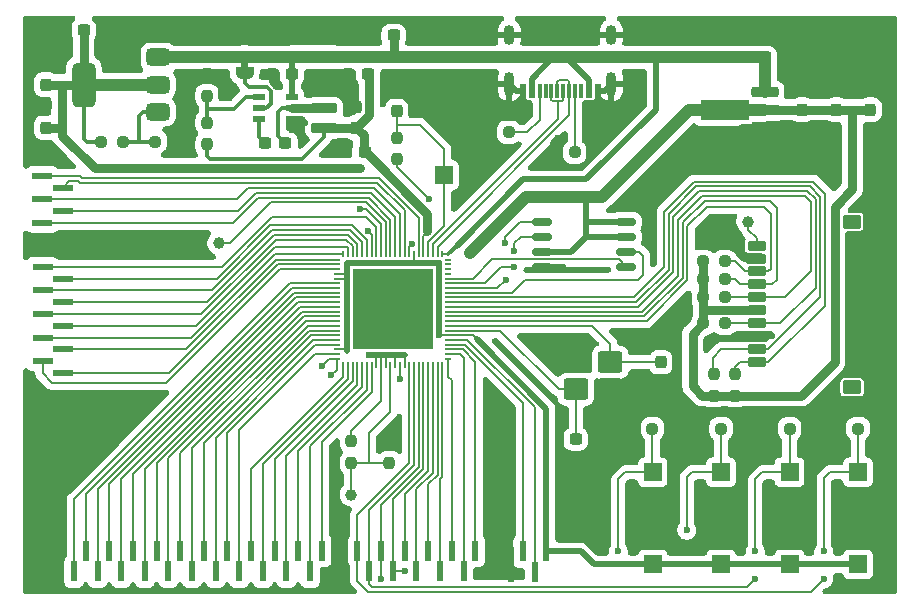
<source format=gbr>
%TF.GenerationSoftware,KiCad,Pcbnew,9.0.2*%
%TF.CreationDate,2025-06-25T18:48:55+05:30*%
%TF.ProjectId,DevBoard_F1C100s,44657642-6f61-4726-945f-463143313030,rev?*%
%TF.SameCoordinates,Original*%
%TF.FileFunction,Copper,L1,Top*%
%TF.FilePolarity,Positive*%
%FSLAX46Y46*%
G04 Gerber Fmt 4.6, Leading zero omitted, Abs format (unit mm)*
G04 Created by KiCad (PCBNEW 9.0.2) date 2025-06-25 18:48:55*
%MOMM*%
%LPD*%
G01*
G04 APERTURE LIST*
G04 Aperture macros list*
%AMRoundRect*
0 Rectangle with rounded corners*
0 $1 Rounding radius*
0 $2 $3 $4 $5 $6 $7 $8 $9 X,Y pos of 4 corners*
0 Add a 4 corners polygon primitive as box body*
4,1,4,$2,$3,$4,$5,$6,$7,$8,$9,$2,$3,0*
0 Add four circle primitives for the rounded corners*
1,1,$1+$1,$2,$3*
1,1,$1+$1,$4,$5*
1,1,$1+$1,$6,$7*
1,1,$1+$1,$8,$9*
0 Add four rect primitives between the rounded corners*
20,1,$1+$1,$2,$3,$4,$5,0*
20,1,$1+$1,$4,$5,$6,$7,0*
20,1,$1+$1,$6,$7,$8,$9,0*
20,1,$1+$1,$8,$9,$2,$3,0*%
%AMFreePoly0*
4,1,9,5.362500,-0.866500,1.237500,-0.866500,1.237500,-0.450000,-1.237500,-0.450000,-1.237500,0.450000,1.237500,0.450000,1.237500,0.866500,5.362500,0.866500,5.362500,-0.866500,5.362500,-0.866500,$1*%
%AMFreePoly1*
4,1,23,0.500000,-0.750000,0.000000,-0.750000,0.000000,-0.745722,-0.065263,-0.745722,-0.191342,-0.711940,-0.304381,-0.646677,-0.396677,-0.554381,-0.461940,-0.441342,-0.495722,-0.315263,-0.495722,-0.250000,-0.500000,-0.250000,-0.500000,0.250000,-0.495722,0.250000,-0.495722,0.315263,-0.461940,0.441342,-0.396677,0.554381,-0.304381,0.646677,-0.191342,0.711940,-0.065263,0.745722,0.000000,0.745722,
0.000000,0.750000,0.500000,0.750000,0.500000,-0.750000,0.500000,-0.750000,$1*%
%AMFreePoly2*
4,1,23,0.000000,0.745722,0.065263,0.745722,0.191342,0.711940,0.304381,0.646677,0.396677,0.554381,0.461940,0.441342,0.495722,0.315263,0.495722,0.250000,0.500000,0.250000,0.500000,-0.250000,0.495722,-0.250000,0.495722,-0.315263,0.461940,-0.441342,0.396677,-0.554381,0.304381,-0.646677,0.191342,-0.711940,0.065263,-0.745722,0.000000,-0.745722,0.000000,-0.750000,-0.500000,-0.750000,
-0.500000,0.750000,0.000000,0.750000,0.000000,0.745722,0.000000,0.745722,$1*%
G04 Aperture macros list end*
%TA.AperFunction,EtchedComponent*%
%ADD10C,0.000000*%
%TD*%
%TA.AperFunction,SMDPad,CuDef*%
%ADD11R,0.600000X1.750000*%
%TD*%
%TA.AperFunction,SMDPad,CuDef*%
%ADD12RoundRect,0.237500X-0.250000X-0.237500X0.250000X-0.237500X0.250000X0.237500X-0.250000X0.237500X0*%
%TD*%
%TA.AperFunction,SMDPad,CuDef*%
%ADD13RoundRect,0.375000X0.625000X0.375000X-0.625000X0.375000X-0.625000X-0.375000X0.625000X-0.375000X0*%
%TD*%
%TA.AperFunction,SMDPad,CuDef*%
%ADD14RoundRect,0.500000X0.500000X1.400000X-0.500000X1.400000X-0.500000X-1.400000X0.500000X-1.400000X0*%
%TD*%
%TA.AperFunction,SMDPad,CuDef*%
%ADD15RoundRect,0.237500X0.300000X0.237500X-0.300000X0.237500X-0.300000X-0.237500X0.300000X-0.237500X0*%
%TD*%
%TA.AperFunction,SMDPad,CuDef*%
%ADD16C,1.000000*%
%TD*%
%TA.AperFunction,SMDPad,CuDef*%
%ADD17RoundRect,0.237500X0.237500X-0.250000X0.237500X0.250000X-0.237500X0.250000X-0.237500X-0.250000X0*%
%TD*%
%TA.AperFunction,SMDPad,CuDef*%
%ADD18R,0.600000X1.160000*%
%TD*%
%TA.AperFunction,SMDPad,CuDef*%
%ADD19R,0.300000X1.160000*%
%TD*%
%TA.AperFunction,HeatsinkPad*%
%ADD20O,0.900000X2.000000*%
%TD*%
%TA.AperFunction,HeatsinkPad*%
%ADD21O,0.900000X1.700000*%
%TD*%
%TA.AperFunction,SMDPad,CuDef*%
%ADD22RoundRect,0.237500X0.237500X-0.300000X0.237500X0.300000X-0.237500X0.300000X-0.237500X-0.300000X0*%
%TD*%
%TA.AperFunction,SMDPad,CuDef*%
%ADD23R,1.000000X0.599999*%
%TD*%
%TA.AperFunction,SMDPad,CuDef*%
%ADD24R,1.500000X1.500000*%
%TD*%
%TA.AperFunction,SMDPad,CuDef*%
%ADD25RoundRect,0.237500X-0.300000X-0.237500X0.300000X-0.237500X0.300000X0.237500X-0.300000X0.237500X0*%
%TD*%
%TA.AperFunction,SMDPad,CuDef*%
%ADD26RoundRect,0.237500X-0.237500X0.250000X-0.237500X-0.250000X0.237500X-0.250000X0.237500X0.250000X0*%
%TD*%
%TA.AperFunction,SMDPad,CuDef*%
%ADD27RoundRect,0.237500X-0.237500X0.300000X-0.237500X-0.300000X0.237500X-0.300000X0.237500X0.300000X0*%
%TD*%
%TA.AperFunction,SMDPad,CuDef*%
%ADD28RoundRect,0.225000X0.925000X0.225000X-0.925000X0.225000X-0.925000X-0.225000X0.925000X-0.225000X0*%
%TD*%
%TA.AperFunction,SMDPad,CuDef*%
%ADD29FreePoly0,180.000000*%
%TD*%
%TA.AperFunction,SMDPad,CuDef*%
%ADD30RoundRect,0.172500X-0.627500X-0.402500X0.627500X-0.402500X0.627500X0.402500X-0.627500X0.402500X0*%
%TD*%
%TA.AperFunction,SMDPad,CuDef*%
%ADD31RoundRect,0.127500X-0.672500X-0.297500X0.672500X-0.297500X0.672500X0.297500X-0.672500X0.297500X0*%
%TD*%
%TA.AperFunction,SMDPad,CuDef*%
%ADD32RoundRect,0.250000X-0.800000X-0.650000X0.800000X-0.650000X0.800000X0.650000X-0.800000X0.650000X0*%
%TD*%
%TA.AperFunction,SMDPad,CuDef*%
%ADD33R,0.600000X0.200000*%
%TD*%
%TA.AperFunction,SMDPad,CuDef*%
%ADD34R,0.200000X0.600000*%
%TD*%
%TA.AperFunction,SMDPad,CuDef*%
%ADD35R,6.740000X6.740000*%
%TD*%
%TA.AperFunction,SMDPad,CuDef*%
%ADD36RoundRect,0.237500X0.250000X0.237500X-0.250000X0.237500X-0.250000X-0.237500X0.250000X-0.237500X0*%
%TD*%
%TA.AperFunction,SMDPad,CuDef*%
%ADD37R,1.750000X0.600000*%
%TD*%
%TA.AperFunction,SMDPad,CuDef*%
%ADD38RoundRect,0.212500X-0.887500X0.212500X-0.887500X-0.212500X0.887500X-0.212500X0.887500X0.212500X0*%
%TD*%
%TA.AperFunction,SMDPad,CuDef*%
%ADD39RoundRect,0.162500X-0.650000X-0.162500X0.650000X-0.162500X0.650000X0.162500X-0.650000X0.162500X0*%
%TD*%
%TA.AperFunction,SMDPad,CuDef*%
%ADD40FreePoly1,90.000000*%
%TD*%
%TA.AperFunction,SMDPad,CuDef*%
%ADD41FreePoly2,90.000000*%
%TD*%
%TA.AperFunction,ViaPad*%
%ADD42C,0.600000*%
%TD*%
%TA.AperFunction,Conductor*%
%ADD43C,0.200000*%
%TD*%
%TA.AperFunction,Conductor*%
%ADD44C,0.500000*%
%TD*%
%TA.AperFunction,Conductor*%
%ADD45C,0.300000*%
%TD*%
%TA.AperFunction,Conductor*%
%ADD46C,1.000000*%
%TD*%
%TA.AperFunction,Conductor*%
%ADD47C,0.800000*%
%TD*%
G04 APERTURE END LIST*
D10*
%TA.AperFunction,EtchedComponent*%
%TO.C,JP101*%
G36*
X142762500Y-102070000D02*
G01*
X142162500Y-102070000D01*
X142162500Y-101570000D01*
X142762500Y-101570000D01*
X142762500Y-102070000D01*
G37*
%TD.AperFunction*%
%TD*%
D11*
%TO.P,J105,1,Pin_1*%
%TO.N,/3V3*%
X168000000Y-143005000D03*
%TO.P,J105,2,Pin_2*%
%TO.N,/UART0_RX*%
X167000000Y-144755000D03*
%TO.P,J105,3,Pin_3*%
%TO.N,/UART0_TX*%
X166000000Y-143005000D03*
%TO.P,J105,4,Pin_4*%
%TO.N,GND*%
X165000000Y-144755000D03*
%TD*%
D12*
%TO.P,R116,1*%
%TO.N,/SW0*%
X182800000Y-132600000D03*
%TO.P,R116,2*%
%TO.N,GND*%
X184625000Y-132600000D03*
%TD*%
D13*
%TO.P,U101,1,ADJ*%
%TO.N,Net-(U101-ADJ)*%
X135142500Y-105770000D03*
%TO.P,U101,2,VO*%
%TO.N,/2V6*%
X135142500Y-103470000D03*
D14*
X128842500Y-103470000D03*
D13*
%TO.P,U101,3,VI*%
%TO.N,/VUSB*%
X135142500Y-101170000D03*
%TD*%
D15*
%TO.P,C115,1*%
%TO.N,/1V1*%
X152625000Y-109150000D03*
%TO.P,C115,2*%
%TO.N,GND*%
X150900000Y-109150000D03*
%TD*%
D16*
%TO.P,TP103,1,1*%
%TO.N,Net-(J107-DET)*%
X185100000Y-115100000D03*
%TD*%
D17*
%TO.P,R108,1*%
%TO.N,/SVREF*%
X154700000Y-135512500D03*
%TO.P,R108,2*%
%TO.N,GND*%
X154700000Y-133687500D03*
%TD*%
D18*
%TO.P,J101,A1,GND*%
%TO.N,GND*%
X172387500Y-104010000D03*
%TO.P,J101,A4,VBUS*%
%TO.N,/VUSB*%
X171587500Y-104010000D03*
D19*
%TO.P,J101,A5,CC1*%
%TO.N,Net-(J101-CC1)*%
X170437500Y-104010000D03*
%TO.P,J101,A6,D+*%
%TO.N,/USB_P*%
X169437500Y-104010000D03*
%TO.P,J101,A7,D-*%
%TO.N,/USB_N*%
X168937500Y-104010000D03*
%TO.P,J101,A8,SBU1*%
%TO.N,unconnected-(J101-SBU1-PadA8)*%
X167937500Y-104010000D03*
D18*
%TO.P,J101,A9,VBUS*%
%TO.N,/VUSB*%
X166787500Y-104010000D03*
%TO.P,J101,A12,GND*%
%TO.N,GND*%
X165987500Y-104010000D03*
%TO.P,J101,B1,GND*%
X165987500Y-104010000D03*
%TO.P,J101,B4,VBUS*%
%TO.N,/VUSB*%
X166787500Y-104010000D03*
D19*
%TO.P,J101,B5,CC2*%
%TO.N,Net-(J101-CC2)*%
X167437500Y-104010000D03*
%TO.P,J101,B6,D+*%
%TO.N,/USB_P*%
X168437500Y-104010000D03*
%TO.P,J101,B7,D-*%
%TO.N,/USB_N*%
X169937500Y-104010000D03*
%TO.P,J101,B8,SBU2*%
%TO.N,unconnected-(J101-SBU2-PadB8)*%
X170937500Y-104010000D03*
D18*
%TO.P,J101,B9,VBUS*%
%TO.N,/VUSB*%
X171587500Y-104010000D03*
%TO.P,J101,B12,GND*%
%TO.N,GND*%
X172387500Y-104010000D03*
D20*
%TO.P,J101,S1,SHIELD*%
X173507500Y-103430000D03*
D21*
X173507500Y-99260000D03*
D20*
X164867500Y-103430000D03*
D21*
X164867500Y-99260000D03*
%TD*%
D16*
%TO.P,TP101,1,1*%
%TO.N,/LRADC0*%
X140300000Y-116900000D03*
%TD*%
D11*
%TO.P,J103,1,Pin_1*%
%TO.N,/PE2*%
X162000000Y-142950000D03*
%TO.P,J103,2,Pin_2*%
%TO.N,/PE3*%
X161000000Y-144700000D03*
%TO.P,J103,3,Pin_3*%
%TO.N,/PE4*%
X160000000Y-142950000D03*
%TO.P,J103,4,Pin_4*%
%TO.N,/PE5*%
X159000000Y-144700000D03*
%TO.P,J103,5,Pin_5*%
%TO.N,/PE6*%
X158000000Y-142950000D03*
%TO.P,J103,6,Pin_6*%
%TO.N,/PE7*%
X157000000Y-144700000D03*
%TO.P,J103,7,Pin_7*%
%TO.N,/PE8*%
X156000000Y-142950000D03*
%TO.P,J103,8,Pin_8*%
%TO.N,/SW0*%
X155000000Y-144700000D03*
%TO.P,J103,9,Pin_9*%
%TO.N,/SW1*%
X154000000Y-142950000D03*
%TO.P,J103,10,Pin_10*%
%TO.N,/SW2*%
X153000000Y-144700000D03*
%TO.P,J103,11,Pin_11*%
%TO.N,/SW3*%
X152000000Y-142950000D03*
%TD*%
D22*
%TO.P,C109,1*%
%TO.N,GND*%
X177700000Y-128702500D03*
%TO.P,C109,2*%
%TO.N,/HOSCO*%
X177700000Y-126977500D03*
%TD*%
D23*
%TO.P,U103,1,GND*%
%TO.N,GND*%
X146455001Y-106425001D03*
%TO.P,U103,2,SW*%
%TO.N,Net-(U103-SW)*%
X146455001Y-105475000D03*
%TO.P,U103,3,VIN*%
%TO.N,/VUSB*%
X146455001Y-104525002D03*
%TO.P,U103,4,VFB*%
%TO.N,Net-(U103-VFB)*%
X143705001Y-104525002D03*
%TO.P,U103,5,EN*%
%TO.N,Net-(JP101-A)*%
X143705001Y-105475000D03*
%TO.P,U103,6,VBST*%
%TO.N,Net-(U103-VBST)*%
X143705001Y-106425001D03*
%TD*%
D12*
%TO.P,R118,1*%
%TO.N,/SW2*%
X188600000Y-132600000D03*
%TO.P,R118,2*%
%TO.N,GND*%
X190425000Y-132600000D03*
%TD*%
D17*
%TO.P,R109,1*%
%TO.N,/3V3*%
X184000000Y-129812500D03*
%TO.P,R109,2*%
%TO.N,/SDC0_D1*%
X184000000Y-127987500D03*
%TD*%
D12*
%TO.P,R114,1*%
%TO.N,/3V3*%
X181287500Y-118450000D03*
%TO.P,R114,2*%
%TO.N,/SDC0_D2*%
X183112500Y-118450000D03*
%TD*%
D24*
%TO.P,SW102,1,1*%
%TO.N,/SW1*%
X177000000Y-136300000D03*
%TO.P,SW102,2,2*%
%TO.N,/3V3*%
X177000000Y-144100000D03*
%TD*%
D12*
%TO.P,R101,1*%
%TO.N,/2V6*%
X130305000Y-108310000D03*
%TO.P,R101,2*%
%TO.N,Net-(U101-ADJ)*%
X132130000Y-108310000D03*
%TD*%
D16*
%TO.P,TP102,1,1*%
%TO.N,/SVREF*%
X151500000Y-138200000D03*
%TD*%
D17*
%TO.P,R105,1*%
%TO.N,/1V1*%
X139262500Y-108525000D03*
%TO.P,R105,2*%
%TO.N,Net-(U103-VFB)*%
X139262500Y-106700000D03*
%TD*%
D25*
%TO.P,C101,1*%
%TO.N,/VUSB*%
X155075000Y-99300000D03*
%TO.P,C101,2*%
%TO.N,GND*%
X156800000Y-99300000D03*
%TD*%
D26*
%TO.P,R107,1*%
%TO.N,/2V6*%
X151500000Y-133687500D03*
%TO.P,R107,2*%
%TO.N,/SVREF*%
X151500000Y-135512500D03*
%TD*%
D27*
%TO.P,C104,1*%
%TO.N,/3V3*%
X189650000Y-105600000D03*
%TO.P,C104,2*%
%TO.N,GND*%
X189650000Y-107325000D03*
%TD*%
D28*
%TO.P,U102,1,GND*%
%TO.N,GND*%
X186500000Y-107100000D03*
D29*
%TO.P,U102,2,VO*%
%TO.N,/3V3*%
X186412500Y-105600000D03*
D28*
%TO.P,U102,3,VI*%
%TO.N,/VUSB*%
X186500000Y-104100000D03*
%TD*%
D17*
%TO.P,R106,1*%
%TO.N,Net-(U103-VFB)*%
X139262500Y-104425000D03*
%TO.P,R106,2*%
%TO.N,GND*%
X139262500Y-102600000D03*
%TD*%
D12*
%TO.P,R102,1*%
%TO.N,Net-(U101-ADJ)*%
X134875000Y-108300000D03*
%TO.P,R102,2*%
%TO.N,GND*%
X136700000Y-108300000D03*
%TD*%
D27*
%TO.P,C105,1*%
%TO.N,/2V6*%
X125600000Y-103470000D03*
%TO.P,C105,2*%
%TO.N,GND*%
X125600000Y-105195000D03*
%TD*%
D30*
%TO.P,J107,*%
%TO.N,*%
X193850000Y-115100000D03*
X193900000Y-129100000D03*
D31*
%TO.P,J107,1,DAT2*%
%TO.N,/SDC0_D2*%
X185800000Y-119300000D03*
%TO.P,J107,2,DAT3/CD*%
%TO.N,/SDC0_D3*%
X185800000Y-120400000D03*
%TO.P,J107,3,CMD*%
%TO.N,/SDC0_CMD*%
X185800000Y-121500000D03*
%TO.P,J107,4,VDD*%
%TO.N,/3V3*%
X185800000Y-122600000D03*
%TO.P,J107,5,CLK*%
%TO.N,/SDC0_CLK*%
X185800000Y-123700000D03*
%TO.P,J107,6,VSS*%
%TO.N,GND*%
X185800000Y-124800000D03*
%TO.P,J107,7,DAT0*%
%TO.N,/SDC0_D0*%
X185800000Y-125900000D03*
%TO.P,J107,8,DAT1*%
%TO.N,/SDC0_D1*%
X185800000Y-127000000D03*
%TO.P,J107,9,DET*%
%TO.N,Net-(J107-DET)*%
X185800000Y-117100000D03*
%TO.P,J107,10,SHIELD*%
%TO.N,GND*%
X185800000Y-118200000D03*
%TD*%
D24*
%TO.P,SW103,1,1*%
%TO.N,/SW2*%
X188595239Y-136300000D03*
%TO.P,SW103,2,2*%
%TO.N,/3V3*%
X188595239Y-144100000D03*
%TD*%
D25*
%TO.P,C108,1*%
%TO.N,/HOSCI*%
X170500000Y-133487500D03*
%TO.P,C108,2*%
%TO.N,GND*%
X172225000Y-133487500D03*
%TD*%
D32*
%TO.P,Y101,1,1*%
%TO.N,/HOSCI*%
X170500000Y-129277500D03*
%TO.P,Y101,2,2*%
%TO.N,GND*%
X173400000Y-129277500D03*
%TO.P,Y101,3,3*%
%TO.N,/HOSCO*%
X173400000Y-126977500D03*
%TO.P,Y101,4,4*%
%TO.N,GND*%
X170500000Y-126977500D03*
%TD*%
D33*
%TO.P,U105,1,HPL*%
%TO.N,/HPL*%
X150300001Y-118300000D03*
%TO.P,U105,2,HPCOMFB*%
%TO.N,/HPCOMFB*%
X150300000Y-118700000D03*
%TO.P,U105,3,HPCOM*%
%TO.N,/HPCOM*%
X150300000Y-119100000D03*
%TO.P,U105,4,HPVCC*%
%TO.N,/3V3*%
X150300000Y-119500000D03*
%TO.P,U105,5,VCC_IO*%
X150300000Y-119899999D03*
%TO.P,U105,6,PD0*%
%TO.N,/PD0*%
X150300000Y-120300000D03*
%TO.P,U105,7,PD1*%
%TO.N,/PD1*%
X150300000Y-120700000D03*
%TO.P,U105,8,PD2*%
%TO.N,/PD2*%
X150300001Y-121100000D03*
%TO.P,U105,9,PD3*%
%TO.N,/PD3*%
X150300000Y-121500000D03*
%TO.P,U105,10,PD4*%
%TO.N,/PD4*%
X150300000Y-121900000D03*
%TO.P,U105,11,PD5*%
%TO.N,/PD5*%
X150300000Y-122300001D03*
%TO.P,U105,12,PD6*%
%TO.N,/PD6*%
X150300000Y-122699999D03*
%TO.P,U105,13,PD7*%
%TO.N,/PD7*%
X150300000Y-123100000D03*
%TO.P,U105,14,PD8*%
%TO.N,/PD8*%
X150300000Y-123500000D03*
%TO.P,U105,15,PD9*%
%TO.N,/PD9*%
X150300001Y-123900000D03*
%TO.P,U105,16,PD10*%
%TO.N,/PD10*%
X150300000Y-124300000D03*
%TO.P,U105,17,PD11*%
%TO.N,/PD11*%
X150300000Y-124700000D03*
%TO.P,U105,18,PD12*%
%TO.N,/PD12*%
X150300000Y-125100001D03*
%TO.P,U105,19,PD13*%
%TO.N,/PD13*%
X150300000Y-125500000D03*
%TO.P,U105,20,VCC_IO*%
%TO.N,/3V3*%
X150300000Y-125900000D03*
%TO.P,U105,21,PD14*%
%TO.N,/PD14*%
X150300000Y-126300000D03*
%TO.P,U105,22,VCC_CORE*%
%TO.N,/1V1*%
X150300001Y-126700000D03*
D34*
%TO.P,U105,23,PD15*%
%TO.N,/PD15*%
X150800000Y-127199999D03*
%TO.P,U105,24,PD16*%
%TO.N,/PD16*%
X151200000Y-127200000D03*
%TO.P,U105,25,PD17*%
%TO.N,/PD17*%
X151600000Y-127200000D03*
%TO.P,U105,26,PD18*%
%TO.N,/PD18*%
X152000000Y-127200000D03*
%TO.P,U105,27,PD19*%
%TO.N,/PD19*%
X152399999Y-127200000D03*
%TO.P,U105,28,PD20*%
%TO.N,/PD20*%
X152800000Y-127200000D03*
%TO.P,U105,29,PD21*%
%TO.N,/PD21*%
X153200000Y-127200000D03*
%TO.P,U105,30,VCC_DRAM*%
%TO.N,/2V6*%
X153600000Y-127199999D03*
%TO.P,U105,31,VCC_DRAM*%
X154000000Y-127200000D03*
%TO.P,U105,32,VCC_DRAM*%
X154400000Y-127200000D03*
%TO.P,U105,33,SVREF*%
%TO.N,/SVREF*%
X154800001Y-127200000D03*
%TO.P,U105,34,VCC_DRAM*%
%TO.N,/2V6*%
X155199999Y-127200000D03*
%TO.P,U105,35,VCC_CORE*%
%TO.N,/1V1*%
X155600000Y-127200000D03*
%TO.P,U105,36,VCC_DRAM*%
%TO.N,/2V6*%
X156000000Y-127200000D03*
%TO.P,U105,37,PE12*%
%TO.N,/SW3*%
X156400000Y-127199999D03*
%TO.P,U105,38,PE11*%
%TO.N,/SW2*%
X156800000Y-127200000D03*
%TO.P,U105,39,PE10*%
%TO.N,/SW1*%
X157200000Y-127200000D03*
%TO.P,U105,40,PE9*%
%TO.N,/SW0*%
X157600001Y-127200000D03*
%TO.P,U105,41,PE8*%
%TO.N,/PE8*%
X158000000Y-127200000D03*
%TO.P,U105,42,PE7*%
%TO.N,/PE7*%
X158400000Y-127200000D03*
%TO.P,U105,43,PE6*%
%TO.N,/PE6*%
X158800000Y-127200000D03*
%TO.P,U105,44,PE5*%
%TO.N,/PE5*%
X159200000Y-127199999D03*
D33*
%TO.P,U105,45,PE4*%
%TO.N,/PE4*%
X159699999Y-126700000D03*
%TO.P,U105,46,PE3*%
%TO.N,/PE3*%
X159700000Y-126300000D03*
%TO.P,U105,47,PE2*%
%TO.N,/PE2*%
X159700000Y-125900000D03*
%TO.P,U105,48,PE1*%
%TO.N,/UART0_TX*%
X159700000Y-125500000D03*
%TO.P,U105,49,PE0*%
%TO.N,/UART0_RX*%
X159700000Y-125100001D03*
%TO.P,U105,50,VCC_IO*%
%TO.N,/3V3*%
X159700000Y-124700000D03*
%TO.P,U105,51,HOSCI*%
%TO.N,/HOSCI*%
X159700000Y-124300000D03*
%TO.P,U105,52,HOSCO*%
%TO.N,/HOSCO*%
X159699999Y-123900000D03*
%TO.P,U105,53,PF5*%
%TO.N,/SDC0_D2*%
X159700000Y-123500000D03*
%TO.P,U105,54,PF4*%
%TO.N,/SDC0_D3*%
X159700000Y-123100000D03*
%TO.P,U105,55,PF3*%
%TO.N,/SDC0_CMD*%
X159700000Y-122699999D03*
%TO.P,U105,56,PF2*%
%TO.N,/SDC0_CLK*%
X159700000Y-122300001D03*
%TO.P,U105,57,PF1*%
%TO.N,/SDC0_D0*%
X159700000Y-121900000D03*
%TO.P,U105,58,PF0*%
%TO.N,/SDC0_D1*%
X159700000Y-121500000D03*
%TO.P,U105,59,PC0*%
%TO.N,/SPI0_CLK*%
X159699999Y-121100000D03*
%TO.P,U105,60,PC1*%
%TO.N,/SPI0_CS*%
X159700000Y-120700000D03*
%TO.P,U105,61,PC2*%
%TO.N,/SPI0_MISO*%
X159700000Y-120300000D03*
%TO.P,U105,62,PC3*%
%TO.N,/SPI0_MOSI*%
X159700000Y-119899999D03*
%TO.P,U105,63,TPY2*%
%TO.N,unconnected-(U105-TPY2-Pad63)*%
X159700000Y-119500000D03*
%TO.P,U105,64,TPY1*%
%TO.N,unconnected-(U105-TPY1-Pad64)*%
X159700000Y-119100000D03*
%TO.P,U105,65,TPX2*%
%TO.N,unconnected-(U105-TPX2-Pad65)*%
X159700000Y-118700000D03*
%TO.P,U105,66,TPX1*%
%TO.N,unconnected-(U105-TPX1-Pad66)*%
X159699999Y-118300000D03*
D34*
%TO.P,U105,67,USB_VCC*%
%TO.N,/VUSB*%
X159200000Y-117800001D03*
%TO.P,U105,68,USB_DM*%
%TO.N,/USB_N*%
X158800000Y-117800000D03*
%TO.P,U105,69,USB_DP*%
%TO.N,/USB_P*%
X158400000Y-117800000D03*
%TO.P,U105,70,RESET*%
%TO.N,/RESET*%
X158000000Y-117800000D03*
%TO.P,U105,71,VCC_CORE*%
%TO.N,/1V1*%
X157600001Y-117800000D03*
%TO.P,U105,72,TVOUT*%
%TO.N,/TVOUT*%
X157200000Y-117800000D03*
%TO.P,U105,73,TV_VCC*%
%TO.N,/3V3*%
X156800000Y-117800000D03*
%TO.P,U105,74,TVGND*%
%TO.N,GND*%
X156400000Y-117800001D03*
%TO.P,U105,75,TV_VRN*%
%TO.N,/TV_VRN*%
X156000000Y-117800000D03*
%TO.P,U105,76,TV_VRP*%
%TO.N,/TV_VRP*%
X155600000Y-117800000D03*
%TO.P,U105,77,TVIN1*%
%TO.N,/TVIN1*%
X155199999Y-117800000D03*
%TO.P,U105,78,TVIN0*%
%TO.N,/TVIN0*%
X154800001Y-117800000D03*
%TO.P,U105,79,LRADC0*%
%TO.N,/LRADC0*%
X154400000Y-117800000D03*
%TO.P,U105,80,AVCC*%
%TO.N,/2V6*%
X154000000Y-117800000D03*
%TO.P,U105,81,VRA1*%
%TO.N,/VRA1*%
X153600000Y-117800001D03*
%TO.P,U105,82,AGND*%
%TO.N,GND*%
X153200000Y-117800000D03*
%TO.P,U105,83,VRA2*%
%TO.N,/VRA2*%
X152800000Y-117800000D03*
%TO.P,U105,84,FMINL*%
%TO.N,/FMINL*%
X152399999Y-117800000D03*
%TO.P,U105,85,FMINR*%
%TO.N,/FMINR*%
X152000000Y-117800000D03*
%TO.P,U105,86,LINL*%
%TO.N,/LINL*%
X151600000Y-117800000D03*
%TO.P,U105,87,MICIN*%
%TO.N,/MICIN*%
X151200000Y-117800000D03*
%TO.P,U105,88,HPR*%
%TO.N,/HPR*%
X150800000Y-117800001D03*
D35*
%TO.P,U105,89*%
%TO.N,N/C*%
X155000000Y-122500000D03*
%TD*%
D11*
%TO.P,J102,1,Pin_1*%
%TO.N,/PD0*%
X128000000Y-144700000D03*
%TO.P,J102,2,Pin_2*%
%TO.N,/PD1*%
X129000000Y-142950000D03*
%TO.P,J102,3,Pin_3*%
%TO.N,/PD2*%
X130000000Y-144700000D03*
%TO.P,J102,4,Pin_4*%
%TO.N,/PD3*%
X131000000Y-142950000D03*
%TO.P,J102,5,Pin_5*%
%TO.N,/PD4*%
X132000000Y-144700000D03*
%TO.P,J102,6,Pin_6*%
%TO.N,/PD5*%
X133000000Y-142950000D03*
%TO.P,J102,7,Pin_7*%
%TO.N,/PD6*%
X134000000Y-144700000D03*
%TO.P,J102,8,Pin_8*%
%TO.N,/PD7*%
X135000000Y-142950000D03*
%TO.P,J102,9,Pin_9*%
%TO.N,/PD8*%
X136000000Y-144700000D03*
%TO.P,J102,10,Pin_10*%
%TO.N,/PD9*%
X137000000Y-142950000D03*
%TO.P,J102,11,Pin_11*%
%TO.N,/PD10*%
X138000000Y-144700000D03*
%TO.P,J102,12,Pin_12*%
%TO.N,/PD11*%
X139000000Y-142950000D03*
%TO.P,J102,13,Pin_13*%
%TO.N,/PD12*%
X140000000Y-144700000D03*
%TO.P,J102,14,Pin_14*%
%TO.N,/PD13*%
X141000000Y-142950000D03*
%TO.P,J102,15,Pin_15*%
%TO.N,/PD14*%
X142000000Y-144700000D03*
%TO.P,J102,16,Pin_16*%
%TO.N,/PD15*%
X143000000Y-142950000D03*
%TO.P,J102,17,Pin_17*%
%TO.N,/PD16*%
X144000000Y-144700000D03*
%TO.P,J102,18,Pin_18*%
%TO.N,/PD17*%
X145000000Y-142950000D03*
%TO.P,J102,19,Pin_19*%
%TO.N,/PD18*%
X146000000Y-144700000D03*
%TO.P,J102,20,Pin_20*%
%TO.N,/PD19*%
X147000000Y-142950000D03*
%TO.P,J102,21,Pin_21*%
%TO.N,/PD20*%
X148000000Y-144700000D03*
%TO.P,J102,22,Pin_22*%
%TO.N,/PD21*%
X149000000Y-142950000D03*
%TD*%
D36*
%TO.P,R103,1*%
%TO.N,Net-(J101-CC2)*%
X164800000Y-107500000D03*
%TO.P,R103,2*%
%TO.N,GND*%
X162975000Y-107500000D03*
%TD*%
D12*
%TO.P,R111,1*%
%TO.N,/3V3*%
X181287500Y-123700000D03*
%TO.P,R111,2*%
%TO.N,/SDC0_CLK*%
X183112500Y-123700000D03*
%TD*%
%TO.P,R117,1*%
%TO.N,/SW1*%
X176987500Y-132600000D03*
%TO.P,R117,2*%
%TO.N,GND*%
X178812500Y-132600000D03*
%TD*%
D15*
%TO.P,C103,1*%
%TO.N,/VUSB*%
X146462500Y-102600000D03*
%TO.P,C103,2*%
%TO.N,GND*%
X144737500Y-102600000D03*
%TD*%
D25*
%TO.P,C106,1*%
%TO.N,Net-(U103-VBST)*%
X144175000Y-108400000D03*
%TO.P,C106,2*%
%TO.N,Net-(U103-SW)*%
X145900000Y-108400000D03*
%TD*%
D27*
%TO.P,C110,1*%
%TO.N,/3V3*%
X192537500Y-105600000D03*
%TO.P,C110,2*%
%TO.N,GND*%
X192537500Y-107325000D03*
%TD*%
%TO.P,C112,1*%
%TO.N,/2V6*%
X125600000Y-107137500D03*
%TO.P,C112,2*%
%TO.N,GND*%
X125600000Y-108862500D03*
%TD*%
%TO.P,C111,1*%
%TO.N,/3V3*%
X195425000Y-105600000D03*
%TO.P,C111,2*%
%TO.N,GND*%
X195425000Y-107325000D03*
%TD*%
D37*
%TO.P,J104,1,Pin_1*%
%TO.N,/VRA1*%
X125350000Y-118900000D03*
%TO.P,J104,2,Pin_2*%
%TO.N,/VRA2*%
X127100000Y-119900000D03*
%TO.P,J104,3,Pin_3*%
%TO.N,/FMINL*%
X125350000Y-120900000D03*
%TO.P,J104,4,Pin_4*%
%TO.N,/FMINR*%
X127100000Y-121900000D03*
%TO.P,J104,5,Pin_5*%
%TO.N,/LINL*%
X125350000Y-122900000D03*
%TO.P,J104,6,Pin_6*%
%TO.N,/MICIN*%
X127100000Y-123900000D03*
%TO.P,J104,7,Pin_7*%
%TO.N,/HPR*%
X125350000Y-124900000D03*
%TO.P,J104,8,Pin_8*%
%TO.N,/HPL*%
X127100000Y-125900000D03*
%TO.P,J104,9,Pin_9*%
%TO.N,/HPCOM*%
X125350000Y-126900000D03*
%TO.P,J104,10,Pin_10*%
%TO.N,/HPCOMFB*%
X127100000Y-127900000D03*
%TD*%
D12*
%TO.P,R119,1*%
%TO.N,/SW3*%
X194387500Y-132600000D03*
%TO.P,R119,2*%
%TO.N,GND*%
X196212500Y-132600000D03*
%TD*%
D17*
%TO.P,R110,1*%
%TO.N,/3V3*%
X182200000Y-129812500D03*
%TO.P,R110,2*%
%TO.N,/SDC0_D0*%
X182200000Y-127987500D03*
%TD*%
D25*
%TO.P,C113,1*%
%TO.N,/2V6*%
X128842500Y-98850000D03*
%TO.P,C113,2*%
%TO.N,GND*%
X130567500Y-98850000D03*
%TD*%
D24*
%TO.P,SW105,1,1*%
%TO.N,GND*%
X159350000Y-103350000D03*
%TO.P,SW105,2,2*%
%TO.N,/RESET*%
X159350000Y-111150000D03*
%TD*%
D38*
%TO.P,L101,1*%
%TO.N,Net-(U103-SW)*%
X149200000Y-105475000D03*
%TO.P,L101,2*%
%TO.N,/1V1*%
X149200000Y-107125000D03*
%TD*%
D24*
%TO.P,SW104,1,1*%
%TO.N,/SW3*%
X194392858Y-136300000D03*
%TO.P,SW104,2,2*%
%TO.N,/3V3*%
X194392858Y-144100000D03*
%TD*%
D36*
%TO.P,R104,1*%
%TO.N,Net-(J101-CC1)*%
X170400000Y-109200000D03*
%TO.P,R104,2*%
%TO.N,GND*%
X168575000Y-109200000D03*
%TD*%
D24*
%TO.P,SW101,1,1*%
%TO.N,/SW0*%
X182797619Y-136300000D03*
%TO.P,SW101,2,2*%
%TO.N,/3V3*%
X182797619Y-144100000D03*
%TD*%
D37*
%TO.P,J106,1,Pin_1*%
%TO.N,/TVOUT*%
X125325000Y-111200000D03*
%TO.P,J106,2,Pin_2*%
%TO.N,/TV_VRN*%
X127075000Y-112200000D03*
%TO.P,J106,3,Pin_3*%
%TO.N,/TV_VRP*%
X125325000Y-113200000D03*
%TO.P,J106,4,Pin_4*%
%TO.N,/TVIN1*%
X127075000Y-114200000D03*
%TO.P,J106,5,Pin_5*%
%TO.N,/TVIN0*%
X125325000Y-115200000D03*
%TD*%
D22*
%TO.P,C116,1*%
%TO.N,/RESET*%
X155339649Y-105708211D03*
%TO.P,C116,2*%
%TO.N,GND*%
X155339649Y-103983211D03*
%TD*%
%TO.P,C107,1*%
%TO.N,/1V1*%
X151900000Y-107125000D03*
%TO.P,C107,2*%
%TO.N,GND*%
X151900000Y-105400000D03*
%TD*%
D39*
%TO.P,U104,1,~{CS}*%
%TO.N,/SPI0_CS*%
X167612500Y-115095000D03*
%TO.P,U104,2,DO/IO_{1}*%
%TO.N,/SPI0_MISO*%
X167612500Y-116365000D03*
%TO.P,U104,3,~{WP}/IO_{2}*%
%TO.N,/3V3*%
X167612500Y-117635000D03*
%TO.P,U104,4,GND*%
%TO.N,GND*%
X167612500Y-118905000D03*
%TO.P,U104,5,DI/IO_{0}*%
%TO.N,/SPI0_MOSI*%
X174787500Y-118905000D03*
%TO.P,U104,6,CLK*%
%TO.N,/SPI0_CLK*%
X174787500Y-117635000D03*
%TO.P,U104,7,~{HOLD}/~{RESET}/IO_{3}*%
%TO.N,/3V3*%
X174787500Y-116365000D03*
%TO.P,U104,8,VCC*%
X174787500Y-115095000D03*
%TD*%
D15*
%TO.P,C114,1*%
%TO.N,/1V1*%
X152912500Y-102550000D03*
%TO.P,C114,2*%
%TO.N,GND*%
X151187500Y-102550000D03*
%TD*%
D25*
%TO.P,C102,1*%
%TO.N,/VUSB*%
X186500000Y-101170000D03*
%TO.P,C102,2*%
%TO.N,GND*%
X188225000Y-101170000D03*
%TD*%
D12*
%TO.P,R112,1*%
%TO.N,/3V3*%
X181287500Y-121500000D03*
%TO.P,R112,2*%
%TO.N,/SDC0_CMD*%
X183112500Y-121500000D03*
%TD*%
%TO.P,R113,1*%
%TO.N,/3V3*%
X181287500Y-119975000D03*
%TO.P,R113,2*%
%TO.N,/SDC0_D3*%
X183112500Y-119975000D03*
%TD*%
D40*
%TO.P,JP101,1,A*%
%TO.N,Net-(JP101-A)*%
X142462500Y-102470000D03*
D41*
%TO.P,JP101,2,B*%
%TO.N,/VUSB*%
X142462500Y-101170000D03*
%TD*%
D17*
%TO.P,R115,1*%
%TO.N,/3V3*%
X155339649Y-109795711D03*
%TO.P,R115,2*%
%TO.N,/RESET*%
X155339649Y-107970711D03*
%TD*%
D42*
%TO.N,GND*%
X191900000Y-132600000D03*
X151900000Y-104100000D03*
X133150000Y-117000000D03*
X189700000Y-101200000D03*
X146450000Y-107350000D03*
X188595239Y-140200000D03*
X124300000Y-108900000D03*
X169000000Y-108000000D03*
X191100000Y-107300000D03*
X187075735Y-124775735D03*
X194392858Y-140200000D03*
X124300000Y-105200000D03*
X178800000Y-131200000D03*
X190400000Y-131200000D03*
X182797619Y-140200000D03*
X161600000Y-107500000D03*
X196200000Y-133750000D03*
X165000000Y-142800000D03*
X173800000Y-133500000D03*
X161000000Y-103300000D03*
X175277500Y-129277500D03*
X172400000Y-106800000D03*
X186200000Y-132600000D03*
X131500000Y-131200000D03*
X172250000Y-134850000D03*
X149850000Y-102550000D03*
X150500000Y-145500000D03*
X155350000Y-102600000D03*
X197000000Y-107300000D03*
X152916535Y-115899608D03*
X131900000Y-98850000D03*
X171000000Y-138500000D03*
X195300000Y-122450000D03*
X184500000Y-109900000D03*
X177700000Y-130150000D03*
X149900000Y-98800000D03*
X195400000Y-108750000D03*
X184450000Y-124800000D03*
X196200000Y-131000000D03*
X168600000Y-126900000D03*
X177000000Y-140200000D03*
X186500000Y-108250000D03*
X147550000Y-106700000D03*
X155300000Y-132350000D03*
X195300000Y-99000000D03*
X145450000Y-103650000D03*
X184200000Y-116900000D03*
X163800000Y-138500000D03*
X157850000Y-103350000D03*
X188400000Y-107100000D03*
X137000000Y-106900000D03*
X192550000Y-108750000D03*
X169450000Y-118900000D03*
X184300000Y-107400000D03*
X188200000Y-102700000D03*
X163000000Y-106100000D03*
X128500000Y-117000000D03*
X189650000Y-108750000D03*
X178800000Y-133850000D03*
X163800000Y-132900000D03*
X156600000Y-116950000D03*
X138000000Y-108300000D03*
X168600000Y-110450000D03*
X188200000Y-99800000D03*
X163000000Y-108750000D03*
X149550000Y-109150000D03*
X176202500Y-128702500D03*
X195300000Y-117800000D03*
X173400000Y-130950000D03*
X156800000Y-98100000D03*
X184650000Y-133800000D03*
X139800000Y-98800000D03*
X177300000Y-112100000D03*
X172200000Y-132000000D03*
X150500000Y-140500000D03*
X184600000Y-131300000D03*
X190400000Y-133800000D03*
X125500000Y-143000000D03*
X138000000Y-102600000D03*
X195300000Y-127100000D03*
X182400000Y-99000000D03*
X158150000Y-99300000D03*
X170500000Y-125150000D03*
X137800000Y-117000000D03*
X125500000Y-133700000D03*
%TO.N,/3V3*%
X161550000Y-117750000D03*
X158900000Y-118600000D03*
X158900000Y-119700000D03*
X158050000Y-113200000D03*
X158900000Y-121500000D03*
X158900000Y-123100000D03*
X158900000Y-124700000D03*
%TO.N,/2V6*%
X153000000Y-126400000D03*
X152250000Y-114050000D03*
X152251000Y-110551000D03*
%TO.N,/1V1*%
X155600000Y-128400000D03*
X149014265Y-127314265D03*
X149800000Y-128100000D03*
X157901000Y-115907636D03*
%TO.N,/SW0*%
X179900000Y-141200000D03*
X156000000Y-144700000D03*
%TO.N,/SW1*%
X154000000Y-145300000D03*
X174100000Y-143000000D03*
%TO.N,/SW3*%
X191500000Y-143000000D03*
X191500000Y-145300000D03*
%TO.N,/SW2*%
X185700000Y-143000000D03*
X185700000Y-145300000D03*
%TO.N,/SPI0_MISO*%
X165300000Y-118879000D03*
X165300000Y-117600000D03*
%TO.N,/SPI0_CS*%
X164551473Y-120000000D03*
X164500000Y-116900000D03*
%TD*%
D43*
%TO.N,/HPCOM*%
X125350000Y-127927000D02*
X125350000Y-126900000D01*
X126123000Y-128700000D02*
X125350000Y-127927000D01*
X145432900Y-119100000D02*
X135832900Y-128700000D01*
X150300000Y-119100000D02*
X145432900Y-119100000D01*
X135832900Y-128700000D02*
X126123000Y-128700000D01*
D44*
%TO.N,/VUSB*%
X171400000Y-111500000D02*
X177300000Y-105600000D01*
X177300000Y-105600000D02*
X177300000Y-101200000D01*
X166000000Y-111500000D02*
X171400000Y-111500000D01*
X160400000Y-117100000D02*
X166000000Y-111500000D01*
D45*
X159699999Y-117800001D02*
X160400000Y-117100000D01*
D44*
%TO.N,GND*%
X165447500Y-104010000D02*
X164867500Y-103430000D01*
X165987500Y-104010000D02*
X165447500Y-104010000D01*
X172927500Y-104010000D02*
X173507500Y-103430000D01*
X172387500Y-104010000D02*
X172927500Y-104010000D01*
%TO.N,/3V3*%
X168000000Y-130900000D02*
X168000000Y-143005000D01*
X162150000Y-125050000D02*
X168000000Y-130900000D01*
%TO.N,GND*%
X184700000Y-118200000D02*
X185800000Y-118200000D01*
X184200000Y-116900000D02*
X184200000Y-117700000D01*
X184200000Y-117700000D02*
X184700000Y-118200000D01*
X170500000Y-126977500D02*
X168677500Y-126977500D01*
X170500000Y-126977500D02*
X170500000Y-125150000D01*
X188225000Y-101170000D02*
X189670000Y-101170000D01*
X184625000Y-133775000D02*
X184650000Y-133800000D01*
X178812500Y-131212500D02*
X178800000Y-131200000D01*
X189650000Y-107325000D02*
X191075000Y-107325000D01*
X151900000Y-105400000D02*
X151900000Y-104100000D01*
X159350000Y-103350000D02*
X157850000Y-103350000D01*
X188225000Y-101170000D02*
X188225000Y-102675000D01*
X189650000Y-107325000D02*
X189650000Y-108750000D01*
X196975000Y-107325000D02*
X197000000Y-107300000D01*
X177700000Y-128702500D02*
X177700000Y-130150000D01*
X175277500Y-129277500D02*
X173400000Y-129277500D01*
X195425000Y-107325000D02*
X195425000Y-108725000D01*
X178812500Y-132600000D02*
X178812500Y-133837500D01*
X172225000Y-133487500D02*
X172225000Y-134825000D01*
D43*
X152916535Y-115899608D02*
X152916538Y-115899608D01*
D44*
X176202500Y-128702500D02*
X177700000Y-128702500D01*
X145150000Y-103650000D02*
X145450000Y-103650000D01*
X168575000Y-110425000D02*
X168600000Y-110450000D01*
X136700000Y-107200000D02*
X137000000Y-106900000D01*
X147275001Y-106425001D02*
X147550000Y-106700000D01*
X185800000Y-124800000D02*
X187051470Y-124800000D01*
X190425000Y-132600000D02*
X190425000Y-131225000D01*
X155339649Y-103983211D02*
X155339649Y-102610351D01*
X162975000Y-106125000D02*
X163000000Y-106100000D01*
X154700000Y-133687500D02*
X154700000Y-132950000D01*
X160950000Y-103350000D02*
X161000000Y-103300000D01*
X184600000Y-107100000D02*
X184300000Y-107400000D01*
X186500000Y-107100000D02*
X186500000Y-108250000D01*
X190425000Y-131225000D02*
X190400000Y-131200000D01*
X173400000Y-129277500D02*
X173400000Y-130950000D01*
X151187500Y-102550000D02*
X149850000Y-102550000D01*
X156800000Y-99300000D02*
X156800000Y-98100000D01*
X168677500Y-126977500D02*
X168600000Y-126900000D01*
X188225000Y-101170000D02*
X188225000Y-99825000D01*
X172225000Y-133487500D02*
X172225000Y-132025000D01*
X192537500Y-107325000D02*
X192537500Y-108737500D01*
X192537500Y-108737500D02*
X192550000Y-108750000D01*
X178812500Y-132600000D02*
X178812500Y-131212500D01*
X178812500Y-133837500D02*
X178800000Y-133850000D01*
D43*
X153200000Y-116183070D02*
X153200000Y-117800000D01*
D44*
X125600000Y-108862500D02*
X124337500Y-108862500D01*
X188225000Y-99825000D02*
X188200000Y-99800000D01*
X124305000Y-105195000D02*
X124300000Y-105200000D01*
D43*
X156400000Y-117200000D02*
X156400000Y-117800001D01*
D44*
X186500000Y-107100000D02*
X188400000Y-107100000D01*
X156800000Y-99300000D02*
X158150000Y-99300000D01*
X146455001Y-106425001D02*
X146455001Y-107344999D01*
X196212500Y-133737500D02*
X196200000Y-133750000D01*
X191125000Y-107325000D02*
X191100000Y-107300000D01*
X124337500Y-108862500D02*
X124300000Y-108900000D01*
X150900000Y-109150000D02*
X149550000Y-109150000D01*
X136700000Y-108300000D02*
X138000000Y-108300000D01*
X144737500Y-102600000D02*
X144737500Y-103237500D01*
X165000000Y-144755000D02*
X165000000Y-142800000D01*
X188225000Y-102675000D02*
X188200000Y-102700000D01*
X184625000Y-132600000D02*
X184625000Y-133775000D01*
X196212500Y-131012500D02*
X196200000Y-131000000D01*
X172225000Y-132025000D02*
X172200000Y-132000000D01*
X168575000Y-108425000D02*
X169000000Y-108000000D01*
X167612500Y-118905000D02*
X169445000Y-118905000D01*
X155339649Y-102610351D02*
X155350000Y-102600000D01*
X192537500Y-107325000D02*
X191125000Y-107325000D01*
X162975000Y-107500000D02*
X161600000Y-107500000D01*
X184625000Y-131325000D02*
X184600000Y-131300000D01*
X139262500Y-102600000D02*
X138000000Y-102600000D01*
X196212500Y-132600000D02*
X196212500Y-131012500D01*
D43*
X156550000Y-117000000D02*
X156550000Y-117050000D01*
D44*
X195425000Y-107325000D02*
X196975000Y-107325000D01*
X168575000Y-109200000D02*
X168575000Y-110425000D01*
X169445000Y-118905000D02*
X169450000Y-118900000D01*
X136700000Y-108300000D02*
X136700000Y-107200000D01*
D43*
X156600000Y-116950000D02*
X156550000Y-117000000D01*
D44*
X190425000Y-132600000D02*
X191900000Y-132600000D01*
X190425000Y-133775000D02*
X190400000Y-133800000D01*
X144737500Y-103237500D02*
X145150000Y-103650000D01*
X196212500Y-132600000D02*
X196212500Y-133737500D01*
X146455001Y-107344999D02*
X146450000Y-107350000D01*
X154700000Y-132950000D02*
X155300000Y-132350000D01*
D43*
X152916538Y-115899608D02*
X153200000Y-116183070D01*
D44*
X172225000Y-133487500D02*
X173787500Y-133487500D01*
X172225000Y-134825000D02*
X172250000Y-134850000D01*
X162975000Y-108725000D02*
X163000000Y-108750000D01*
D43*
X156550000Y-117050000D02*
X156400000Y-117200000D01*
D44*
X184625000Y-132600000D02*
X184625000Y-131325000D01*
X191075000Y-107325000D02*
X191100000Y-107300000D01*
X162975000Y-107500000D02*
X162975000Y-106125000D01*
X190425000Y-132600000D02*
X190425000Y-133775000D01*
X189670000Y-101170000D02*
X189700000Y-101200000D01*
X130567500Y-98850000D02*
X131900000Y-98850000D01*
X162975000Y-107500000D02*
X162975000Y-108725000D01*
X173787500Y-133487500D02*
X173800000Y-133500000D01*
X125600000Y-105195000D02*
X124305000Y-105195000D01*
X186500000Y-107100000D02*
X184600000Y-107100000D01*
X184625000Y-132600000D02*
X186200000Y-132600000D01*
X185800000Y-124800000D02*
X184450000Y-124800000D01*
X168575000Y-109200000D02*
X168575000Y-108425000D01*
X146455001Y-106425001D02*
X147275001Y-106425001D01*
X187051470Y-124800000D02*
X187075735Y-124775735D01*
X195425000Y-108725000D02*
X195400000Y-108750000D01*
X159350000Y-103350000D02*
X160950000Y-103350000D01*
D43*
%TO.N,/VUSB*%
X159200000Y-117800001D02*
X159699999Y-117800001D01*
D46*
X186500000Y-101170000D02*
X186500000Y-104100000D01*
X150086500Y-101156500D02*
X146450000Y-101156500D01*
X169700000Y-101170000D02*
X186500000Y-101170000D01*
X146436500Y-101170000D02*
X135142500Y-101170000D01*
D47*
X155075000Y-99300000D02*
X155075000Y-101145000D01*
D46*
X168600000Y-101170000D02*
X169700000Y-101170000D01*
D47*
X155075000Y-101145000D02*
X155100000Y-101170000D01*
D44*
X166787500Y-104010000D02*
X166787500Y-102982500D01*
X171587500Y-103057500D02*
X169700000Y-101170000D01*
X146462500Y-102600000D02*
X146462500Y-101169000D01*
X171587500Y-104010000D02*
X171587500Y-103057500D01*
D46*
X146450000Y-101156500D02*
X146436500Y-101170000D01*
X150100000Y-101170000D02*
X150086500Y-101156500D01*
X155100000Y-101170000D02*
X168600000Y-101170000D01*
X155100000Y-101170000D02*
X150100000Y-101170000D01*
D44*
X146455001Y-104525002D02*
X146455001Y-102607499D01*
X166787500Y-102982500D02*
X168600000Y-101170000D01*
D43*
%TO.N,/3V3*%
X150300000Y-119899999D02*
X151100000Y-119900000D01*
D47*
X180400000Y-129000000D02*
X180400000Y-124587500D01*
D46*
X161550000Y-117750000D02*
X166300000Y-113000000D01*
X166300000Y-113000000D02*
X169900000Y-113000000D01*
D47*
X189600000Y-129800000D02*
X192400000Y-127000000D01*
X181287500Y-122600000D02*
X185800000Y-122600000D01*
X192400000Y-127000000D02*
X192400000Y-113800000D01*
D44*
X171335000Y-115100000D02*
X171335000Y-113035000D01*
D47*
X184000000Y-129812500D02*
X182200000Y-129812500D01*
D44*
X171335000Y-116365000D02*
X171335000Y-115100000D01*
D43*
X156800000Y-117800000D02*
X156800000Y-118600000D01*
D46*
X172700000Y-113000000D02*
X180100000Y-105600000D01*
D44*
X171335000Y-113035000D02*
X171300000Y-113000000D01*
X170905000Y-143005000D02*
X172000000Y-144100000D01*
D46*
X169900000Y-113000000D02*
X171300000Y-113000000D01*
D44*
X151100000Y-126000000D02*
X151100000Y-119900000D01*
X156800000Y-118600000D02*
X158900000Y-118600000D01*
D46*
X180100000Y-105600000D02*
X186412500Y-105600000D01*
D43*
X159700000Y-124700000D02*
X161800000Y-124700000D01*
D47*
X193900000Y-105600000D02*
X195425000Y-105600000D01*
D44*
X174787500Y-115095000D02*
X171340000Y-115095000D01*
X171340000Y-115095000D02*
X171335000Y-115100000D01*
D43*
X161800000Y-124700000D02*
X162150000Y-125050000D01*
D44*
X168000000Y-143005000D02*
X170905000Y-143005000D01*
D43*
X150300000Y-125900000D02*
X151100000Y-125900000D01*
D47*
X184012500Y-129800000D02*
X189600000Y-129800000D01*
D44*
X151100000Y-118600000D02*
X156800000Y-118600000D01*
X158900000Y-118600000D02*
X158900000Y-124700000D01*
D43*
X150300000Y-119500000D02*
X151100000Y-119500000D01*
X159000000Y-124700000D02*
X159700000Y-124700000D01*
D44*
X151100000Y-119900000D02*
X151100000Y-119500000D01*
D47*
X182200000Y-129812500D02*
X181212500Y-129812500D01*
X181287500Y-123700000D02*
X181287500Y-122600000D01*
D44*
X170065000Y-117635000D02*
X171335000Y-116365000D01*
D47*
X193900000Y-112300000D02*
X193900000Y-105600000D01*
D44*
X171335000Y-116365000D02*
X174787500Y-116365000D01*
D47*
X180400000Y-124587500D02*
X181287500Y-123700000D01*
D46*
X169900000Y-113000000D02*
X172700000Y-113000000D01*
D47*
X192400000Y-113800000D02*
X193900000Y-112300000D01*
D44*
X151100000Y-119500000D02*
X151100000Y-118600000D01*
D43*
X155339649Y-110489649D02*
X155339649Y-109795711D01*
D47*
X181212500Y-129812500D02*
X180400000Y-129000000D01*
D44*
X172000000Y-144100000D02*
X194392858Y-144100000D01*
D43*
X158050000Y-113200000D02*
X155339649Y-110489649D01*
D47*
X186412500Y-105600000D02*
X193900000Y-105600000D01*
X181287500Y-122600000D02*
X181287500Y-118450000D01*
D44*
X167612500Y-117635000D02*
X170065000Y-117635000D01*
D43*
%TO.N,/2V6*%
X151500000Y-133687500D02*
X151500000Y-132800000D01*
X154000000Y-130300000D02*
X154000000Y-127200000D01*
X155200000Y-126400000D02*
X155199999Y-126400001D01*
D45*
X128842500Y-108080000D02*
X128842500Y-103470000D01*
X129072500Y-108310000D02*
X128842500Y-108080000D01*
D44*
X153600000Y-126400000D02*
X156000000Y-126400000D01*
D47*
X125600000Y-103470000D02*
X127000000Y-103470000D01*
D43*
X155199999Y-126400001D02*
X155199999Y-127200000D01*
D47*
X127000000Y-103470000D02*
X128842500Y-103470000D01*
D43*
X151500000Y-132800000D02*
X154000000Y-130300000D01*
X154400000Y-126400000D02*
X154400000Y-127200000D01*
D47*
X126912500Y-107137500D02*
X125600000Y-107137500D01*
X127000000Y-107050000D02*
X127000000Y-103470000D01*
X127000000Y-107050000D02*
X126912500Y-107137500D01*
D43*
X154000000Y-115300000D02*
X152750000Y-114050000D01*
X153600000Y-127199999D02*
X153600000Y-126300000D01*
D46*
X135142500Y-103470000D02*
X128842500Y-103470000D01*
D43*
X156000000Y-127200000D02*
X156000000Y-126400000D01*
D47*
X127000000Y-107800000D02*
X127000000Y-107050000D01*
D43*
X154000000Y-127200000D02*
X154000000Y-126400000D01*
X152750000Y-114050000D02*
X152250000Y-114050000D01*
X154000000Y-117800000D02*
X154000000Y-115300000D01*
D45*
X130305000Y-108310000D02*
X129072500Y-108310000D01*
D47*
X128842500Y-103470000D02*
X128842500Y-98850000D01*
X152251000Y-110551000D02*
X129751000Y-110551000D01*
D44*
X153600000Y-126400000D02*
X153000000Y-126400000D01*
D47*
X129751000Y-110551000D02*
X127000000Y-107800000D01*
D45*
%TO.N,Net-(U103-VBST)*%
X143700000Y-106430002D02*
X143700000Y-107925000D01*
X143700000Y-107925000D02*
X144175000Y-108400000D01*
%TO.N,Net-(U103-SW)*%
X145300000Y-105830001D02*
X145655001Y-105475000D01*
X145900000Y-108400000D02*
X145300000Y-107800000D01*
X145655001Y-105475000D02*
X146455001Y-105475000D01*
D47*
X146455001Y-105475000D02*
X149200000Y-105475000D01*
D45*
X145300000Y-107800000D02*
X145300000Y-105830001D01*
D43*
%TO.N,/1V1*%
X157600001Y-116299999D02*
X157600001Y-117800000D01*
X150300001Y-126700000D02*
X149628530Y-126700000D01*
X149628530Y-126700000D02*
X149014265Y-127314265D01*
D45*
X149200000Y-107900000D02*
X149200000Y-107125000D01*
D47*
X151900000Y-107125000D02*
X149200000Y-107125000D01*
X157901000Y-114401000D02*
X152550000Y-109050000D01*
D43*
X150300001Y-127599999D02*
X149800000Y-128100000D01*
D45*
X147300000Y-109800000D02*
X149200000Y-107900000D01*
D47*
X157901000Y-115907636D02*
X157901000Y-114401000D01*
D43*
X150300001Y-126700000D02*
X150300001Y-127599999D01*
D47*
X157901000Y-115907636D02*
X157901000Y-115308336D01*
X152550000Y-107775000D02*
X151900000Y-107125000D01*
D43*
X157800000Y-116100000D02*
X157600001Y-116299999D01*
D47*
X153000000Y-106029898D02*
X153000000Y-102550000D01*
D43*
X157800000Y-116100000D02*
X157800000Y-115200000D01*
D45*
X139262500Y-109512500D02*
X139550000Y-109800000D01*
D43*
X155600000Y-127200000D02*
X155600000Y-128400000D01*
D47*
X152550000Y-109050000D02*
X152550000Y-107775000D01*
D45*
X139262500Y-108525000D02*
X139262500Y-109512500D01*
X139550000Y-109800000D02*
X147300000Y-109800000D01*
D47*
X151904898Y-107125000D02*
X153000000Y-106029898D01*
D43*
%TO.N,/HOSCI*%
X170500000Y-129277500D02*
X169077500Y-129277500D01*
X170500000Y-133487500D02*
X170500000Y-129277500D01*
X164100000Y-124300000D02*
X159700000Y-124300000D01*
X169077500Y-129277500D02*
X164100000Y-124300000D01*
%TO.N,/HOSCO*%
X171900000Y-123900000D02*
X173400000Y-125400000D01*
X173400000Y-125400000D02*
X173400000Y-126977500D01*
X159699999Y-123900000D02*
X171900000Y-123900000D01*
X173400000Y-126977500D02*
X177700000Y-126977500D01*
%TO.N,/RESET*%
X157300000Y-106900000D02*
X159350000Y-108950000D01*
X159350000Y-108950000D02*
X159350000Y-111150000D01*
X155339649Y-106900000D02*
X157300000Y-106900000D01*
X159350000Y-115464702D02*
X159350000Y-111150000D01*
X155339649Y-107970711D02*
X155339649Y-105708211D01*
X158000000Y-117800000D02*
X158000000Y-116814702D01*
X158000000Y-116814702D02*
X159350000Y-115464702D01*
%TO.N,/USB_N*%
X169087500Y-103100000D02*
X169807500Y-103100000D01*
X158800000Y-117218198D02*
X158800000Y-117800000D01*
X169937500Y-103230000D02*
X169937500Y-104010000D01*
X169937500Y-106080698D02*
X158800000Y-117218198D01*
X168937500Y-104010000D02*
X168937500Y-103250000D01*
X169937500Y-104010000D02*
X169937500Y-106080698D01*
X168937500Y-103250000D02*
X169087500Y-103100000D01*
X169807500Y-103100000D02*
X169937500Y-103230000D01*
%TO.N,/USB_P*%
X168987500Y-106394302D02*
X158400000Y-116981802D01*
X168437500Y-104010000D02*
X168437500Y-104790000D01*
X169327500Y-104900000D02*
X169437500Y-104790000D01*
X168987500Y-104900000D02*
X168987500Y-106394302D01*
X168547500Y-104900000D02*
X168987500Y-104900000D01*
X158400000Y-116981802D02*
X158400000Y-117800000D01*
X168987500Y-104900000D02*
X169327500Y-104900000D01*
X168437500Y-104790000D02*
X168547500Y-104900000D01*
X169437500Y-104790000D02*
X169437500Y-104010000D01*
%TO.N,Net-(J101-CC2)*%
X167437500Y-104010000D02*
X167437500Y-106450000D01*
X166387500Y-107500000D02*
X164800000Y-107500000D01*
X167437500Y-106450000D02*
X166387500Y-107500000D01*
%TO.N,Net-(J101-CC1)*%
X170437500Y-109162500D02*
X170437500Y-104010000D01*
%TO.N,/PD17*%
X145000000Y-135200000D02*
X151600000Y-128600000D01*
X151600000Y-128600000D02*
X151600000Y-127200000D01*
X145000000Y-142950000D02*
X145000000Y-135200000D01*
%TO.N,/PD12*%
X148282899Y-125100001D02*
X150300000Y-125100001D01*
X140000000Y-133382900D02*
X140000000Y-144700000D01*
X148282899Y-125100001D02*
X140000000Y-133382900D01*
%TO.N,/PD21*%
X149000000Y-142950000D02*
X149000000Y-133700000D01*
X153201999Y-128181999D02*
X153200000Y-128180000D01*
X153201999Y-129498001D02*
X153201999Y-128181999D01*
X149000000Y-133700000D02*
X153201999Y-129498001D01*
X153200000Y-128180000D02*
X153200000Y-127200000D01*
%TO.N,/PD2*%
X150300001Y-121100000D02*
X146611900Y-121100000D01*
X130000000Y-144700000D02*
X130000000Y-137711900D01*
X130000000Y-137711900D02*
X146610900Y-121101000D01*
%TO.N,/PD11*%
X150300000Y-124700000D02*
X148115800Y-124700000D01*
X139000000Y-142950000D02*
X139000000Y-133815800D01*
X139000000Y-133815800D02*
X148115800Y-124700000D01*
%TO.N,/PD6*%
X134000000Y-144700000D02*
X134000000Y-135980300D01*
X150300000Y-122699999D02*
X147280301Y-122699999D01*
X134000000Y-135980300D02*
X147280301Y-122699999D01*
%TO.N,/PD3*%
X146779000Y-121500000D02*
X150300000Y-121500000D01*
X131000000Y-137279000D02*
X146779000Y-121500000D01*
X131000000Y-142950000D02*
X131000000Y-137279000D01*
%TO.N,/PD16*%
X151200000Y-128400000D02*
X151200000Y-127200000D01*
X144000000Y-135600000D02*
X151200000Y-128400000D01*
X144000000Y-144700000D02*
X144000000Y-135600000D01*
%TO.N,/PD20*%
X148000000Y-144700000D02*
X148000000Y-134100000D01*
X148000000Y-134100000D02*
X152800000Y-129300000D01*
X152800000Y-129300000D02*
X152800000Y-127200000D01*
%TO.N,/PD19*%
X147000000Y-134500000D02*
X147000000Y-142950000D01*
X152399999Y-129100001D02*
X147000000Y-134500000D01*
X152399999Y-127200000D02*
X152399999Y-129100001D01*
%TO.N,/PD13*%
X148450000Y-125500000D02*
X141000000Y-132950000D01*
X150300000Y-125500000D02*
X148450000Y-125500000D01*
X141000000Y-132950000D02*
X141000000Y-142950000D01*
%TO.N,/PD18*%
X146000000Y-134900000D02*
X152000000Y-128900000D01*
X146000000Y-144700000D02*
X146000000Y-134900000D01*
X152000000Y-128900000D02*
X152000000Y-127200000D01*
%TO.N,/PD14*%
X148400000Y-126300000D02*
X142000000Y-132700000D01*
X142000000Y-132700000D02*
X142000000Y-144700000D01*
X150300000Y-126300000D02*
X148400000Y-126300000D01*
%TO.N,/PD1*%
X150300000Y-120700000D02*
X146444800Y-120700000D01*
X129000000Y-138144800D02*
X146444800Y-120700000D01*
X129000000Y-142950000D02*
X129000000Y-138144800D01*
%TO.N,/PD0*%
X150300000Y-120300000D02*
X146300000Y-120300000D01*
X128000000Y-144700000D02*
X128000000Y-138577700D01*
X128000000Y-138577700D02*
X146278700Y-120299000D01*
%TO.N,/PD10*%
X138000000Y-134248700D02*
X147948700Y-124300000D01*
X147948700Y-124300000D02*
X150300000Y-124300000D01*
X138000000Y-144700000D02*
X138000000Y-134248700D01*
%TO.N,/PD4*%
X132000000Y-136846100D02*
X146946100Y-121900000D01*
X132000000Y-144700000D02*
X132000000Y-136846100D01*
X146946100Y-121900000D02*
X150300000Y-121900000D01*
%TO.N,/PD9*%
X137000000Y-142950000D02*
X137000000Y-134681600D01*
X137000000Y-134681600D02*
X147781600Y-123900000D01*
X147781600Y-123900000D02*
X150300001Y-123900000D01*
%TO.N,/PD15*%
X150800000Y-128200000D02*
X150800000Y-127199999D01*
X143000000Y-142950000D02*
X143000000Y-136000000D01*
X143000000Y-136000000D02*
X150800000Y-128200000D01*
%TO.N,/PD7*%
X135000000Y-142950000D02*
X135000000Y-135547400D01*
X150300000Y-123100000D02*
X147447400Y-123100000D01*
X135000000Y-135547400D02*
X147447400Y-123100000D01*
%TO.N,/PD8*%
X147614500Y-123500000D02*
X150300000Y-123500000D01*
X136000000Y-135114500D02*
X147614500Y-123500000D01*
X136000000Y-144700000D02*
X136000000Y-135114500D01*
%TO.N,/PD5*%
X133000000Y-142950000D02*
X133000000Y-136413200D01*
X133000000Y-136413200D02*
X147113199Y-122300001D01*
X147113199Y-122300001D02*
X150300000Y-122300001D01*
%TO.N,/PE3*%
X161010000Y-144690000D02*
X161010000Y-126610000D01*
X161010000Y-126610000D02*
X160700000Y-126300000D01*
X160700000Y-126300000D02*
X159700000Y-126300000D01*
%TO.N,/PE6*%
X158000000Y-142950000D02*
X158000000Y-137300000D01*
X158000000Y-137300000D02*
X158800000Y-136500000D01*
X158800000Y-136500000D02*
X158800000Y-127200000D01*
%TO.N,/PE7*%
X157000000Y-144700000D02*
X157000000Y-137734200D01*
X157000000Y-137734200D02*
X158400000Y-136334200D01*
X158400000Y-136334200D02*
X158400000Y-127200000D01*
%TO.N,/PE5*%
X159000000Y-136900000D02*
X159200000Y-136700000D01*
X159200000Y-136700000D02*
X159200000Y-127199999D01*
X159000000Y-144700000D02*
X159000000Y-136900000D01*
%TO.N,/SW0*%
X182797619Y-136300000D02*
X182797619Y-132602381D01*
X155000000Y-144700000D02*
X156000000Y-144700000D01*
X180300000Y-136300000D02*
X182797619Y-136300000D01*
X179900000Y-141200000D02*
X179900000Y-136700000D01*
X155000000Y-144700000D02*
X155000000Y-138600000D01*
X179900000Y-136700000D02*
X180300000Y-136300000D01*
X155000000Y-138600000D02*
X157600001Y-135999999D01*
X157600001Y-135999999D02*
X157600001Y-127200000D01*
%TO.N,/SW1*%
X154000000Y-142950000D02*
X154000000Y-145300000D01*
X174100000Y-143000000D02*
X174100000Y-136900000D01*
X174700000Y-136300000D02*
X177000000Y-136300000D01*
X157200000Y-135832900D02*
X157200000Y-127200000D01*
X174100000Y-136900000D02*
X174700000Y-136300000D01*
X154000000Y-139032900D02*
X157200000Y-135832900D01*
X176987500Y-132600000D02*
X176987500Y-136287500D01*
X154000000Y-142950000D02*
X154000000Y-139032900D01*
%TO.N,/PE2*%
X162000000Y-142950000D02*
X162000000Y-126990000D01*
X162000000Y-126990000D02*
X160910000Y-125900000D01*
X160910000Y-125900000D02*
X159700000Y-125900000D01*
%TO.N,/SW3*%
X191500000Y-136800000D02*
X192000000Y-136300000D01*
X156400000Y-135498702D02*
X156400000Y-127199999D01*
X191500000Y-143000000D02*
X191500000Y-136800000D01*
X152000000Y-145477000D02*
X152924000Y-146401000D01*
X152000000Y-142950000D02*
X152000000Y-139898702D01*
X190399000Y-146401000D02*
X191500000Y-145300000D01*
X192000000Y-136300000D02*
X194392858Y-136300000D01*
X152000000Y-139898702D02*
X156400000Y-135498702D01*
X194392858Y-136300000D02*
X194392858Y-132605358D01*
X152924000Y-146401000D02*
X190399000Y-146401000D01*
X152000000Y-142950000D02*
X152000000Y-145477000D01*
%TO.N,/SW2*%
X153000000Y-144700000D02*
X153000000Y-139465800D01*
X185000000Y-146000000D02*
X185700000Y-145300000D01*
X153000000Y-145800000D02*
X153200000Y-146000000D01*
X185700000Y-136900000D02*
X186300000Y-136300000D01*
X153000000Y-144700000D02*
X153000000Y-145800000D01*
X153000000Y-139465800D02*
X156800000Y-135665800D01*
X186300000Y-136300000D02*
X188595239Y-136300000D01*
X185700000Y-143000000D02*
X185700000Y-136900000D01*
X153200000Y-146000000D02*
X185000000Y-146000000D01*
X156800000Y-135665800D02*
X156800000Y-127200000D01*
X188595239Y-136300000D02*
X188595239Y-132604761D01*
%TO.N,/PE4*%
X160000000Y-142950000D02*
X160000000Y-128510000D01*
X159699999Y-128209999D02*
X159699999Y-126700000D01*
X160000000Y-128510000D02*
X159699999Y-128209999D01*
%TO.N,/PE8*%
X158000000Y-127200000D02*
X158000000Y-136167100D01*
X156000000Y-138167100D02*
X156000000Y-142950000D01*
X158000000Y-136167100D02*
X156000000Y-138167100D01*
%TO.N,/SDC0_CLK*%
X178750000Y-114650000D02*
X178750000Y-119350000D01*
X178750000Y-119350000D02*
X175800000Y-122300000D01*
X183112500Y-123700000D02*
X185800000Y-123700000D01*
X190100000Y-112500000D02*
X180900000Y-112500000D01*
X187800000Y-123700000D02*
X190800000Y-120700000D01*
X175800000Y-122300000D02*
X159700001Y-122300000D01*
X180900000Y-112500000D02*
X178750000Y-114650000D01*
X190800000Y-120700000D02*
X190800000Y-113200000D01*
X190800000Y-113200000D02*
X190100000Y-112500000D01*
X185800000Y-123700000D02*
X187800000Y-123700000D01*
%TO.N,/SDC0_D1*%
X184000000Y-127987500D02*
X184000000Y-127400000D01*
X190600000Y-111700000D02*
X191600000Y-112700000D01*
X191600000Y-122200000D02*
X186800000Y-127000000D01*
X177950000Y-114250000D02*
X180500000Y-111700000D01*
X191600000Y-112700000D02*
X191600000Y-122200000D01*
X186800000Y-127000000D02*
X185800000Y-127000000D01*
X175400000Y-121500000D02*
X177950000Y-118950000D01*
X180500000Y-111700000D02*
X190600000Y-111700000D01*
X184400000Y-127000000D02*
X185800000Y-127000000D01*
X177950000Y-118950000D02*
X177950000Y-114250000D01*
X184000000Y-127400000D02*
X184400000Y-127000000D01*
X159700000Y-121500000D02*
X175400000Y-121500000D01*
%TO.N,/SDC0_D2*%
X179950000Y-115450000D02*
X179950000Y-120050000D01*
X181600000Y-113800000D02*
X179950000Y-115450000D01*
X185800000Y-119300000D02*
X186800000Y-119300000D01*
X184000000Y-118450000D02*
X184850000Y-119300000D01*
X176500000Y-123500000D02*
X159700000Y-123500000D01*
X183112500Y-118450000D02*
X184000000Y-118450000D01*
X186400000Y-113800000D02*
X181600000Y-113800000D01*
X187000000Y-114400000D02*
X186400000Y-113800000D01*
X179950000Y-120050000D02*
X176500000Y-123500000D01*
X187000000Y-119100000D02*
X187000000Y-114400000D01*
X184850000Y-119300000D02*
X185800000Y-119300000D01*
X186800000Y-119300000D02*
X187000000Y-119100000D01*
%TO.N,/SDC0_D3*%
X187500000Y-120000000D02*
X187500000Y-113900000D01*
X181400000Y-113300000D02*
X179550000Y-115150000D01*
X179550000Y-119850000D02*
X176300000Y-123100000D01*
X187500000Y-113900000D02*
X186900000Y-113300000D01*
X184400000Y-120400000D02*
X185800000Y-120400000D01*
X186900000Y-113300000D02*
X181400000Y-113300000D01*
X183112500Y-119975000D02*
X183975000Y-119975000D01*
X179550000Y-115150000D02*
X179550000Y-119850000D01*
X187100000Y-120400000D02*
X187500000Y-120000000D01*
X183975000Y-119975000D02*
X184400000Y-120400000D01*
X185800000Y-120400000D02*
X187100000Y-120400000D01*
X176300000Y-123100000D02*
X159700000Y-123100000D01*
%TO.N,/SDC0_CMD*%
X179150000Y-114950000D02*
X179150000Y-119650000D01*
X183112500Y-121500000D02*
X185800000Y-121500000D01*
X189900000Y-112900000D02*
X181200000Y-112900000D01*
X179150000Y-119650000D02*
X176100001Y-122699999D01*
X190400000Y-113400000D02*
X189900000Y-112900000D01*
X185800000Y-121500000D02*
X188200000Y-121500000D01*
X190400000Y-119300000D02*
X190400000Y-113400000D01*
X181200000Y-112900000D02*
X179150000Y-114950000D01*
X176100001Y-122699999D02*
X159700000Y-122699999D01*
X188200000Y-121500000D02*
X190400000Y-119300000D01*
%TO.N,/SDC0_D0*%
X182100000Y-127887500D02*
X182100000Y-126600000D01*
X191200000Y-113000000D02*
X190300000Y-112100000D01*
X178350000Y-114450000D02*
X178350000Y-119150000D01*
X190300000Y-112100000D02*
X180700000Y-112100000D01*
X175600000Y-121900000D02*
X159700000Y-121900000D01*
X182800000Y-125900000D02*
X185800000Y-125900000D01*
X185800000Y-125900000D02*
X186800000Y-125900000D01*
X191200000Y-121500000D02*
X191200000Y-113000000D01*
X180700000Y-112100000D02*
X178350000Y-114450000D01*
X178350000Y-119150000D02*
X175600000Y-121900000D01*
X182100000Y-126600000D02*
X182800000Y-125900000D01*
X186800000Y-125900000D02*
X191200000Y-121500000D01*
%TO.N,/UART0_RX*%
X161300001Y-125100001D02*
X167000000Y-130800000D01*
X167000000Y-144755000D02*
X167000000Y-130800000D01*
X159700000Y-125100001D02*
X161300001Y-125100001D01*
%TO.N,/UART0_TX*%
X161077100Y-125500000D02*
X159700000Y-125500000D01*
X161077100Y-125500000D02*
X166000000Y-130422900D01*
X166000000Y-143005000D02*
X166000000Y-130422900D01*
%TO.N,/VRA1*%
X153600000Y-117800001D02*
X153600000Y-115500000D01*
X144779000Y-114650000D02*
X140529000Y-118900000D01*
X140529000Y-118900000D02*
X125350000Y-118900000D01*
X152750000Y-114650000D02*
X144779000Y-114650000D01*
X153600000Y-115500000D02*
X152750000Y-114650000D01*
%TO.N,/FMINR*%
X144932300Y-116198000D02*
X151232200Y-116198000D01*
X152000000Y-116965800D02*
X152000000Y-117800000D01*
X139230300Y-121900000D02*
X144932300Y-116198000D01*
X127100000Y-121900000D02*
X139230300Y-121900000D01*
X151232200Y-116198000D02*
X152000000Y-116965800D01*
%TO.N,/HPCOMFB*%
X127100000Y-127900000D02*
X136065800Y-127900000D01*
X145265800Y-118700000D02*
X150300000Y-118700000D01*
X136065800Y-127900000D02*
X145265800Y-118700000D01*
%TO.N,/HPR*%
X137931600Y-124900000D02*
X145031599Y-117800001D01*
X145031599Y-117800001D02*
X150800000Y-117800001D01*
X125350000Y-124900000D02*
X137931600Y-124900000D01*
%TO.N,/FMINL*%
X144766200Y-115797000D02*
X151398300Y-115797000D01*
X152399999Y-116798699D02*
X152399999Y-117800000D01*
X139663200Y-120900000D02*
X144766200Y-115797000D01*
X151398300Y-115797000D02*
X152399999Y-116798699D01*
X125350000Y-120900000D02*
X139663200Y-120900000D01*
%TO.N,/HPL*%
X127100000Y-125900000D02*
X137498700Y-125900000D01*
X137498700Y-125900000D02*
X145099700Y-118299000D01*
X145099700Y-118299000D02*
X150300001Y-118299000D01*
%TO.N,/VRA2*%
X151564400Y-115396000D02*
X152800000Y-116631600D01*
X152800000Y-116631600D02*
X152800000Y-117800000D01*
X140096100Y-119900000D02*
X144600100Y-115396000D01*
X144600100Y-115396000D02*
X151564400Y-115396000D01*
X127100000Y-119900000D02*
X140096100Y-119900000D01*
%TO.N,/LINL*%
X138797400Y-122900000D02*
X145098400Y-116599000D01*
X145098400Y-116599000D02*
X151066100Y-116599000D01*
X151066100Y-116599000D02*
X151600000Y-117132900D01*
X125350000Y-122900000D02*
X138797400Y-122900000D01*
X151600000Y-117132900D02*
X151600000Y-117800000D01*
%TO.N,/MICIN*%
X145064500Y-117200000D02*
X138364500Y-123900000D01*
X151200000Y-117300000D02*
X151100000Y-117200000D01*
X151100000Y-117200000D02*
X145064500Y-117200000D01*
X138364500Y-123900000D02*
X127100000Y-123900000D01*
X151200000Y-117800000D02*
X151200000Y-117300000D01*
%TO.N,/TVIN1*%
X155199999Y-114699999D02*
X155199999Y-117800000D01*
X153150000Y-112650000D02*
X155199999Y-114699999D01*
X141865800Y-114200000D02*
X143415800Y-112650000D01*
X127075000Y-114200000D02*
X141865800Y-114200000D01*
X143415800Y-112650000D02*
X153150000Y-112650000D01*
%TO.N,/TVIN0*%
X143582900Y-113050000D02*
X152950000Y-113050000D01*
X125325000Y-115200000D02*
X141432900Y-115200000D01*
X141432900Y-115200000D02*
X143582900Y-113050000D01*
X154800001Y-114900001D02*
X154800001Y-117800000D01*
X152950000Y-113050000D02*
X154800001Y-114900001D01*
%TO.N,/TV_VRN*%
X128533900Y-111801000D02*
X128382900Y-111650000D01*
X127625000Y-111650000D02*
X127075000Y-112200000D01*
X156000000Y-114117100D02*
X153683900Y-111801000D01*
X156000000Y-117800000D02*
X156000000Y-114117100D01*
X153683900Y-111801000D02*
X128533900Y-111801000D01*
X128382900Y-111650000D02*
X127625000Y-111650000D01*
%TO.N,/TVOUT*%
X153850000Y-111400000D02*
X157200000Y-114750000D01*
X125325000Y-111200000D02*
X128500000Y-111200000D01*
X128700000Y-111400000D02*
X153850000Y-111400000D01*
X157200000Y-114750000D02*
X157200000Y-117800000D01*
X128500000Y-111200000D02*
X128700000Y-111400000D01*
%TO.N,/TV_VRP*%
X142750000Y-112250000D02*
X141800000Y-113200000D01*
X141800000Y-113200000D02*
X125325000Y-113200000D01*
X153400000Y-112250000D02*
X142750000Y-112250000D01*
X155600000Y-117800000D02*
X155600000Y-114450000D01*
X155600000Y-114450000D02*
X153400000Y-112250000D01*
%TO.N,/LRADC0*%
X154400000Y-117800000D02*
X154400000Y-115100000D01*
X152750000Y-113450000D02*
X144650000Y-113450000D01*
X144650000Y-113450000D02*
X141200000Y-116900000D01*
X154400000Y-115100000D02*
X152750000Y-113450000D01*
X141200000Y-116900000D02*
X140300000Y-116900000D01*
%TO.N,/SVREF*%
X151500000Y-138200000D02*
X151500000Y-135512500D01*
X154800001Y-131199999D02*
X154800001Y-127367102D01*
X153000000Y-135512500D02*
X154700000Y-135512500D01*
X153000000Y-133000000D02*
X154800001Y-131199999D01*
X151500000Y-135512500D02*
X153000000Y-135512500D01*
X153000000Y-135512500D02*
X153000000Y-133000000D01*
D45*
%TO.N,Net-(JP101-A)*%
X144300000Y-105475000D02*
X144662500Y-105112500D01*
X144328499Y-103712500D02*
X142862500Y-103712500D01*
X143705001Y-105475000D02*
X144300000Y-105475000D01*
X144662500Y-105112500D02*
X144662500Y-104046501D01*
X144662500Y-104046501D02*
X144328499Y-103712500D01*
X142462500Y-103312500D02*
X142462500Y-102362500D01*
X142862500Y-103712500D02*
X142462500Y-103312500D01*
%TO.N,Net-(U101-ADJ)*%
X133505000Y-108300000D02*
X134875000Y-108300000D01*
X132140000Y-108300000D02*
X133505000Y-108300000D01*
X133505000Y-108300000D02*
X133505000Y-106142500D01*
X133877500Y-105770000D02*
X135142500Y-105770000D01*
X133505000Y-106142500D02*
X133877500Y-105770000D01*
%TO.N,Net-(U103-VFB)*%
X141562500Y-105512500D02*
X139275000Y-105512500D01*
X142549998Y-104525002D02*
X141562500Y-105512500D01*
X143705001Y-104525002D02*
X142549998Y-104525002D01*
X139262500Y-104425000D02*
X139262500Y-106700000D01*
D43*
%TO.N,/SPI0_MISO*%
X162800000Y-120300000D02*
X159700000Y-120300000D01*
X165300000Y-117600000D02*
X165300000Y-116900000D01*
X165279000Y-118900000D02*
X164200000Y-118900000D01*
X165835000Y-116365000D02*
X167612500Y-116365000D01*
X164200000Y-118900000D02*
X162800000Y-120300000D01*
X165300000Y-118879000D02*
X165279000Y-118900000D01*
X165300000Y-116900000D02*
X165835000Y-116365000D01*
%TO.N,/SPI0_CLK*%
X176200000Y-119600000D02*
X176200000Y-118000000D01*
X165100000Y-121100000D02*
X166200000Y-120000000D01*
X175800000Y-120000000D02*
X176200000Y-119600000D01*
X176200000Y-118000000D02*
X175835000Y-117635000D01*
X159699999Y-121100000D02*
X165100000Y-121100000D01*
X175835000Y-117635000D02*
X174787500Y-117635000D01*
X166200000Y-120000000D02*
X175800000Y-120000000D01*
%TO.N,/SPI0_CS*%
X164500000Y-116900000D02*
X164500000Y-116400000D01*
X164500000Y-116400000D02*
X165805000Y-115095000D01*
X165805000Y-115095000D02*
X167612500Y-115095000D01*
X164551473Y-120000000D02*
X163851473Y-120700000D01*
X163851473Y-120700000D02*
X159700000Y-120700000D01*
%TO.N,/SPI0_MOSI*%
X174161500Y-118279000D02*
X163421000Y-118279000D01*
X161800001Y-119899999D02*
X159700000Y-119899999D01*
X174787500Y-118905000D02*
X174161500Y-118279000D01*
X163421000Y-118279000D02*
X161800001Y-119899999D01*
%TO.N,Net-(J107-DET)*%
X185100000Y-115800000D02*
X185100000Y-115100000D01*
X185800000Y-116500000D02*
X185100000Y-115800000D01*
X185800000Y-117100000D02*
X185800000Y-116500000D01*
%TD*%
%TA.AperFunction,Conductor*%
%TO.N,GND*%
G36*
X124044788Y-127511685D02*
G01*
X124101283Y-127549433D01*
X124103199Y-127546874D01*
X124117452Y-127557544D01*
X124117454Y-127557546D01*
X124232669Y-127643796D01*
X124367517Y-127694091D01*
X124427127Y-127700500D01*
X124500499Y-127700499D01*
X124595784Y-127719452D01*
X124676566Y-127773427D01*
X124730544Y-127854208D01*
X124741297Y-127886118D01*
X124749499Y-127917279D01*
X124749499Y-128006057D01*
X124790423Y-128158785D01*
X124815367Y-128201988D01*
X124869480Y-128295716D01*
X124981284Y-128407520D01*
X124981286Y-128407521D01*
X125642478Y-129068713D01*
X125642480Y-129068716D01*
X125754284Y-129180520D01*
X125832993Y-129225962D01*
X125832995Y-129225964D01*
X125891214Y-129259577D01*
X126043943Y-129300500D01*
X135738569Y-129300500D01*
X135753839Y-129300500D01*
X135753843Y-129300501D01*
X135826827Y-129300501D01*
X135883689Y-129311812D01*
X135922112Y-129319455D01*
X135922115Y-129319456D01*
X135970758Y-129351958D01*
X136002894Y-129373431D01*
X136002894Y-129373432D01*
X136002896Y-129373433D01*
X136056871Y-129454215D01*
X136060319Y-129471551D01*
X136075824Y-129549501D01*
X136075823Y-129549502D01*
X136075824Y-129549504D01*
X136069063Y-129583490D01*
X136056871Y-129644786D01*
X136056869Y-129644792D01*
X136043074Y-129665437D01*
X136002895Y-129725569D01*
X131779729Y-133948735D01*
X127631286Y-138097178D01*
X127631284Y-138097180D01*
X127631283Y-138097179D01*
X127519480Y-138208982D01*
X127498650Y-138245062D01*
X127483400Y-138271477D01*
X127467775Y-138298541D01*
X127440422Y-138345916D01*
X127399499Y-138498643D01*
X127399499Y-138676822D01*
X127399500Y-138676835D01*
X127399500Y-143308374D01*
X127380546Y-143403662D01*
X127349834Y-143457595D01*
X127256205Y-143582667D01*
X127205908Y-143717518D01*
X127199500Y-143777123D01*
X127199500Y-145622865D01*
X127199500Y-145622868D01*
X127199501Y-145622872D01*
X127201183Y-145638516D01*
X127205908Y-145682480D01*
X127205909Y-145682484D01*
X127256203Y-145817329D01*
X127256204Y-145817331D01*
X127342454Y-145932546D01*
X127457669Y-146018796D01*
X127592517Y-146069091D01*
X127652127Y-146075500D01*
X128347872Y-146075499D01*
X128407483Y-146069091D01*
X128542331Y-146018796D01*
X128657546Y-145932546D01*
X128743796Y-145817331D01*
X128766699Y-145755922D01*
X128817757Y-145673267D01*
X128896560Y-145616441D01*
X128991111Y-145594098D01*
X129087015Y-145609638D01*
X129169672Y-145660696D01*
X129226498Y-145739499D01*
X129233301Y-145755924D01*
X129256203Y-145817330D01*
X129256204Y-145817331D01*
X129342454Y-145932546D01*
X129457669Y-146018796D01*
X129592517Y-146069091D01*
X129652127Y-146075500D01*
X130347872Y-146075499D01*
X130407483Y-146069091D01*
X130542331Y-146018796D01*
X130657546Y-145932546D01*
X130743796Y-145817331D01*
X130766699Y-145755922D01*
X130817757Y-145673267D01*
X130896560Y-145616441D01*
X130991111Y-145594098D01*
X131087015Y-145609638D01*
X131169672Y-145660696D01*
X131226498Y-145739499D01*
X131233301Y-145755924D01*
X131256203Y-145817330D01*
X131256204Y-145817331D01*
X131342454Y-145932546D01*
X131457669Y-146018796D01*
X131592517Y-146069091D01*
X131652127Y-146075500D01*
X132347872Y-146075499D01*
X132407483Y-146069091D01*
X132542331Y-146018796D01*
X132657546Y-145932546D01*
X132743796Y-145817331D01*
X132766699Y-145755922D01*
X132817757Y-145673267D01*
X132896560Y-145616441D01*
X132991111Y-145594098D01*
X133087015Y-145609638D01*
X133169672Y-145660696D01*
X133226498Y-145739499D01*
X133233301Y-145755924D01*
X133256203Y-145817330D01*
X133256204Y-145817331D01*
X133342454Y-145932546D01*
X133457669Y-146018796D01*
X133592517Y-146069091D01*
X133652127Y-146075500D01*
X134347872Y-146075499D01*
X134407483Y-146069091D01*
X134542331Y-146018796D01*
X134657546Y-145932546D01*
X134743796Y-145817331D01*
X134766699Y-145755922D01*
X134817757Y-145673267D01*
X134896560Y-145616441D01*
X134991111Y-145594098D01*
X135087015Y-145609638D01*
X135169672Y-145660696D01*
X135226498Y-145739499D01*
X135233301Y-145755924D01*
X135256203Y-145817330D01*
X135256204Y-145817331D01*
X135342454Y-145932546D01*
X135457669Y-146018796D01*
X135592517Y-146069091D01*
X135652127Y-146075500D01*
X136347872Y-146075499D01*
X136407483Y-146069091D01*
X136542331Y-146018796D01*
X136657546Y-145932546D01*
X136743796Y-145817331D01*
X136766699Y-145755922D01*
X136817757Y-145673267D01*
X136896560Y-145616441D01*
X136991111Y-145594098D01*
X137087015Y-145609638D01*
X137169672Y-145660696D01*
X137226498Y-145739499D01*
X137233301Y-145755924D01*
X137256203Y-145817330D01*
X137256204Y-145817331D01*
X137342454Y-145932546D01*
X137457669Y-146018796D01*
X137592517Y-146069091D01*
X137652127Y-146075500D01*
X138347872Y-146075499D01*
X138407483Y-146069091D01*
X138542331Y-146018796D01*
X138657546Y-145932546D01*
X138743796Y-145817331D01*
X138766699Y-145755922D01*
X138817757Y-145673267D01*
X138896560Y-145616441D01*
X138991111Y-145594098D01*
X139087015Y-145609638D01*
X139169672Y-145660696D01*
X139226498Y-145739499D01*
X139233301Y-145755924D01*
X139256203Y-145817330D01*
X139256204Y-145817331D01*
X139342454Y-145932546D01*
X139457669Y-146018796D01*
X139592517Y-146069091D01*
X139652127Y-146075500D01*
X140347872Y-146075499D01*
X140407483Y-146069091D01*
X140542331Y-146018796D01*
X140657546Y-145932546D01*
X140743796Y-145817331D01*
X140766699Y-145755922D01*
X140817757Y-145673267D01*
X140896560Y-145616441D01*
X140991111Y-145594098D01*
X141087015Y-145609638D01*
X141169672Y-145660696D01*
X141226498Y-145739499D01*
X141233301Y-145755924D01*
X141256203Y-145817330D01*
X141256204Y-145817331D01*
X141342454Y-145932546D01*
X141457669Y-146018796D01*
X141592517Y-146069091D01*
X141652127Y-146075500D01*
X142347872Y-146075499D01*
X142407483Y-146069091D01*
X142542331Y-146018796D01*
X142657546Y-145932546D01*
X142743796Y-145817331D01*
X142766699Y-145755922D01*
X142817757Y-145673267D01*
X142896560Y-145616441D01*
X142991111Y-145594098D01*
X143087015Y-145609638D01*
X143169672Y-145660696D01*
X143226498Y-145739499D01*
X143233301Y-145755924D01*
X143256203Y-145817330D01*
X143256204Y-145817331D01*
X143342454Y-145932546D01*
X143457669Y-146018796D01*
X143592517Y-146069091D01*
X143652127Y-146075500D01*
X144347872Y-146075499D01*
X144407483Y-146069091D01*
X144542331Y-146018796D01*
X144657546Y-145932546D01*
X144743796Y-145817331D01*
X144766699Y-145755922D01*
X144817757Y-145673267D01*
X144896560Y-145616441D01*
X144991111Y-145594098D01*
X145087015Y-145609638D01*
X145169672Y-145660696D01*
X145226498Y-145739499D01*
X145233301Y-145755924D01*
X145256203Y-145817330D01*
X145256204Y-145817331D01*
X145342454Y-145932546D01*
X145457669Y-146018796D01*
X145592517Y-146069091D01*
X145652127Y-146075500D01*
X146347872Y-146075499D01*
X146407483Y-146069091D01*
X146542331Y-146018796D01*
X146657546Y-145932546D01*
X146743796Y-145817331D01*
X146766699Y-145755922D01*
X146817757Y-145673267D01*
X146896560Y-145616441D01*
X146991111Y-145594098D01*
X147087015Y-145609638D01*
X147169672Y-145660696D01*
X147226498Y-145739499D01*
X147233301Y-145755924D01*
X147256203Y-145817330D01*
X147256204Y-145817331D01*
X147342454Y-145932546D01*
X147457669Y-146018796D01*
X147592517Y-146069091D01*
X147652127Y-146075500D01*
X148347872Y-146075499D01*
X148407483Y-146069091D01*
X148542331Y-146018796D01*
X148657546Y-145932546D01*
X148743796Y-145817331D01*
X148794091Y-145682483D01*
X148800500Y-145622873D01*
X148800499Y-144574498D01*
X148819453Y-144479211D01*
X148873429Y-144398430D01*
X148954211Y-144344453D01*
X149049499Y-144325499D01*
X149347866Y-144325499D01*
X149347872Y-144325499D01*
X149407483Y-144319091D01*
X149542331Y-144268796D01*
X149657546Y-144182546D01*
X149743796Y-144067331D01*
X149794091Y-143932483D01*
X149800500Y-143872873D01*
X149800499Y-142027128D01*
X149794091Y-141967517D01*
X149743796Y-141832669D01*
X149735651Y-141821789D01*
X149650166Y-141707595D01*
X149608235Y-141619955D01*
X149600500Y-141558374D01*
X149600500Y-134051874D01*
X149619454Y-133956586D01*
X149673428Y-133875806D01*
X150099431Y-133449802D01*
X150180212Y-133395828D01*
X150275500Y-133376874D01*
X150370788Y-133395828D01*
X150451570Y-133449804D01*
X150505546Y-133530586D01*
X150524500Y-133625873D01*
X150524500Y-133986674D01*
X150531161Y-134051874D01*
X150534826Y-134087753D01*
X150589092Y-134251516D01*
X150589093Y-134251518D01*
X150589094Y-134251520D01*
X150679657Y-134398347D01*
X150705240Y-134423930D01*
X150759216Y-134504712D01*
X150778170Y-134600000D01*
X150759216Y-134695288D01*
X150705240Y-134776070D01*
X150679661Y-134801648D01*
X150679657Y-134801652D01*
X150589093Y-134948480D01*
X150534826Y-135112245D01*
X150534826Y-135112247D01*
X150531875Y-135141125D01*
X150524500Y-135213318D01*
X150524500Y-135811674D01*
X150534826Y-135912754D01*
X150540967Y-135931286D01*
X150589092Y-136076516D01*
X150589093Y-136076518D01*
X150589094Y-136076520D01*
X150679657Y-136223347D01*
X150679664Y-136223355D01*
X150775788Y-136319478D01*
X150801650Y-136345340D01*
X150801656Y-136345343D01*
X150804932Y-136347934D01*
X150808880Y-136352570D01*
X150811905Y-136355595D01*
X150811662Y-136355837D01*
X150867924Y-136421901D01*
X150897815Y-136514344D01*
X150899500Y-136543259D01*
X150899500Y-137282439D01*
X150880546Y-137377727D01*
X150826570Y-137458508D01*
X150722862Y-137562216D01*
X150722860Y-137562219D01*
X150613369Y-137726084D01*
X150613365Y-137726091D01*
X150537949Y-137908164D01*
X150537947Y-137908169D01*
X150499500Y-138101454D01*
X150499500Y-138298545D01*
X150537947Y-138491830D01*
X150537949Y-138491835D01*
X150613365Y-138673908D01*
X150613366Y-138673911D01*
X150613368Y-138673914D01*
X150722861Y-138837782D01*
X150862218Y-138977139D01*
X151026086Y-139086632D01*
X151208165Y-139162051D01*
X151208167Y-139162051D01*
X151208169Y-139162052D01*
X151337153Y-139187709D01*
X151374640Y-139203236D01*
X151413070Y-139216281D01*
X151419280Y-139221726D01*
X151426912Y-139224888D01*
X151455605Y-139253581D01*
X151486116Y-139280337D01*
X151489769Y-139287745D01*
X151495611Y-139293587D01*
X151511140Y-139331078D01*
X151529089Y-139367472D01*
X151529629Y-139375714D01*
X151532791Y-139383347D01*
X151532790Y-139423922D01*
X151535446Y-139464419D01*
X151532790Y-139472243D01*
X151532790Y-139480502D01*
X151504218Y-139556419D01*
X151485554Y-139588747D01*
X151483401Y-139592477D01*
X151449503Y-139651188D01*
X151440421Y-139666920D01*
X151399499Y-139819645D01*
X151399499Y-139997824D01*
X151399500Y-139997837D01*
X151399500Y-141558374D01*
X151380546Y-141653662D01*
X151349834Y-141707595D01*
X151256205Y-141832667D01*
X151205908Y-141967518D01*
X151199500Y-142027123D01*
X151199500Y-143872865D01*
X151199500Y-143872868D01*
X151199501Y-143872872D01*
X151200823Y-143885169D01*
X151205908Y-143932480D01*
X151205909Y-143932484D01*
X151256204Y-144067332D01*
X151349833Y-144192403D01*
X151391765Y-144280044D01*
X151399500Y-144341625D01*
X151399500Y-145397939D01*
X151399499Y-145397943D01*
X151399499Y-145556057D01*
X151440423Y-145708785D01*
X151447443Y-145720943D01*
X151469440Y-145759043D01*
X151503091Y-145817330D01*
X151519480Y-145845716D01*
X151631284Y-145957520D01*
X151631286Y-145957521D01*
X151878195Y-146204430D01*
X151932171Y-146285212D01*
X151951125Y-146380500D01*
X151932171Y-146475788D01*
X151878195Y-146556570D01*
X151797413Y-146610546D01*
X151702125Y-146629500D01*
X123949500Y-146629500D01*
X123854212Y-146610546D01*
X123773430Y-146556570D01*
X123719454Y-146475788D01*
X123700500Y-146380500D01*
X123700500Y-127741731D01*
X123719454Y-127646443D01*
X123773430Y-127565661D01*
X123854212Y-127511685D01*
X123949500Y-127492731D01*
X124044788Y-127511685D01*
G37*
%TD.AperFunction*%
%TA.AperFunction,Conductor*%
G36*
X197545788Y-97649454D02*
G01*
X197626570Y-97703430D01*
X197680546Y-97784212D01*
X197699500Y-97879500D01*
X197699500Y-146380500D01*
X197680546Y-146475788D01*
X197626570Y-146556570D01*
X197545788Y-146610546D01*
X197450500Y-146629500D01*
X191620875Y-146629500D01*
X191573449Y-146620066D01*
X191525589Y-146610547D01*
X191525587Y-146610546D01*
X191498419Y-146592393D01*
X191444807Y-146556572D01*
X191444806Y-146556570D01*
X191444805Y-146556570D01*
X191416042Y-146513523D01*
X191390830Y-146475791D01*
X191371875Y-146380503D01*
X191371875Y-146380500D01*
X191386329Y-146307835D01*
X191390828Y-146285214D01*
X191444803Y-146204432D01*
X191444805Y-146204430D01*
X191487850Y-146161384D01*
X191568628Y-146107410D01*
X191615335Y-146093240D01*
X191733497Y-146069737D01*
X191879179Y-146009394D01*
X192010289Y-145921789D01*
X192121789Y-145810289D01*
X192209394Y-145679179D01*
X192269737Y-145533497D01*
X192300500Y-145378842D01*
X192300500Y-145221158D01*
X192285963Y-145148076D01*
X192285963Y-145123552D01*
X192281179Y-145099500D01*
X192285963Y-145075445D01*
X192285964Y-145050922D01*
X192295348Y-145028265D01*
X192300133Y-145004212D01*
X192313758Y-144983820D01*
X192323143Y-144961163D01*
X192340483Y-144943822D01*
X192354109Y-144923430D01*
X192374501Y-144909804D01*
X192391842Y-144892464D01*
X192414499Y-144883078D01*
X192434891Y-144869454D01*
X192458942Y-144864669D01*
X192481602Y-144855284D01*
X192530179Y-144850500D01*
X192935981Y-144850500D01*
X193031269Y-144869454D01*
X193112051Y-144923430D01*
X193166027Y-145004212D01*
X193169270Y-145012455D01*
X193169283Y-145012488D01*
X193199061Y-145092330D01*
X193199062Y-145092331D01*
X193285312Y-145207546D01*
X193400527Y-145293796D01*
X193535375Y-145344091D01*
X193594985Y-145350500D01*
X195190730Y-145350499D01*
X195250341Y-145344091D01*
X195385189Y-145293796D01*
X195500404Y-145207546D01*
X195586654Y-145092331D01*
X195636949Y-144957483D01*
X195643358Y-144897873D01*
X195643357Y-143302128D01*
X195636949Y-143242517D01*
X195586654Y-143107669D01*
X195500404Y-142992454D01*
X195385189Y-142906204D01*
X195304975Y-142876286D01*
X195250339Y-142855908D01*
X195190731Y-142849500D01*
X193594992Y-142849500D01*
X193594988Y-142849500D01*
X193594986Y-142849501D01*
X193582172Y-142850878D01*
X193535377Y-142855908D01*
X193535373Y-142855909D01*
X193400528Y-142906203D01*
X193380558Y-142921153D01*
X193285312Y-142992454D01*
X193211485Y-143091075D01*
X193199061Y-143107671D01*
X193169280Y-143187517D01*
X193166907Y-143191358D01*
X193166026Y-143195788D01*
X193141457Y-143232558D01*
X193118222Y-143270173D01*
X193114559Y-143272813D01*
X193112050Y-143276570D01*
X193075272Y-143301143D01*
X193039418Y-143326998D01*
X193035024Y-143328036D01*
X193031268Y-143330546D01*
X192987888Y-143339174D01*
X192944867Y-143349341D01*
X192935980Y-143349500D01*
X192548572Y-143349500D01*
X192453284Y-143330546D01*
X192372502Y-143276570D01*
X192318526Y-143195788D01*
X192299572Y-143100500D01*
X192300500Y-143081599D01*
X192300500Y-142921158D01*
X192300499Y-142921153D01*
X192269738Y-142766507D01*
X192269737Y-142766505D01*
X192269737Y-142766503D01*
X192209394Y-142620821D01*
X192142464Y-142520653D01*
X192105284Y-142430893D01*
X192100500Y-142382316D01*
X192100500Y-137151874D01*
X192100505Y-137151848D01*
X192100500Y-137151822D01*
X192110028Y-137103970D01*
X192119454Y-137056586D01*
X192119468Y-137056564D01*
X192119474Y-137056537D01*
X192146969Y-137015405D01*
X192173426Y-136975808D01*
X192175843Y-136973391D01*
X192256635Y-136919434D01*
X192351875Y-136900500D01*
X192897474Y-136900500D01*
X192992762Y-136919454D01*
X193073544Y-136973430D01*
X193127520Y-137054212D01*
X193145048Y-137122886D01*
X193148766Y-137157480D01*
X193148767Y-137157484D01*
X193199061Y-137292329D01*
X193199062Y-137292331D01*
X193285312Y-137407546D01*
X193400527Y-137493796D01*
X193535375Y-137544091D01*
X193594985Y-137550500D01*
X195190730Y-137550499D01*
X195250341Y-137544091D01*
X195385189Y-137493796D01*
X195500404Y-137407546D01*
X195586654Y-137292331D01*
X195636949Y-137157483D01*
X195643358Y-137097873D01*
X195643357Y-135502128D01*
X195636949Y-135442517D01*
X195586654Y-135307669D01*
X195500404Y-135192454D01*
X195385189Y-135106204D01*
X195250341Y-135055909D01*
X195243360Y-135055158D01*
X195215736Y-135052188D01*
X195123021Y-135023155D01*
X195048473Y-134960851D01*
X195003443Y-134874762D01*
X194993358Y-134804615D01*
X194993358Y-133623906D01*
X195012312Y-133528618D01*
X195066288Y-133447836D01*
X195087925Y-133428582D01*
X195098346Y-133420342D01*
X195098350Y-133420340D01*
X195220340Y-133298350D01*
X195227189Y-133287247D01*
X195295927Y-133175804D01*
X195310908Y-133151516D01*
X195365174Y-132987753D01*
X195375500Y-132886677D01*
X195375499Y-132313324D01*
X195365174Y-132212247D01*
X195310908Y-132048484D01*
X195310905Y-132048479D01*
X195220342Y-131901652D01*
X195098347Y-131779657D01*
X194951519Y-131689093D01*
X194951516Y-131689092D01*
X194787753Y-131634826D01*
X194686677Y-131624500D01*
X194686674Y-131624500D01*
X194088325Y-131624500D01*
X193987245Y-131634826D01*
X193879346Y-131670580D01*
X193823484Y-131689092D01*
X193823482Y-131689092D01*
X193823479Y-131689094D01*
X193676652Y-131779657D01*
X193554657Y-131901652D01*
X193464093Y-132048480D01*
X193409826Y-132212245D01*
X193409826Y-132212249D01*
X193399500Y-132313318D01*
X193399500Y-132886674D01*
X193405840Y-132948735D01*
X193409826Y-132987753D01*
X193464092Y-133151516D01*
X193464093Y-133151518D01*
X193464094Y-133151520D01*
X193554657Y-133298347D01*
X193554664Y-133298355D01*
X193676650Y-133420340D01*
X193688027Y-133429336D01*
X193686938Y-133430712D01*
X193745226Y-133484906D01*
X193785645Y-133573254D01*
X193792358Y-133630681D01*
X193792358Y-134804616D01*
X193773404Y-134899904D01*
X193719428Y-134980686D01*
X193638646Y-135034662D01*
X193569972Y-135052189D01*
X193567081Y-135052500D01*
X193535377Y-135055908D01*
X193535373Y-135055909D01*
X193400528Y-135106203D01*
X193285313Y-135192453D01*
X193285311Y-135192455D01*
X193199062Y-135307669D01*
X193148766Y-135442518D01*
X193145047Y-135477117D01*
X193116016Y-135569833D01*
X193053714Y-135644382D01*
X192967625Y-135689414D01*
X192897474Y-135699500D01*
X192094335Y-135699500D01*
X192094319Y-135699499D01*
X192079058Y-135699499D01*
X191920943Y-135699499D01*
X191768217Y-135740422D01*
X191768212Y-135740424D01*
X191631285Y-135819479D01*
X191631283Y-135819480D01*
X191019483Y-136431280D01*
X191019481Y-136431283D01*
X191019480Y-136431284D01*
X190969360Y-136518095D01*
X190969359Y-136518094D01*
X190940424Y-136568212D01*
X190940422Y-136568215D01*
X190899499Y-136720943D01*
X190899499Y-136899122D01*
X190899500Y-136899135D01*
X190899500Y-142382316D01*
X190880546Y-142477604D01*
X190857536Y-142520653D01*
X190790607Y-142620819D01*
X190790603Y-142620826D01*
X190730263Y-142766502D01*
X190730261Y-142766507D01*
X190699500Y-142921153D01*
X190699500Y-143091075D01*
X190698553Y-143091075D01*
X190700428Y-143100500D01*
X190693291Y-143136379D01*
X190689704Y-143172788D01*
X190683882Y-143183677D01*
X190681474Y-143195788D01*
X190661149Y-143226206D01*
X190643903Y-143258470D01*
X190634358Y-143266302D01*
X190627498Y-143276570D01*
X190597077Y-143296895D01*
X190568799Y-143320102D01*
X190556982Y-143323686D01*
X190546716Y-143330546D01*
X190510837Y-143337682D01*
X190475827Y-143348302D01*
X190451428Y-143349500D01*
X190052116Y-143349500D01*
X189956828Y-143330546D01*
X189876046Y-143276570D01*
X189822070Y-143195788D01*
X189818816Y-143187517D01*
X189789035Y-143107669D01*
X189702785Y-142992454D01*
X189587570Y-142906204D01*
X189507356Y-142876286D01*
X189452720Y-142855908D01*
X189393112Y-142849500D01*
X187797373Y-142849500D01*
X187797369Y-142849500D01*
X187797367Y-142849501D01*
X187784553Y-142850878D01*
X187737758Y-142855908D01*
X187737754Y-142855909D01*
X187602909Y-142906203D01*
X187582939Y-142921153D01*
X187487693Y-142992454D01*
X187413866Y-143091075D01*
X187401442Y-143107671D01*
X187371661Y-143187517D01*
X187369288Y-143191358D01*
X187368407Y-143195788D01*
X187343838Y-143232558D01*
X187320603Y-143270173D01*
X187316940Y-143272813D01*
X187314431Y-143276570D01*
X187277653Y-143301143D01*
X187241799Y-143326998D01*
X187237405Y-143328036D01*
X187233649Y-143330546D01*
X187190269Y-143339174D01*
X187147248Y-143349341D01*
X187138361Y-143349500D01*
X186748572Y-143349500D01*
X186653284Y-143330546D01*
X186572502Y-143276570D01*
X186518526Y-143195788D01*
X186499572Y-143100500D01*
X186500500Y-143081599D01*
X186500500Y-142921158D01*
X186500499Y-142921153D01*
X186469738Y-142766507D01*
X186469737Y-142766505D01*
X186469737Y-142766503D01*
X186409394Y-142620821D01*
X186342464Y-142520653D01*
X186305284Y-142430893D01*
X186300500Y-142382316D01*
X186300500Y-137251875D01*
X186319454Y-137156587D01*
X186373430Y-137075805D01*
X186475805Y-136973430D01*
X186556587Y-136919454D01*
X186651875Y-136900500D01*
X187099855Y-136900500D01*
X187195143Y-136919454D01*
X187275925Y-136973430D01*
X187329901Y-137054212D01*
X187347429Y-137122886D01*
X187351147Y-137157480D01*
X187351148Y-137157484D01*
X187401442Y-137292329D01*
X187401443Y-137292331D01*
X187487693Y-137407546D01*
X187602908Y-137493796D01*
X187737756Y-137544091D01*
X187797366Y-137550500D01*
X189393111Y-137550499D01*
X189452722Y-137544091D01*
X189587570Y-137493796D01*
X189702785Y-137407546D01*
X189789035Y-137292331D01*
X189839330Y-137157483D01*
X189845739Y-137097873D01*
X189845738Y-135502128D01*
X189839330Y-135442517D01*
X189789035Y-135307669D01*
X189702785Y-135192454D01*
X189587570Y-135106204D01*
X189452722Y-135055909D01*
X189445741Y-135055158D01*
X189418117Y-135052188D01*
X189325402Y-135023155D01*
X189250854Y-134960851D01*
X189205824Y-134874762D01*
X189195739Y-134804615D01*
X189195739Y-133630312D01*
X189214693Y-133535024D01*
X189268669Y-133454242D01*
X189299745Y-133429672D01*
X189299477Y-133429332D01*
X189310843Y-133420344D01*
X189310850Y-133420340D01*
X189432840Y-133298350D01*
X189439689Y-133287247D01*
X189508427Y-133175804D01*
X189523408Y-133151516D01*
X189577674Y-132987753D01*
X189588000Y-132886677D01*
X189587999Y-132313324D01*
X189577674Y-132212247D01*
X189523408Y-132048484D01*
X189523405Y-132048479D01*
X189432842Y-131901652D01*
X189310847Y-131779657D01*
X189164019Y-131689093D01*
X189164016Y-131689092D01*
X189000253Y-131634826D01*
X188899177Y-131624500D01*
X188899174Y-131624500D01*
X188300825Y-131624500D01*
X188199745Y-131634826D01*
X188091846Y-131670580D01*
X188035984Y-131689092D01*
X188035982Y-131689092D01*
X188035979Y-131689094D01*
X187889152Y-131779657D01*
X187767157Y-131901652D01*
X187676593Y-132048480D01*
X187622326Y-132212245D01*
X187622326Y-132212249D01*
X187612000Y-132313318D01*
X187612000Y-132886674D01*
X187618340Y-132948735D01*
X187622326Y-132987753D01*
X187676592Y-133151516D01*
X187676593Y-133151518D01*
X187676594Y-133151520D01*
X187767157Y-133298347D01*
X187767164Y-133298355D01*
X187845684Y-133376874D01*
X187889150Y-133420340D01*
X187889154Y-133420342D01*
X187900172Y-133429054D01*
X187963164Y-133503021D01*
X187993055Y-133595464D01*
X187994739Y-133624378D01*
X187994739Y-134804616D01*
X187975785Y-134899904D01*
X187921809Y-134980686D01*
X187841027Y-135034662D01*
X187772353Y-135052189D01*
X187769462Y-135052500D01*
X187737758Y-135055908D01*
X187737754Y-135055909D01*
X187602909Y-135106203D01*
X187487694Y-135192453D01*
X187487692Y-135192455D01*
X187401443Y-135307669D01*
X187351147Y-135442518D01*
X187347428Y-135477117D01*
X187318397Y-135569833D01*
X187256095Y-135644382D01*
X187170006Y-135689414D01*
X187099855Y-135699500D01*
X186220943Y-135699500D01*
X186068216Y-135740422D01*
X186068215Y-135740422D01*
X186042882Y-135755048D01*
X186035040Y-135759577D01*
X185931285Y-135819479D01*
X185931283Y-135819480D01*
X185819479Y-135931283D01*
X185819480Y-135931284D01*
X185819478Y-135931286D01*
X185331286Y-136419478D01*
X185331284Y-136419480D01*
X185331283Y-136419479D01*
X185219480Y-136531283D01*
X185219479Y-136531285D01*
X185171543Y-136614314D01*
X185171542Y-136614315D01*
X185140424Y-136668212D01*
X185140422Y-136668215D01*
X185099499Y-136820943D01*
X185099499Y-136999122D01*
X185099500Y-136999135D01*
X185099500Y-142382316D01*
X185080546Y-142477604D01*
X185057536Y-142520653D01*
X184990607Y-142620819D01*
X184990603Y-142620826D01*
X184930263Y-142766502D01*
X184930261Y-142766507D01*
X184899500Y-142921153D01*
X184899500Y-143091075D01*
X184898553Y-143091075D01*
X184900428Y-143100500D01*
X184893291Y-143136379D01*
X184889704Y-143172788D01*
X184883882Y-143183677D01*
X184881474Y-143195788D01*
X184861149Y-143226206D01*
X184843903Y-143258470D01*
X184834358Y-143266302D01*
X184827498Y-143276570D01*
X184797077Y-143296895D01*
X184768799Y-143320102D01*
X184756982Y-143323686D01*
X184746716Y-143330546D01*
X184710837Y-143337682D01*
X184675827Y-143348302D01*
X184651428Y-143349500D01*
X184254496Y-143349500D01*
X184159208Y-143330546D01*
X184078426Y-143276570D01*
X184024450Y-143195788D01*
X184021196Y-143187517D01*
X183991415Y-143107669D01*
X183905165Y-142992454D01*
X183789950Y-142906204D01*
X183709736Y-142876286D01*
X183655100Y-142855908D01*
X183595492Y-142849500D01*
X181999753Y-142849500D01*
X181999749Y-142849500D01*
X181999747Y-142849501D01*
X181986933Y-142850878D01*
X181940138Y-142855908D01*
X181940134Y-142855909D01*
X181805289Y-142906203D01*
X181785319Y-142921153D01*
X181690073Y-142992454D01*
X181616246Y-143091075D01*
X181603822Y-143107671D01*
X181574041Y-143187517D01*
X181522983Y-143270173D01*
X181444179Y-143326998D01*
X181349628Y-143349341D01*
X181340741Y-143349500D01*
X178456877Y-143349500D01*
X178361589Y-143330546D01*
X178280807Y-143276570D01*
X178226831Y-143195788D01*
X178223577Y-143187517D01*
X178193796Y-143107669D01*
X178107546Y-142992454D01*
X177992331Y-142906204D01*
X177912117Y-142876286D01*
X177857481Y-142855908D01*
X177797873Y-142849500D01*
X176202134Y-142849500D01*
X176202130Y-142849500D01*
X176202128Y-142849501D01*
X176189314Y-142850878D01*
X176142519Y-142855908D01*
X176142515Y-142855909D01*
X176007670Y-142906203D01*
X175987700Y-142921153D01*
X175892454Y-142992454D01*
X175818627Y-143091075D01*
X175806203Y-143107671D01*
X175776422Y-143187517D01*
X175774049Y-143191358D01*
X175773168Y-143195788D01*
X175748599Y-143232558D01*
X175725364Y-143270173D01*
X175721701Y-143272813D01*
X175719192Y-143276570D01*
X175682414Y-143301143D01*
X175646560Y-143326998D01*
X175642166Y-143328036D01*
X175638410Y-143330546D01*
X175595030Y-143339174D01*
X175552009Y-143349341D01*
X175543122Y-143349500D01*
X175148572Y-143349500D01*
X175053284Y-143330546D01*
X174972502Y-143276570D01*
X174918526Y-143195788D01*
X174899572Y-143100500D01*
X174900500Y-143081599D01*
X174900500Y-142921158D01*
X174900499Y-142921153D01*
X174869738Y-142766507D01*
X174869737Y-142766505D01*
X174869737Y-142766503D01*
X174809394Y-142620821D01*
X174742464Y-142520653D01*
X174705284Y-142430893D01*
X174700500Y-142382316D01*
X174700500Y-141121153D01*
X179099500Y-141121153D01*
X179099500Y-141278846D01*
X179130261Y-141433492D01*
X179130263Y-141433497D01*
X179190603Y-141579173D01*
X179190606Y-141579180D01*
X179276411Y-141707595D01*
X179278211Y-141710289D01*
X179389711Y-141821789D01*
X179389714Y-141821791D01*
X179520819Y-141909393D01*
X179520820Y-141909393D01*
X179520821Y-141909394D01*
X179666503Y-141969737D01*
X179666505Y-141969737D01*
X179666507Y-141969738D01*
X179817148Y-141999702D01*
X179821158Y-142000500D01*
X179978842Y-142000500D01*
X180133497Y-141969737D01*
X180279179Y-141909394D01*
X180410289Y-141821789D01*
X180521789Y-141710289D01*
X180609394Y-141579179D01*
X180669737Y-141433497D01*
X180700500Y-141278842D01*
X180700500Y-141121158D01*
X180669737Y-140966503D01*
X180609394Y-140820821D01*
X180542464Y-140720653D01*
X180505284Y-140630893D01*
X180500500Y-140582316D01*
X180500500Y-137149500D01*
X180519454Y-137054212D01*
X180573430Y-136973430D01*
X180654212Y-136919454D01*
X180749500Y-136900500D01*
X181302235Y-136900500D01*
X181397523Y-136919454D01*
X181478305Y-136973430D01*
X181532281Y-137054212D01*
X181549809Y-137122886D01*
X181553527Y-137157480D01*
X181553528Y-137157484D01*
X181603822Y-137292329D01*
X181603823Y-137292331D01*
X181690073Y-137407546D01*
X181805288Y-137493796D01*
X181940136Y-137544091D01*
X181999746Y-137550500D01*
X183595491Y-137550499D01*
X183655102Y-137544091D01*
X183789950Y-137493796D01*
X183905165Y-137407546D01*
X183991415Y-137292331D01*
X184041710Y-137157483D01*
X184048119Y-137097873D01*
X184048118Y-135502128D01*
X184041710Y-135442517D01*
X183991415Y-135307669D01*
X183905165Y-135192454D01*
X183789950Y-135106204D01*
X183655102Y-135055909D01*
X183648121Y-135055158D01*
X183620497Y-135052188D01*
X183527782Y-135023155D01*
X183453234Y-134960851D01*
X183408204Y-134874762D01*
X183398119Y-134804615D01*
X183398119Y-133628844D01*
X183417073Y-133533556D01*
X183471049Y-133452774D01*
X183499947Y-133429926D01*
X183499477Y-133429332D01*
X183510843Y-133420344D01*
X183510850Y-133420340D01*
X183632840Y-133298350D01*
X183639689Y-133287247D01*
X183708427Y-133175804D01*
X183723408Y-133151516D01*
X183777674Y-132987753D01*
X183788000Y-132886677D01*
X183787999Y-132313324D01*
X183777674Y-132212247D01*
X183723408Y-132048484D01*
X183723405Y-132048479D01*
X183632842Y-131901652D01*
X183510847Y-131779657D01*
X183364019Y-131689093D01*
X183364016Y-131689092D01*
X183200253Y-131634826D01*
X183099177Y-131624500D01*
X183099174Y-131624500D01*
X182500825Y-131624500D01*
X182399745Y-131634826D01*
X182291846Y-131670580D01*
X182235984Y-131689092D01*
X182235982Y-131689092D01*
X182235979Y-131689094D01*
X182089152Y-131779657D01*
X181967157Y-131901652D01*
X181876593Y-132048480D01*
X181822326Y-132212245D01*
X181822326Y-132212249D01*
X181812000Y-132313318D01*
X181812000Y-132886674D01*
X181818340Y-132948735D01*
X181822326Y-132987753D01*
X181876592Y-133151516D01*
X181876593Y-133151518D01*
X181876594Y-133151520D01*
X181967157Y-133298347D01*
X181967164Y-133298355D01*
X182045684Y-133376874D01*
X182089150Y-133420340D01*
X182089157Y-133420344D01*
X182100524Y-133429332D01*
X182098331Y-133432104D01*
X182149983Y-133480126D01*
X182190405Y-133568473D01*
X182197119Y-133625907D01*
X182197119Y-134804616D01*
X182178165Y-134899904D01*
X182124189Y-134980686D01*
X182043407Y-135034662D01*
X181974733Y-135052189D01*
X181971842Y-135052500D01*
X181940138Y-135055908D01*
X181940134Y-135055909D01*
X181805289Y-135106203D01*
X181690074Y-135192453D01*
X181690072Y-135192455D01*
X181603823Y-135307669D01*
X181553527Y-135442518D01*
X181549808Y-135477117D01*
X181520777Y-135569833D01*
X181458475Y-135644382D01*
X181372386Y-135689414D01*
X181302235Y-135699500D01*
X180220940Y-135699500D01*
X180180020Y-135710463D01*
X180180021Y-135710464D01*
X180068215Y-135740423D01*
X180068212Y-135740424D01*
X179931285Y-135819479D01*
X179931283Y-135819480D01*
X179819479Y-135931283D01*
X179819480Y-135931284D01*
X179819478Y-135931286D01*
X179531286Y-136219478D01*
X179531284Y-136219480D01*
X179531283Y-136219479D01*
X179419480Y-136331283D01*
X179419479Y-136331285D01*
X179380452Y-136398883D01*
X179380451Y-136398884D01*
X179340424Y-136468212D01*
X179340422Y-136468215D01*
X179299499Y-136620943D01*
X179299499Y-136799122D01*
X179299500Y-136799135D01*
X179299500Y-140582316D01*
X179280546Y-140677604D01*
X179257536Y-140720653D01*
X179190607Y-140820819D01*
X179190603Y-140820826D01*
X179130263Y-140966502D01*
X179130261Y-140966507D01*
X179099500Y-141121153D01*
X174700500Y-141121153D01*
X174700500Y-137251875D01*
X174719454Y-137156587D01*
X174773430Y-137075805D01*
X174875805Y-136973430D01*
X174956587Y-136919454D01*
X175051875Y-136900500D01*
X175504616Y-136900500D01*
X175599904Y-136919454D01*
X175680686Y-136973430D01*
X175734662Y-137054212D01*
X175752190Y-137122886D01*
X175755908Y-137157480D01*
X175755909Y-137157484D01*
X175806203Y-137292329D01*
X175806204Y-137292331D01*
X175892454Y-137407546D01*
X176007669Y-137493796D01*
X176142517Y-137544091D01*
X176202127Y-137550500D01*
X177797872Y-137550499D01*
X177857483Y-137544091D01*
X177992331Y-137493796D01*
X178107546Y-137407546D01*
X178193796Y-137292331D01*
X178244091Y-137157483D01*
X178250500Y-137097873D01*
X178250499Y-135502128D01*
X178244091Y-135442517D01*
X178193796Y-135307669D01*
X178107546Y-135192454D01*
X177992331Y-135106204D01*
X177942035Y-135087444D01*
X177857482Y-135055908D01*
X177810379Y-135050844D01*
X177717663Y-135021811D01*
X177643116Y-134959507D01*
X177598085Y-134873418D01*
X177588000Y-134803271D01*
X177588000Y-133627376D01*
X177606954Y-133532088D01*
X177660930Y-133451306D01*
X177687644Y-133430184D01*
X177686973Y-133429336D01*
X177698345Y-133420342D01*
X177698350Y-133420340D01*
X177820340Y-133298350D01*
X177827189Y-133287247D01*
X177895927Y-133175804D01*
X177910908Y-133151516D01*
X177965174Y-132987753D01*
X177975500Y-132886677D01*
X177975499Y-132313324D01*
X177965174Y-132212247D01*
X177910908Y-132048484D01*
X177910905Y-132048479D01*
X177820342Y-131901652D01*
X177698347Y-131779657D01*
X177551519Y-131689093D01*
X177551516Y-131689092D01*
X177387753Y-131634826D01*
X177286677Y-131624500D01*
X177286674Y-131624500D01*
X176688325Y-131624500D01*
X176587245Y-131634826D01*
X176479346Y-131670580D01*
X176423484Y-131689092D01*
X176423482Y-131689092D01*
X176423479Y-131689094D01*
X176276652Y-131779657D01*
X176154657Y-131901652D01*
X176064093Y-132048480D01*
X176009826Y-132212245D01*
X176009826Y-132212249D01*
X175999500Y-132313318D01*
X175999500Y-132886674D01*
X176005840Y-132948735D01*
X176009826Y-132987753D01*
X176064092Y-133151516D01*
X176064093Y-133151518D01*
X176064094Y-133151520D01*
X176154657Y-133298347D01*
X176154664Y-133298355D01*
X176276650Y-133420340D01*
X176288027Y-133429336D01*
X176286174Y-133431679D01*
X176339861Y-133481592D01*
X176380285Y-133569938D01*
X176387000Y-133627376D01*
X176387000Y-134805960D01*
X176368046Y-134901248D01*
X176314070Y-134982030D01*
X176233288Y-135036006D01*
X176164612Y-135053533D01*
X176160720Y-135053952D01*
X176142520Y-135055908D01*
X176142515Y-135055909D01*
X176007670Y-135106203D01*
X175892455Y-135192453D01*
X175892453Y-135192455D01*
X175806204Y-135307669D01*
X175755908Y-135442518D01*
X175752189Y-135477117D01*
X175723158Y-135569833D01*
X175660856Y-135644382D01*
X175574767Y-135689414D01*
X175504616Y-135699500D01*
X174620943Y-135699500D01*
X174468216Y-135740422D01*
X174468215Y-135740422D01*
X174442882Y-135755048D01*
X174435040Y-135759577D01*
X174331285Y-135819479D01*
X174331283Y-135819480D01*
X174219479Y-135931283D01*
X174219480Y-135931284D01*
X174219478Y-135931286D01*
X173731286Y-136419478D01*
X173731284Y-136419480D01*
X173731283Y-136419479D01*
X173619480Y-136531283D01*
X173619479Y-136531285D01*
X173571543Y-136614314D01*
X173571542Y-136614315D01*
X173540424Y-136668212D01*
X173540422Y-136668215D01*
X173499499Y-136820943D01*
X173499499Y-136999122D01*
X173499500Y-136999135D01*
X173499500Y-142382316D01*
X173480546Y-142477604D01*
X173457536Y-142520653D01*
X173390607Y-142620819D01*
X173390603Y-142620826D01*
X173330263Y-142766502D01*
X173330261Y-142766507D01*
X173299500Y-142921153D01*
X173299500Y-143091075D01*
X173297755Y-143091075D01*
X173289704Y-143172788D01*
X173243903Y-143258470D01*
X173168799Y-143320102D01*
X173075827Y-143348302D01*
X173051428Y-143349500D01*
X172414008Y-143349500D01*
X172318720Y-143330546D01*
X172237939Y-143276570D01*
X171383415Y-142422047D01*
X171383411Y-142422043D01*
X171309732Y-142372815D01*
X171309729Y-142372812D01*
X171309729Y-142372813D01*
X171260495Y-142339916D01*
X171123913Y-142283342D01*
X171123911Y-142283341D01*
X170978920Y-142254500D01*
X170978918Y-142254500D01*
X169042696Y-142254500D01*
X168947408Y-142235546D01*
X168866626Y-142181570D01*
X168812650Y-142100788D01*
X168804089Y-142076689D01*
X168797562Y-142054815D01*
X168794091Y-142022517D01*
X168763280Y-141939910D01*
X168760893Y-141931907D01*
X168758234Y-141903590D01*
X168750500Y-141860718D01*
X168750500Y-130826081D01*
X168750499Y-130826079D01*
X168723914Y-130692426D01*
X168723913Y-130692424D01*
X168721658Y-130681087D01*
X168665084Y-130544505D01*
X168582951Y-130421584D01*
X168478416Y-130317049D01*
X168478415Y-130317047D01*
X163486938Y-125325570D01*
X163432962Y-125244788D01*
X163414008Y-125149500D01*
X163432962Y-125054212D01*
X163486938Y-124973430D01*
X163567720Y-124919454D01*
X163663008Y-124900500D01*
X163748125Y-124900500D01*
X163843413Y-124919454D01*
X163924195Y-124973430D01*
X168596978Y-129646213D01*
X168596980Y-129646216D01*
X168708784Y-129758020D01*
X168747756Y-129780520D01*
X168832904Y-129829680D01*
X168835312Y-129831144D01*
X168869073Y-129862123D01*
X168903535Y-129892345D01*
X168904796Y-129894902D01*
X168906897Y-129896830D01*
X168926235Y-129938378D01*
X168946505Y-129979480D01*
X168947247Y-129983520D01*
X168947895Y-129984911D01*
X168948014Y-129987690D01*
X168953701Y-130018622D01*
X168960001Y-130080300D01*
X168960002Y-130080303D01*
X168977657Y-130133584D01*
X168977660Y-130133590D01*
X169015186Y-130246834D01*
X169107288Y-130396156D01*
X169231344Y-130520212D01*
X169380666Y-130612314D01*
X169380669Y-130612315D01*
X169380667Y-130612315D01*
X169542356Y-130665893D01*
X169547203Y-130667499D01*
X169649991Y-130678000D01*
X169650469Y-130677999D01*
X169650630Y-130678032D01*
X169656321Y-130678322D01*
X169656278Y-130679154D01*
X169745755Y-130696939D01*
X169826544Y-130750904D01*
X169880532Y-130831677D01*
X169899500Y-130926963D01*
X169899500Y-132429283D01*
X169880546Y-132524571D01*
X169826570Y-132605353D01*
X169781220Y-132641211D01*
X169739149Y-132667160D01*
X169617157Y-132789152D01*
X169526593Y-132935980D01*
X169472326Y-133099745D01*
X169472326Y-133099749D01*
X169462000Y-133200818D01*
X169462000Y-133774174D01*
X169472326Y-133875254D01*
X169490203Y-133929203D01*
X169526592Y-134039016D01*
X169526593Y-134039018D01*
X169526594Y-134039020D01*
X169617157Y-134185847D01*
X169739152Y-134307842D01*
X169885980Y-134398406D01*
X169885981Y-134398406D01*
X169885984Y-134398408D01*
X170049747Y-134452674D01*
X170150823Y-134463000D01*
X170849176Y-134462999D01*
X170950253Y-134452674D01*
X171114016Y-134398408D01*
X171260850Y-134307840D01*
X171382840Y-134185850D01*
X171473408Y-134039016D01*
X171527674Y-133875253D01*
X171538000Y-133774177D01*
X171537999Y-133200824D01*
X171527674Y-133099747D01*
X171473408Y-132935984D01*
X171442995Y-132886676D01*
X171382842Y-132789152D01*
X171260850Y-132667160D01*
X171218780Y-132641211D01*
X171147630Y-132575054D01*
X171107212Y-132486706D01*
X171100500Y-132429283D01*
X171100500Y-130926999D01*
X171119454Y-130831711D01*
X171173430Y-130750929D01*
X171254212Y-130696953D01*
X171343718Y-130679149D01*
X171343676Y-130678322D01*
X171349322Y-130678034D01*
X171349500Y-130677999D01*
X171350006Y-130677999D01*
X171350008Y-130677999D01*
X171452797Y-130667499D01*
X171619334Y-130612314D01*
X171768656Y-130520212D01*
X171892712Y-130396156D01*
X171984814Y-130246834D01*
X172039999Y-130080297D01*
X172050500Y-129977509D01*
X172050499Y-128580868D01*
X172069453Y-128485581D01*
X172123429Y-128404800D01*
X172204211Y-128350823D01*
X172299499Y-128331869D01*
X172377819Y-128344507D01*
X172447203Y-128367499D01*
X172549991Y-128378000D01*
X174250008Y-128377999D01*
X174352797Y-128367499D01*
X174519334Y-128312314D01*
X174668656Y-128220212D01*
X174792712Y-128096156D01*
X174884814Y-127946834D01*
X174939999Y-127780297D01*
X174939999Y-127780291D01*
X174941161Y-127774869D01*
X174943906Y-127768503D01*
X174944275Y-127767393D01*
X174944372Y-127767425D01*
X174979645Y-127685661D01*
X175049338Y-127617970D01*
X175139629Y-127582103D01*
X175184643Y-127578000D01*
X176641784Y-127578000D01*
X176737072Y-127596954D01*
X176817854Y-127650930D01*
X176853713Y-127696283D01*
X176879657Y-127738346D01*
X176879661Y-127738351D01*
X177001652Y-127860342D01*
X177148480Y-127950906D01*
X177148481Y-127950906D01*
X177148484Y-127950908D01*
X177312247Y-128005174D01*
X177413323Y-128015500D01*
X177986676Y-128015499D01*
X178087753Y-128005174D01*
X178251516Y-127950908D01*
X178398350Y-127860340D01*
X178520340Y-127738350D01*
X178520343Y-127738346D01*
X178589947Y-127625499D01*
X178610908Y-127591516D01*
X178665174Y-127427753D01*
X178675500Y-127326677D01*
X178675499Y-126628324D01*
X178665174Y-126527247D01*
X178610908Y-126363484D01*
X178590174Y-126329869D01*
X178520342Y-126216652D01*
X178398347Y-126094657D01*
X178251519Y-126004093D01*
X178207245Y-125989422D01*
X178087753Y-125949826D01*
X177986677Y-125939500D01*
X177986674Y-125939500D01*
X177413325Y-125939500D01*
X177312245Y-125949826D01*
X177224034Y-125979057D01*
X177148484Y-126004092D01*
X177148482Y-126004092D01*
X177148479Y-126004094D01*
X177001652Y-126094657D01*
X176879661Y-126216648D01*
X176879657Y-126216653D01*
X176853713Y-126258717D01*
X176787558Y-126329869D01*
X176699210Y-126370288D01*
X176641784Y-126377000D01*
X175184643Y-126377000D01*
X175089355Y-126358046D01*
X175008573Y-126304070D01*
X174954597Y-126223288D01*
X174941159Y-126180121D01*
X174939999Y-126174704D01*
X174939999Y-126174703D01*
X174884814Y-126008166D01*
X174792712Y-125858844D01*
X174668656Y-125734788D01*
X174666389Y-125733390D01*
X174602675Y-125694091D01*
X174519334Y-125642686D01*
X174519332Y-125642685D01*
X174519330Y-125642684D01*
X174519332Y-125642684D01*
X174352802Y-125587502D01*
X174352798Y-125587501D01*
X174352797Y-125587501D01*
X174296455Y-125581745D01*
X174250011Y-125577000D01*
X174250009Y-125577000D01*
X174249500Y-125577000D01*
X174249327Y-125576965D01*
X174243679Y-125576678D01*
X174243721Y-125575850D01*
X174218814Y-125570896D01*
X174187576Y-125569177D01*
X174171597Y-125561504D01*
X174154212Y-125558046D01*
X174128196Y-125540663D01*
X174099995Y-125527121D01*
X174088170Y-125513919D01*
X174073430Y-125504070D01*
X174056046Y-125478054D01*
X174035175Y-125454751D01*
X174031499Y-125441315D01*
X174019454Y-125423288D01*
X174002984Y-125363084D01*
X174000500Y-125345631D01*
X174000500Y-125320943D01*
X173996893Y-125307483D01*
X173973385Y-125219749D01*
X173959577Y-125168216D01*
X173880520Y-125031284D01*
X173768716Y-124919480D01*
X173768713Y-124919478D01*
X173374805Y-124525570D01*
X173320829Y-124444788D01*
X173301875Y-124349500D01*
X173320829Y-124254212D01*
X173374805Y-124173430D01*
X173455587Y-124119454D01*
X173550875Y-124100500D01*
X176405666Y-124100500D01*
X176405682Y-124100501D01*
X176420943Y-124100501D01*
X176579056Y-124100501D01*
X176579057Y-124100501D01*
X176731785Y-124059577D01*
X176800770Y-124019748D01*
X176868716Y-123980520D01*
X176980520Y-123868716D01*
X176980521Y-123868713D01*
X179880094Y-120969140D01*
X179960874Y-120915166D01*
X180056162Y-120896212D01*
X180151450Y-120915166D01*
X180232232Y-120969142D01*
X180286208Y-121049924D01*
X180305162Y-121145212D01*
X180303873Y-121170517D01*
X180299500Y-121213315D01*
X180299500Y-121786674D01*
X180307881Y-121868713D01*
X180309826Y-121887753D01*
X180364092Y-122051516D01*
X180364093Y-122051518D01*
X180368654Y-122065281D01*
X180367364Y-122065708D01*
X180386763Y-122144976D01*
X180387000Y-122155843D01*
X180387000Y-123044155D01*
X180376440Y-123115899D01*
X180369058Y-123140432D01*
X180364092Y-123148484D01*
X180309826Y-123312247D01*
X180305952Y-123350164D01*
X180299098Y-123372945D01*
X180287245Y-123395240D01*
X180279827Y-123419379D01*
X180260892Y-123444811D01*
X180253493Y-123458731D01*
X180245821Y-123465056D01*
X180236728Y-123477270D01*
X179700537Y-124013462D01*
X179700535Y-124013465D01*
X179689076Y-124030616D01*
X179669725Y-124059577D01*
X179601987Y-124160953D01*
X179577745Y-124219480D01*
X179571888Y-124233618D01*
X179571886Y-124233623D01*
X179534105Y-124324831D01*
X179524439Y-124373430D01*
X179499658Y-124498013D01*
X179499500Y-124498809D01*
X179499500Y-128911308D01*
X179499500Y-129088692D01*
X179534105Y-129262666D01*
X179534106Y-129262668D01*
X179534108Y-129262675D01*
X179558108Y-129320616D01*
X179558114Y-129320628D01*
X179562736Y-129331785D01*
X179601987Y-129426547D01*
X179657271Y-129509285D01*
X179664147Y-129519577D01*
X179664150Y-129519581D01*
X179700534Y-129574033D01*
X179700536Y-129574036D01*
X180513035Y-130386534D01*
X180513037Y-130386537D01*
X180638463Y-130511962D01*
X180638468Y-130511967D01*
X180768281Y-130598705D01*
X180785953Y-130610513D01*
X180805833Y-130618747D01*
X180833950Y-130630395D01*
X180833951Y-130630395D01*
X180850378Y-130637199D01*
X180949834Y-130678395D01*
X181123809Y-130713000D01*
X181301192Y-130713000D01*
X181544156Y-130713000D01*
X181639444Y-130731954D01*
X181648267Y-130735835D01*
X181648480Y-130735905D01*
X181648484Y-130735908D01*
X181812247Y-130790174D01*
X181913323Y-130800500D01*
X182486676Y-130800499D01*
X182587753Y-130790174D01*
X182751516Y-130735908D01*
X182751518Y-130735906D01*
X182757712Y-130733854D01*
X182760556Y-130731954D01*
X182802971Y-130723517D01*
X182844985Y-130713237D01*
X182855844Y-130713000D01*
X183344156Y-130713000D01*
X183439444Y-130731954D01*
X183448267Y-130735835D01*
X183448480Y-130735905D01*
X183448484Y-130735908D01*
X183612247Y-130790174D01*
X183713323Y-130800500D01*
X184286676Y-130800499D01*
X184387753Y-130790174D01*
X184551516Y-130735908D01*
X184551519Y-130735905D01*
X184564659Y-130729779D01*
X184565412Y-130731394D01*
X184639872Y-130703680D01*
X184679537Y-130700500D01*
X189688689Y-130700500D01*
X189688692Y-130700500D01*
X189862666Y-130665895D01*
X189944606Y-130631953D01*
X190026547Y-130598013D01*
X190125665Y-130531784D01*
X190174036Y-130499464D01*
X192011406Y-128662094D01*
X192899500Y-128662094D01*
X192899500Y-129537905D01*
X192906142Y-129583490D01*
X192910063Y-129610402D01*
X192964737Y-129722239D01*
X193052761Y-129810263D01*
X193164598Y-129864937D01*
X193206026Y-129870973D01*
X193237095Y-129875500D01*
X193237098Y-129875500D01*
X194562905Y-129875500D01*
X194590089Y-129871538D01*
X194635402Y-129864937D01*
X194747239Y-129810263D01*
X194835263Y-129722239D01*
X194889937Y-129610402D01*
X194900500Y-129537902D01*
X194900500Y-128662098D01*
X194900500Y-128662094D01*
X194893689Y-128615350D01*
X194889937Y-128589598D01*
X194835263Y-128477761D01*
X194747239Y-128389737D01*
X194635402Y-128335063D01*
X194635398Y-128335062D01*
X194635397Y-128335062D01*
X194562905Y-128324500D01*
X194562902Y-128324500D01*
X193237098Y-128324500D01*
X193237095Y-128324500D01*
X193164602Y-128335062D01*
X193164599Y-128335062D01*
X193164598Y-128335063D01*
X193164595Y-128335064D01*
X193164593Y-128335065D01*
X193052762Y-128389736D01*
X192964736Y-128477762D01*
X192910065Y-128589593D01*
X192910062Y-128589602D01*
X192899500Y-128662094D01*
X192011406Y-128662094D01*
X193099464Y-127574036D01*
X193153933Y-127492517D01*
X193198013Y-127426547D01*
X193239380Y-127326677D01*
X193265895Y-127262666D01*
X193300500Y-127088692D01*
X193300500Y-126911308D01*
X193300500Y-116124500D01*
X193319454Y-116029212D01*
X193373430Y-115948430D01*
X193454212Y-115894454D01*
X193549500Y-115875500D01*
X194512905Y-115875500D01*
X194540089Y-115871538D01*
X194585402Y-115864937D01*
X194697239Y-115810263D01*
X194785263Y-115722239D01*
X194839937Y-115610402D01*
X194846538Y-115565089D01*
X194850500Y-115537905D01*
X194850500Y-114662094D01*
X194845218Y-114625848D01*
X194839937Y-114589598D01*
X194785263Y-114477761D01*
X194697239Y-114389737D01*
X194585402Y-114335063D01*
X194585398Y-114335062D01*
X194585397Y-114335062D01*
X194512905Y-114324500D01*
X194512902Y-114324500D01*
X193750139Y-114324500D01*
X193654851Y-114305546D01*
X193574069Y-114251570D01*
X193520093Y-114170788D01*
X193501139Y-114075500D01*
X193520093Y-113980212D01*
X193574069Y-113899430D01*
X194599463Y-112874036D01*
X194599466Y-112874031D01*
X194603015Y-112868721D01*
X194603016Y-112868719D01*
X194644915Y-112806013D01*
X194698013Y-112726547D01*
X194765894Y-112562666D01*
X194784582Y-112468716D01*
X194800500Y-112388692D01*
X194800500Y-112211309D01*
X194800500Y-106879221D01*
X194819454Y-106783933D01*
X194873430Y-106703151D01*
X194954212Y-106649175D01*
X195049500Y-106630221D01*
X195074801Y-106631510D01*
X195138323Y-106638000D01*
X195711676Y-106637999D01*
X195812753Y-106627674D01*
X195976516Y-106573408D01*
X196123350Y-106482840D01*
X196245340Y-106360850D01*
X196257940Y-106340423D01*
X196305154Y-106263876D01*
X196335908Y-106214016D01*
X196390174Y-106050253D01*
X196400500Y-105949177D01*
X196400499Y-105250824D01*
X196390174Y-105149747D01*
X196335908Y-104985984D01*
X196319342Y-104959126D01*
X196245342Y-104839152D01*
X196123347Y-104717157D01*
X195976519Y-104626593D01*
X195894758Y-104599500D01*
X195812753Y-104572326D01*
X195711677Y-104562000D01*
X195711674Y-104562000D01*
X195138325Y-104562000D01*
X195037245Y-104572326D01*
X194928713Y-104608290D01*
X194873484Y-104626592D01*
X194873482Y-104626592D01*
X194873482Y-104626593D01*
X194815383Y-104662429D01*
X194724331Y-104696320D01*
X194684665Y-104699500D01*
X193277835Y-104699500D01*
X193182547Y-104680546D01*
X193147117Y-104662429D01*
X193089016Y-104626592D01*
X193007258Y-104599500D01*
X192925253Y-104572326D01*
X192824177Y-104562000D01*
X192824174Y-104562000D01*
X192250825Y-104562000D01*
X192149745Y-104572326D01*
X192041213Y-104608290D01*
X191985984Y-104626592D01*
X191985982Y-104626592D01*
X191985982Y-104626593D01*
X191927883Y-104662429D01*
X191836831Y-104696320D01*
X191797165Y-104699500D01*
X190390335Y-104699500D01*
X190295047Y-104680546D01*
X190259617Y-104662429D01*
X190201516Y-104626592D01*
X190119758Y-104599500D01*
X190037753Y-104572326D01*
X189936677Y-104562000D01*
X189936674Y-104562000D01*
X189363325Y-104562000D01*
X189262245Y-104572326D01*
X189153713Y-104608290D01*
X189098484Y-104626592D01*
X189098482Y-104626592D01*
X189098482Y-104626593D01*
X189040383Y-104662429D01*
X188949331Y-104696320D01*
X188909665Y-104699500D01*
X188392914Y-104699500D01*
X188297626Y-104680546D01*
X188216844Y-104626570D01*
X188162868Y-104545788D01*
X188143914Y-104450500D01*
X188145203Y-104425194D01*
X188145815Y-104419203D01*
X188150500Y-104373345D01*
X188150499Y-103826656D01*
X188140349Y-103727292D01*
X188087003Y-103566303D01*
X187997968Y-103421956D01*
X187878044Y-103302032D01*
X187811491Y-103260981D01*
X187733696Y-103212996D01*
X187687204Y-103197591D01*
X187671178Y-103192280D01*
X187586689Y-103144316D01*
X187526986Y-103067670D01*
X187501158Y-102974011D01*
X187500500Y-102955919D01*
X187500500Y-101679938D01*
X187513139Y-101601615D01*
X187527674Y-101557753D01*
X187538000Y-101456677D01*
X187537999Y-100883324D01*
X187527674Y-100782247D01*
X187473408Y-100618484D01*
X187394965Y-100491307D01*
X187382842Y-100471652D01*
X187260847Y-100349657D01*
X187114019Y-100259093D01*
X187114016Y-100259092D01*
X186950253Y-100204826D01*
X186930037Y-100202760D01*
X186849181Y-100194500D01*
X186849177Y-100194500D01*
X186748746Y-100194500D01*
X186700167Y-100189715D01*
X186598543Y-100169500D01*
X186598541Y-100169500D01*
X174678173Y-100169500D01*
X174582885Y-100150546D01*
X174502103Y-100096570D01*
X174448127Y-100015788D01*
X174429173Y-99920500D01*
X174433958Y-99871922D01*
X174457499Y-99753571D01*
X174457500Y-99753566D01*
X174457500Y-99510001D01*
X174457499Y-99510000D01*
X173807500Y-99510000D01*
X173807500Y-99010000D01*
X174457499Y-99010000D01*
X174457500Y-99009999D01*
X174457500Y-98766435D01*
X174420990Y-98582892D01*
X174349381Y-98410010D01*
X174349378Y-98410005D01*
X174245415Y-98254413D01*
X174113086Y-98122084D01*
X174059884Y-98086536D01*
X173991185Y-98017837D01*
X173954006Y-97928078D01*
X173954005Y-97830923D01*
X173991185Y-97741163D01*
X174059884Y-97672464D01*
X174149643Y-97635285D01*
X174198221Y-97630500D01*
X197450500Y-97630500D01*
X197545788Y-97649454D01*
G37*
%TD.AperFunction*%
%TA.AperFunction,Conductor*%
G36*
X162944788Y-128243729D02*
G01*
X163025570Y-128297705D01*
X165326570Y-130598705D01*
X165380546Y-130679487D01*
X165399500Y-130774775D01*
X165399500Y-141613374D01*
X165380546Y-141708662D01*
X165349834Y-141762595D01*
X165276380Y-141860718D01*
X165256204Y-141887669D01*
X165248101Y-141909394D01*
X165205908Y-142022518D01*
X165199500Y-142082123D01*
X165199500Y-143927865D01*
X165199500Y-143927868D01*
X165199501Y-143927872D01*
X165199997Y-143932483D01*
X165205908Y-143987480D01*
X165205909Y-143987484D01*
X165256203Y-144122329D01*
X165256204Y-144122331D01*
X165342454Y-144237546D01*
X165457669Y-144323796D01*
X165592517Y-144374091D01*
X165652127Y-144380500D01*
X165950501Y-144380499D01*
X166045787Y-144399453D01*
X166126569Y-144453429D01*
X166180546Y-144534210D01*
X166199500Y-144629498D01*
X166199500Y-144629499D01*
X166199501Y-145150500D01*
X166180547Y-145245788D01*
X166126571Y-145326569D01*
X166045790Y-145380546D01*
X165950501Y-145399500D01*
X162049500Y-145399500D01*
X161954212Y-145380546D01*
X161873430Y-145326570D01*
X161819454Y-145245788D01*
X161800500Y-145150500D01*
X161800499Y-144574499D01*
X161819453Y-144479211D01*
X161873429Y-144398430D01*
X161954210Y-144344453D01*
X162049499Y-144325499D01*
X162347866Y-144325499D01*
X162347872Y-144325499D01*
X162407483Y-144319091D01*
X162542331Y-144268796D01*
X162657546Y-144182546D01*
X162743796Y-144067331D01*
X162794091Y-143932483D01*
X162800500Y-143872873D01*
X162800499Y-142027128D01*
X162794091Y-141967517D01*
X162743796Y-141832669D01*
X162735651Y-141821789D01*
X162650166Y-141707595D01*
X162608235Y-141619955D01*
X162600500Y-141558374D01*
X162600500Y-128473775D01*
X162619454Y-128378487D01*
X162673430Y-128297705D01*
X162754212Y-128243729D01*
X162849500Y-128224775D01*
X162944788Y-128243729D01*
G37*
%TD.AperFunction*%
%TA.AperFunction,Conductor*%
G36*
X155674993Y-131383450D02*
G01*
X155748040Y-131447506D01*
X155791013Y-131534640D01*
X155799500Y-131599094D01*
X155799500Y-134482530D01*
X155780546Y-134577818D01*
X155726570Y-134658600D01*
X155645788Y-134712576D01*
X155550500Y-134731530D01*
X155455212Y-134712576D01*
X155411069Y-134686662D01*
X155410693Y-134687273D01*
X155251519Y-134589093D01*
X155251516Y-134589092D01*
X155087753Y-134534826D01*
X154986677Y-134524500D01*
X154986674Y-134524500D01*
X154413325Y-134524500D01*
X154312245Y-134534826D01*
X154204346Y-134570580D01*
X154148484Y-134589092D01*
X154148482Y-134589092D01*
X154148479Y-134589094D01*
X153989307Y-134687273D01*
X153988397Y-134685798D01*
X153917423Y-134722087D01*
X153820578Y-134729845D01*
X153728137Y-134699951D01*
X153654172Y-134636957D01*
X153609943Y-134550453D01*
X153600500Y-134482530D01*
X153600500Y-133351874D01*
X153619454Y-133256586D01*
X153673428Y-133175806D01*
X155168714Y-131680520D01*
X155168717Y-131680519D01*
X155280521Y-131568715D01*
X155330640Y-131481903D01*
X155340830Y-131464253D01*
X155353744Y-131448508D01*
X155368014Y-131436788D01*
X155398912Y-131401554D01*
X155486046Y-131358581D01*
X155582993Y-131352223D01*
X155674993Y-131383450D01*
G37*
%TD.AperFunction*%
%TA.AperFunction,Conductor*%
G36*
X171643413Y-124519454D02*
G01*
X171724195Y-124573430D01*
X172380370Y-125229605D01*
X172434346Y-125310387D01*
X172453300Y-125405675D01*
X172434346Y-125500963D01*
X172380370Y-125581745D01*
X172299588Y-125635721D01*
X172282639Y-125642031D01*
X172280671Y-125642683D01*
X172280669Y-125642684D01*
X172131346Y-125734786D01*
X172007286Y-125858846D01*
X171915184Y-126008168D01*
X171860002Y-126174697D01*
X171860001Y-126174702D01*
X171860001Y-126174703D01*
X171859349Y-126181087D01*
X171849500Y-126277488D01*
X171849500Y-127674130D01*
X171830546Y-127769418D01*
X171776570Y-127850200D01*
X171695788Y-127904176D01*
X171600500Y-127923130D01*
X171522179Y-127910492D01*
X171452797Y-127887501D01*
X171350009Y-127877000D01*
X171350005Y-127877000D01*
X169649993Y-127877000D01*
X169547199Y-127887501D01*
X169380667Y-127942685D01*
X169231346Y-128034786D01*
X169231344Y-128034787D01*
X169231344Y-128034788D01*
X169133750Y-128132381D01*
X169052972Y-128186355D01*
X168957684Y-128205309D01*
X168862396Y-128186355D01*
X168781614Y-128132379D01*
X165574805Y-124925570D01*
X165520829Y-124844788D01*
X165501875Y-124749500D01*
X165520829Y-124654212D01*
X165574805Y-124573430D01*
X165655587Y-124519454D01*
X165750875Y-124500500D01*
X171548125Y-124500500D01*
X171643413Y-124519454D01*
G37*
%TD.AperFunction*%
%TA.AperFunction,Conductor*%
G36*
X185022469Y-124315716D02*
G01*
X185023005Y-124313880D01*
X185041297Y-124319211D01*
X185071232Y-124323152D01*
X185089059Y-124325499D01*
X185089061Y-124325500D01*
X185089066Y-124325500D01*
X186510939Y-124325500D01*
X186510939Y-124325499D01*
X186558702Y-124319211D01*
X186576995Y-124313880D01*
X186577530Y-124315716D01*
X186601161Y-124311016D01*
X186643169Y-124300737D01*
X186654031Y-124300500D01*
X186949126Y-124300500D01*
X187044414Y-124319454D01*
X187125196Y-124373430D01*
X187179172Y-124454212D01*
X187198126Y-124549500D01*
X187179172Y-124644788D01*
X187125198Y-124725565D01*
X187125193Y-124725571D01*
X187125192Y-124725572D01*
X186649194Y-125201570D01*
X186568413Y-125255546D01*
X186473125Y-125274500D01*
X185089059Y-125274500D01*
X185041297Y-125280788D01*
X185023005Y-125286120D01*
X185022175Y-125283272D01*
X184956831Y-125299263D01*
X184945969Y-125299500D01*
X182720942Y-125299500D01*
X182691149Y-125307482D01*
X182691150Y-125307483D01*
X182568216Y-125340422D01*
X182431285Y-125419479D01*
X182431283Y-125419480D01*
X182319479Y-125531283D01*
X182319480Y-125531284D01*
X181725570Y-126125194D01*
X181644788Y-126179170D01*
X181549500Y-126198124D01*
X181454212Y-126179170D01*
X181373430Y-126125194D01*
X181319454Y-126044412D01*
X181300500Y-125949124D01*
X181300500Y-125063639D01*
X181319454Y-124968351D01*
X181373430Y-124887570D01*
X181522727Y-124738272D01*
X181603508Y-124684295D01*
X181673491Y-124666630D01*
X181687753Y-124665174D01*
X181851516Y-124610908D01*
X181998350Y-124520340D01*
X182023928Y-124494762D01*
X182104709Y-124440784D01*
X182199997Y-124421829D01*
X182295285Y-124440782D01*
X182376067Y-124494757D01*
X182376072Y-124494762D01*
X182401645Y-124520336D01*
X182401652Y-124520342D01*
X182548480Y-124610906D01*
X182548481Y-124610906D01*
X182548484Y-124610908D01*
X182712247Y-124665174D01*
X182813323Y-124675500D01*
X183411676Y-124675499D01*
X183512753Y-124665174D01*
X183676516Y-124610908D01*
X183823350Y-124520340D01*
X183945340Y-124398350D01*
X183945342Y-124398347D01*
X183947942Y-124395060D01*
X183952576Y-124391113D01*
X183955595Y-124388095D01*
X183955836Y-124388336D01*
X184021911Y-124332071D01*
X184114355Y-124302183D01*
X184143260Y-124300500D01*
X184945969Y-124300500D01*
X185022469Y-124315716D01*
G37*
%TD.AperFunction*%
%TA.AperFunction,Conductor*%
G36*
X173264709Y-118887283D02*
G01*
X173304295Y-118892269D01*
X173312080Y-118896705D01*
X173320869Y-118898454D01*
X173354041Y-118920618D01*
X173388705Y-118940373D01*
X173394199Y-118947451D01*
X173401651Y-118952430D01*
X173423817Y-118985605D01*
X173448281Y-119017119D01*
X173450648Y-119025761D01*
X173455627Y-119033212D01*
X173468345Y-119090351D01*
X173473953Y-119110820D01*
X173474500Y-119118518D01*
X173474501Y-119121090D01*
X173475346Y-119130392D01*
X173475519Y-119132820D01*
X173469744Y-119178666D01*
X173464869Y-119224590D01*
X173463686Y-119226761D01*
X173463378Y-119229214D01*
X173440495Y-119269366D01*
X173418420Y-119309922D01*
X173416499Y-119311474D01*
X173415274Y-119313624D01*
X173378759Y-119341969D01*
X173342852Y-119370984D01*
X173340481Y-119371683D01*
X173338528Y-119373200D01*
X173293943Y-119385415D01*
X173249669Y-119398479D01*
X173247213Y-119398218D01*
X173244827Y-119398872D01*
X173227147Y-119399500D01*
X166316056Y-119399500D01*
X166220768Y-119380546D01*
X166139986Y-119326570D01*
X166086010Y-119245788D01*
X166067056Y-119150500D01*
X166071840Y-119101923D01*
X166076216Y-119079921D01*
X166113396Y-118990164D01*
X166182094Y-118921465D01*
X166271854Y-118884285D01*
X166320432Y-118879500D01*
X173225581Y-118879500D01*
X173264709Y-118887283D01*
G37*
%TD.AperFunction*%
%TA.AperFunction,Conductor*%
G36*
X189004953Y-106519454D02*
G01*
X189040381Y-106537570D01*
X189098484Y-106573408D01*
X189262247Y-106627674D01*
X189363323Y-106638000D01*
X189936676Y-106637999D01*
X190037753Y-106627674D01*
X190201516Y-106573408D01*
X190259617Y-106537570D01*
X190350669Y-106503680D01*
X190390335Y-106500500D01*
X191797165Y-106500500D01*
X191892453Y-106519454D01*
X191927881Y-106537570D01*
X191985984Y-106573408D01*
X192149747Y-106627674D01*
X192250823Y-106638000D01*
X192750500Y-106637999D01*
X192845788Y-106656953D01*
X192926569Y-106710929D01*
X192980546Y-106791710D01*
X192999500Y-106886999D01*
X192999500Y-111823860D01*
X192980546Y-111919148D01*
X192926570Y-111999930D01*
X192926569Y-111999930D01*
X192498369Y-112428129D01*
X192417588Y-112482105D01*
X192322300Y-112501059D01*
X192227012Y-112482105D01*
X192146230Y-112428128D01*
X192106659Y-112376558D01*
X192080521Y-112331286D01*
X192080520Y-112331284D01*
X191080521Y-111331286D01*
X191080520Y-111331284D01*
X190968716Y-111219480D01*
X190944922Y-111205743D01*
X190879921Y-111168214D01*
X190831787Y-111140424D01*
X190831784Y-111140422D01*
X190719980Y-111110464D01*
X190679057Y-111099499D01*
X190520943Y-111099499D01*
X190505682Y-111099499D01*
X190505666Y-111099500D01*
X180594335Y-111099500D01*
X180594319Y-111099499D01*
X180579058Y-111099499D01*
X180420943Y-111099499D01*
X180268217Y-111140422D01*
X180268212Y-111140424D01*
X180131286Y-111219478D01*
X180131284Y-111219480D01*
X177581286Y-113769478D01*
X177581284Y-113769480D01*
X177581283Y-113769479D01*
X177469481Y-113881282D01*
X177469478Y-113881286D01*
X177447428Y-113919479D01*
X177390424Y-114018212D01*
X177390422Y-114018215D01*
X177349499Y-114170943D01*
X177349499Y-114349122D01*
X177349500Y-114349135D01*
X177349500Y-118598124D01*
X177330546Y-118693412D01*
X177276570Y-118774194D01*
X177225570Y-118825194D01*
X177144788Y-118879170D01*
X177049500Y-118898124D01*
X176954212Y-118879170D01*
X176873430Y-118825194D01*
X176819454Y-118744412D01*
X176800500Y-118649124D01*
X176800500Y-118099135D01*
X176800501Y-118099122D01*
X176800501Y-117920943D01*
X176759577Y-117768215D01*
X176759576Y-117768213D01*
X176747866Y-117747931D01*
X176728309Y-117714057D01*
X176680520Y-117631284D01*
X176568716Y-117519480D01*
X176568713Y-117519478D01*
X176315521Y-117266286D01*
X176315520Y-117266284D01*
X176203716Y-117154480D01*
X176203713Y-117154478D01*
X176147839Y-117122219D01*
X176074795Y-117058160D01*
X176031824Y-116971024D01*
X176025470Y-116874077D01*
X176045284Y-116804370D01*
X176046523Y-116801615D01*
X176046531Y-116801602D01*
X176094430Y-116647887D01*
X176099152Y-116595918D01*
X176100499Y-116581104D01*
X176100499Y-116581102D01*
X176100500Y-116581091D01*
X176100499Y-116148910D01*
X176100124Y-116144788D01*
X176094430Y-116082114D01*
X176086784Y-116057575D01*
X176046531Y-115928398D01*
X176004466Y-115858815D01*
X175971391Y-115767468D01*
X175975791Y-115670413D01*
X176004466Y-115601185D01*
X176046531Y-115531602D01*
X176094430Y-115377887D01*
X176100500Y-115311091D01*
X176100499Y-114878910D01*
X176094430Y-114812113D01*
X176046531Y-114658398D01*
X175963236Y-114520612D01*
X175849388Y-114406764D01*
X175711602Y-114323469D01*
X175711600Y-114323468D01*
X175711598Y-114323467D01*
X175557887Y-114275570D01*
X175557880Y-114275569D01*
X175491094Y-114269500D01*
X174083920Y-114269500D01*
X174083890Y-114269502D01*
X174017114Y-114275569D01*
X173849018Y-114327950D01*
X173848579Y-114326542D01*
X173833941Y-114334245D01*
X173782154Y-114341754D01*
X173770736Y-114344386D01*
X173767613Y-114343862D01*
X173763217Y-114344500D01*
X173309509Y-114344500D01*
X173214221Y-114325546D01*
X173133439Y-114271570D01*
X173079463Y-114190788D01*
X173060509Y-114095500D01*
X173079463Y-114000212D01*
X173133439Y-113919430D01*
X173171172Y-113888464D01*
X173217444Y-113857546D01*
X173337782Y-113777139D01*
X173477139Y-113637782D01*
X173477140Y-113637779D01*
X180316217Y-106798703D01*
X180396997Y-106744729D01*
X180492285Y-106725775D01*
X180587573Y-106744729D01*
X180655346Y-106786594D01*
X180776706Y-106891754D01*
X180776708Y-106891755D01*
X180907581Y-106951523D01*
X180907582Y-106951523D01*
X180907584Y-106951524D01*
X181050000Y-106972000D01*
X181050005Y-106972000D01*
X185174994Y-106972000D01*
X185175000Y-106972000D01*
X185246940Y-106966855D01*
X185384992Y-106926319D01*
X185506032Y-106848531D01*
X185600254Y-106739794D01*
X185600255Y-106739790D01*
X185609883Y-106724811D01*
X185611818Y-106726054D01*
X185654220Y-106667255D01*
X185736877Y-106616198D01*
X185823890Y-106600500D01*
X186511041Y-106600500D01*
X186584027Y-106585981D01*
X186713215Y-106560285D01*
X186761793Y-106555500D01*
X187649994Y-106555500D01*
X187650000Y-106555500D01*
X187721940Y-106550355D01*
X187721942Y-106550354D01*
X187721944Y-106550354D01*
X187857377Y-106510587D01*
X187927529Y-106500500D01*
X188909665Y-106500500D01*
X189004953Y-106519454D01*
G37*
%TD.AperFunction*%
%TA.AperFunction,Conductor*%
G36*
X184029443Y-114419454D02*
G01*
X184110225Y-114473430D01*
X184164201Y-114554212D01*
X184183155Y-114649500D01*
X184164201Y-114744785D01*
X184144431Y-114792517D01*
X184137948Y-114808168D01*
X184137947Y-114808169D01*
X184099500Y-115001454D01*
X184099500Y-115198545D01*
X184137947Y-115391830D01*
X184137949Y-115391835D01*
X184213365Y-115573908D01*
X184213366Y-115573911D01*
X184213368Y-115573914D01*
X184317661Y-115730000D01*
X184322860Y-115737780D01*
X184322862Y-115737783D01*
X184465266Y-115880188D01*
X184467866Y-115884079D01*
X184471660Y-115886823D01*
X184481068Y-115903838D01*
X184519242Y-115960970D01*
X184522611Y-115969547D01*
X184526683Y-115980509D01*
X184540423Y-116031785D01*
X184544833Y-116039423D01*
X184555310Y-116057570D01*
X184555312Y-116057575D01*
X184619477Y-116168712D01*
X184619478Y-116168713D01*
X184619480Y-116168716D01*
X184731284Y-116280520D01*
X184731286Y-116280521D01*
X184797394Y-116346629D01*
X184851370Y-116427411D01*
X184870324Y-116522699D01*
X184851370Y-116617987D01*
X184846995Y-116627930D01*
X184805789Y-116716296D01*
X184805787Y-116716301D01*
X184799500Y-116764059D01*
X184799500Y-117435940D01*
X184805787Y-117483698D01*
X184805788Y-117483700D01*
X184805789Y-117483702D01*
X184854673Y-117588535D01*
X184936465Y-117670327D01*
X185041298Y-117719211D01*
X185041299Y-117719211D01*
X185041301Y-117719212D01*
X185083580Y-117724777D01*
X185089059Y-117725499D01*
X185089061Y-117725500D01*
X185089066Y-117725500D01*
X186150500Y-117725500D01*
X186245788Y-117744454D01*
X186326570Y-117798430D01*
X186380546Y-117879212D01*
X186399500Y-117974500D01*
X186399500Y-118425500D01*
X186380546Y-118520788D01*
X186326570Y-118601570D01*
X186245788Y-118655546D01*
X186150500Y-118674500D01*
X185176875Y-118674500D01*
X185081587Y-118655546D01*
X185000806Y-118601570D01*
X184494716Y-118095481D01*
X184494713Y-118095477D01*
X184494713Y-118095478D01*
X184480521Y-118081286D01*
X184480520Y-118081284D01*
X184368716Y-117969480D01*
X184281904Y-117919360D01*
X184231785Y-117890423D01*
X184079057Y-117849499D01*
X184078335Y-117849499D01*
X184066177Y-117845084D01*
X184033668Y-117825390D01*
X183999583Y-117808582D01*
X183991930Y-117800106D01*
X183983080Y-117794745D01*
X183965605Y-117770949D01*
X183956733Y-117761124D01*
X183954332Y-117763023D01*
X183945338Y-117751648D01*
X183823347Y-117629657D01*
X183676519Y-117539093D01*
X183639255Y-117526745D01*
X183512753Y-117484826D01*
X183411677Y-117474500D01*
X183411674Y-117474500D01*
X182813325Y-117474500D01*
X182712245Y-117484826D01*
X182607675Y-117519478D01*
X182548484Y-117539092D01*
X182548482Y-117539092D01*
X182548479Y-117539094D01*
X182401652Y-117629657D01*
X182401648Y-117629661D01*
X182376070Y-117655240D01*
X182295288Y-117709216D01*
X182200000Y-117728170D01*
X182104712Y-117709216D01*
X182023930Y-117655240D01*
X181998347Y-117629657D01*
X181851519Y-117539093D01*
X181814255Y-117526745D01*
X181687753Y-117484826D01*
X181586677Y-117474500D01*
X181586674Y-117474500D01*
X180988325Y-117474500D01*
X180887244Y-117484826D01*
X180877818Y-117487950D01*
X180781405Y-117499929D01*
X180687746Y-117474100D01*
X180611101Y-117414396D01*
X180563137Y-117329905D01*
X180550500Y-117251587D01*
X180550500Y-115801875D01*
X180569454Y-115706587D01*
X180623430Y-115625805D01*
X181775805Y-114473430D01*
X181856587Y-114419454D01*
X181951875Y-114400500D01*
X183934155Y-114400500D01*
X184029443Y-114419454D01*
G37*
%TD.AperFunction*%
%TA.AperFunction,Conductor*%
G36*
X139478728Y-115819454D02*
G01*
X139559510Y-115873430D01*
X139613486Y-115954212D01*
X139632440Y-116049500D01*
X139613486Y-116144788D01*
X139559512Y-116225566D01*
X139524493Y-116260586D01*
X139522858Y-116262221D01*
X139413369Y-116426084D01*
X139413365Y-116426091D01*
X139337949Y-116608164D01*
X139337947Y-116608169D01*
X139299500Y-116801454D01*
X139299500Y-116998545D01*
X139337947Y-117191830D01*
X139337949Y-117191835D01*
X139413365Y-117373908D01*
X139413369Y-117373915D01*
X139514178Y-117524788D01*
X139522861Y-117537782D01*
X139662218Y-117677139D01*
X139826086Y-117786632D01*
X139907743Y-117820455D01*
X139988522Y-117874429D01*
X140042498Y-117955210D01*
X140061453Y-118050499D01*
X140042500Y-118145787D01*
X139988524Y-118226569D01*
X139907743Y-118280545D01*
X139812454Y-118299500D01*
X126741625Y-118299500D01*
X126646337Y-118280546D01*
X126592403Y-118249833D01*
X126467333Y-118156205D01*
X126467331Y-118156204D01*
X126389562Y-118127198D01*
X126332481Y-118105908D01*
X126272873Y-118099500D01*
X124427134Y-118099500D01*
X124427130Y-118099500D01*
X124427128Y-118099501D01*
X124414314Y-118100878D01*
X124367519Y-118105908D01*
X124367515Y-118105909D01*
X124232670Y-118156203D01*
X124223218Y-118163279D01*
X124117454Y-118242454D01*
X124117452Y-118242455D01*
X124103199Y-118253126D01*
X124101283Y-118250566D01*
X124044788Y-118288315D01*
X123949500Y-118307269D01*
X123854212Y-118288315D01*
X123773430Y-118234339D01*
X123719454Y-118153557D01*
X123700500Y-118058269D01*
X123700500Y-116061571D01*
X123719454Y-115966283D01*
X123773430Y-115885501D01*
X123854212Y-115831525D01*
X123949500Y-115812571D01*
X124044788Y-115831525D01*
X124098720Y-115862237D01*
X124207669Y-115943796D01*
X124342517Y-115994091D01*
X124402127Y-116000500D01*
X126247872Y-116000499D01*
X126307483Y-115994091D01*
X126442331Y-115943796D01*
X126557546Y-115857546D01*
X126557546Y-115857545D01*
X126567403Y-115850167D01*
X126655044Y-115808235D01*
X126716625Y-115800500D01*
X139383440Y-115800500D01*
X139478728Y-115819454D01*
G37*
%TD.AperFunction*%
%TA.AperFunction,Conductor*%
G36*
X163855745Y-102189454D02*
G01*
X163936527Y-102243430D01*
X163990503Y-102324212D01*
X164009457Y-102419500D01*
X163990503Y-102514788D01*
X163954009Y-102602892D01*
X163917500Y-102786435D01*
X163917500Y-103179999D01*
X163917501Y-103180000D01*
X164567500Y-103180000D01*
X164567500Y-103680000D01*
X163917501Y-103680000D01*
X163917500Y-103680001D01*
X163917500Y-104073564D01*
X163954009Y-104257107D01*
X164025618Y-104429989D01*
X164025621Y-104429994D01*
X164129584Y-104585586D01*
X164261913Y-104717915D01*
X164417505Y-104821878D01*
X164417510Y-104821881D01*
X164590389Y-104893490D01*
X164590392Y-104893491D01*
X164617499Y-104898882D01*
X164617500Y-104898882D01*
X164617500Y-104146988D01*
X164627440Y-104164205D01*
X164683295Y-104220060D01*
X164751704Y-104259556D01*
X164828004Y-104280000D01*
X164906996Y-104280000D01*
X164983296Y-104259556D01*
X165051705Y-104220060D01*
X165107560Y-104164205D01*
X165117500Y-104146988D01*
X165117500Y-104898882D01*
X165144607Y-104893491D01*
X165144610Y-104893490D01*
X165317489Y-104821881D01*
X165317494Y-104821878D01*
X165473086Y-104717915D01*
X165605415Y-104585586D01*
X165709378Y-104429994D01*
X165715147Y-104419203D01*
X165716962Y-104420173D01*
X165721480Y-104407341D01*
X165742285Y-104384147D01*
X165759593Y-104358231D01*
X165774434Y-104348308D01*
X165786355Y-104335020D01*
X165814457Y-104321551D01*
X165840361Y-104304234D01*
X165857867Y-104300747D01*
X165873967Y-104293031D01*
X165905083Y-104291342D01*
X165935644Y-104285255D01*
X165953154Y-104288733D01*
X165970980Y-104287766D01*
X166000369Y-104298112D01*
X166030937Y-104304184D01*
X166045785Y-104314099D01*
X166062622Y-104320027D01*
X166081652Y-104338052D01*
X166111732Y-104358140D01*
X166134943Y-104384902D01*
X166138995Y-104390307D01*
X166204549Y-104488416D01*
X166236468Y-104520335D01*
X166247101Y-104534519D01*
X166260581Y-104562646D01*
X166277912Y-104588584D01*
X166286361Y-104616438D01*
X166289090Y-104622131D01*
X166289308Y-104626151D01*
X166292080Y-104635291D01*
X166296108Y-104655537D01*
X166298633Y-104668231D01*
X166336015Y-104724177D01*
X166342948Y-104734552D01*
X166342951Y-104734554D01*
X166409267Y-104778866D01*
X166409269Y-104778867D01*
X166467752Y-104790500D01*
X166588000Y-104790500D01*
X166683288Y-104809454D01*
X166764070Y-104863430D01*
X166818046Y-104944212D01*
X166837000Y-105039500D01*
X166837000Y-106098125D01*
X166818046Y-106193413D01*
X166764070Y-106274195D01*
X166211695Y-106826570D01*
X166130913Y-106880546D01*
X166035625Y-106899500D01*
X165830760Y-106899500D01*
X165735472Y-106880546D01*
X165654690Y-106826570D01*
X165635442Y-106804940D01*
X165632842Y-106801652D01*
X165510855Y-106679664D01*
X165510847Y-106679657D01*
X165364019Y-106589093D01*
X165282412Y-106562051D01*
X165200253Y-106534826D01*
X165099177Y-106524500D01*
X165099174Y-106524500D01*
X164500825Y-106524500D01*
X164399745Y-106534826D01*
X164291846Y-106570580D01*
X164235984Y-106589092D01*
X164235982Y-106589092D01*
X164235979Y-106589094D01*
X164089152Y-106679657D01*
X163967157Y-106801652D01*
X163876593Y-106948480D01*
X163822326Y-107112245D01*
X163822326Y-107112247D01*
X163820773Y-107127449D01*
X163812000Y-107213318D01*
X163812000Y-107786674D01*
X163822326Y-107887754D01*
X163840203Y-107941703D01*
X163876592Y-108051516D01*
X163876593Y-108051518D01*
X163876594Y-108051520D01*
X163967157Y-108198347D01*
X164089152Y-108320342D01*
X164235980Y-108410906D01*
X164235981Y-108410906D01*
X164235984Y-108410908D01*
X164399747Y-108465174D01*
X164500823Y-108475500D01*
X165099176Y-108475499D01*
X165200253Y-108465174D01*
X165364016Y-108410908D01*
X165510850Y-108320340D01*
X165510849Y-108320340D01*
X165523193Y-108312727D01*
X165524129Y-108314245D01*
X165594849Y-108278079D01*
X165691693Y-108270311D01*
X165784138Y-108300195D01*
X165858110Y-108363182D01*
X165902347Y-108449681D01*
X165910115Y-108546525D01*
X165880231Y-108638970D01*
X165838867Y-108693699D01*
X160375570Y-114156997D01*
X160294788Y-114210973D01*
X160199500Y-114229927D01*
X160104212Y-114210973D01*
X160023430Y-114156997D01*
X159969454Y-114076215D01*
X159950500Y-113980927D01*
X159950500Y-112645383D01*
X159969454Y-112550095D01*
X160023430Y-112469313D01*
X160104212Y-112415337D01*
X160172887Y-112397809D01*
X160207483Y-112394091D01*
X160342331Y-112343796D01*
X160457546Y-112257546D01*
X160543796Y-112142331D01*
X160594091Y-112007483D01*
X160600500Y-111947873D01*
X160600499Y-110352128D01*
X160594091Y-110292517D01*
X160543796Y-110157669D01*
X160457546Y-110042454D01*
X160342331Y-109956204D01*
X160207483Y-109905909D01*
X160200502Y-109905158D01*
X160172878Y-109902188D01*
X160080163Y-109873155D01*
X160005615Y-109810851D01*
X159960585Y-109724762D01*
X159950500Y-109654615D01*
X159950500Y-109049136D01*
X159950501Y-109049123D01*
X159950501Y-108870943D01*
X159937970Y-108824177D01*
X159909577Y-108718215D01*
X159830520Y-108581284D01*
X157780521Y-106531286D01*
X157780520Y-106531284D01*
X157668716Y-106419480D01*
X157668713Y-106419478D01*
X157603196Y-106381652D01*
X157603195Y-106381651D01*
X157567165Y-106360850D01*
X157531785Y-106340423D01*
X157379057Y-106299499D01*
X157220943Y-106299499D01*
X157220939Y-106299500D01*
X156564149Y-106299500D01*
X156468861Y-106280546D01*
X156388079Y-106226570D01*
X156334103Y-106145788D01*
X156315149Y-106050500D01*
X156315148Y-105359036D01*
X156311045Y-105318869D01*
X156304823Y-105257958D01*
X156250557Y-105094195D01*
X156248776Y-105091307D01*
X156159991Y-104947363D01*
X156037996Y-104825368D01*
X155891168Y-104734804D01*
X155844984Y-104719500D01*
X155727402Y-104680537D01*
X155626326Y-104670211D01*
X155626323Y-104670211D01*
X155052974Y-104670211D01*
X154951894Y-104680537D01*
X154852822Y-104713367D01*
X154788133Y-104734803D01*
X154788131Y-104734803D01*
X154788128Y-104734805D01*
X154641301Y-104825368D01*
X154519306Y-104947363D01*
X154428742Y-105094191D01*
X154385861Y-105223598D01*
X154337896Y-105308088D01*
X154261250Y-105367790D01*
X154167590Y-105393617D01*
X154071177Y-105381636D01*
X153986687Y-105333671D01*
X153926985Y-105257025D01*
X153901158Y-105163365D01*
X153900500Y-105145275D01*
X153900500Y-103097661D01*
X153913139Y-103019338D01*
X153913288Y-103018888D01*
X153940174Y-102937753D01*
X153950500Y-102836677D01*
X153950499Y-102419499D01*
X153969453Y-102324212D01*
X154023429Y-102243431D01*
X154104210Y-102189454D01*
X154199498Y-102170500D01*
X155001459Y-102170500D01*
X163760457Y-102170500D01*
X163855745Y-102189454D01*
G37*
%TD.AperFunction*%
%TA.AperFunction,Conductor*%
G36*
X176395788Y-102189454D02*
G01*
X176476570Y-102243430D01*
X176530546Y-102324212D01*
X176549500Y-102419500D01*
X176549500Y-105185992D01*
X176530546Y-105281280D01*
X176476570Y-105362062D01*
X171162062Y-110676570D01*
X171081280Y-110730546D01*
X170985992Y-110749500D01*
X166719074Y-110749500D01*
X166623786Y-110730546D01*
X166543004Y-110676570D01*
X166489028Y-110595788D01*
X166470074Y-110500500D01*
X166489028Y-110405212D01*
X166543004Y-110324430D01*
X169411930Y-107455503D01*
X169492712Y-107401527D01*
X169588000Y-107382573D01*
X169683288Y-107401527D01*
X169764070Y-107455503D01*
X169818046Y-107536285D01*
X169837000Y-107631573D01*
X169837000Y-108149493D01*
X169818046Y-108244781D01*
X169764070Y-108325563D01*
X169718720Y-108361420D01*
X169689155Y-108379655D01*
X169689148Y-108379661D01*
X169567157Y-108501652D01*
X169476593Y-108648480D01*
X169422326Y-108812245D01*
X169422326Y-108812249D01*
X169412000Y-108913318D01*
X169412000Y-109486674D01*
X169422326Y-109587754D01*
X169425331Y-109596821D01*
X169476592Y-109751516D01*
X169476593Y-109751518D01*
X169476594Y-109751520D01*
X169567157Y-109898347D01*
X169689152Y-110020342D01*
X169835980Y-110110906D01*
X169835981Y-110110906D01*
X169835984Y-110110908D01*
X169999747Y-110165174D01*
X170100823Y-110175500D01*
X170699176Y-110175499D01*
X170800253Y-110165174D01*
X170964016Y-110110908D01*
X171110850Y-110020340D01*
X171232840Y-109898350D01*
X171248381Y-109873155D01*
X171286810Y-109810851D01*
X171323408Y-109751516D01*
X171377674Y-109587753D01*
X171388000Y-109486677D01*
X171387999Y-108913324D01*
X171377674Y-108812247D01*
X171323408Y-108648484D01*
X171285285Y-108586677D01*
X171232842Y-108501652D01*
X171110930Y-108379740D01*
X171056954Y-108298958D01*
X171038000Y-108203670D01*
X171038000Y-105039500D01*
X171056954Y-104944212D01*
X171110930Y-104863430D01*
X171191712Y-104809454D01*
X171287000Y-104790500D01*
X171907245Y-104790500D01*
X171907248Y-104790500D01*
X171965731Y-104778867D01*
X172032052Y-104734552D01*
X172076367Y-104668231D01*
X172082918Y-104635296D01*
X172120095Y-104545539D01*
X172127898Y-104534519D01*
X172138527Y-104520339D01*
X172170451Y-104488416D01*
X172236013Y-104390295D01*
X172240056Y-104384902D01*
X172271281Y-104356891D01*
X172300952Y-104327220D01*
X172307280Y-104324598D01*
X172312377Y-104320027D01*
X172351943Y-104306098D01*
X172390711Y-104290040D01*
X172397559Y-104290039D01*
X172404019Y-104287766D01*
X172445909Y-104290039D01*
X172487866Y-104290039D01*
X172494193Y-104292659D01*
X172501032Y-104293031D01*
X172538867Y-104311163D01*
X172577626Y-104327218D01*
X172582468Y-104332060D01*
X172588644Y-104335020D01*
X172616654Y-104366245D01*
X172646326Y-104395916D01*
X172650832Y-104404346D01*
X172653519Y-104407341D01*
X172655612Y-104413286D01*
X172659014Y-104419651D01*
X172659853Y-104419203D01*
X172665621Y-104429994D01*
X172769584Y-104585586D01*
X172901913Y-104717915D01*
X173057505Y-104821878D01*
X173057510Y-104821881D01*
X173230389Y-104893490D01*
X173230392Y-104893491D01*
X173257499Y-104898882D01*
X173257500Y-104898882D01*
X173257500Y-104146988D01*
X173267440Y-104164205D01*
X173323295Y-104220060D01*
X173391704Y-104259556D01*
X173468004Y-104280000D01*
X173546996Y-104280000D01*
X173623296Y-104259556D01*
X173691705Y-104220060D01*
X173747560Y-104164205D01*
X173757500Y-104146988D01*
X173757500Y-104898882D01*
X173784607Y-104893491D01*
X173784610Y-104893490D01*
X173957489Y-104821881D01*
X173957494Y-104821878D01*
X174113086Y-104717915D01*
X174245415Y-104585586D01*
X174349378Y-104429994D01*
X174349381Y-104429989D01*
X174420990Y-104257107D01*
X174457500Y-104073564D01*
X174457500Y-103680001D01*
X174457499Y-103680000D01*
X173807500Y-103680000D01*
X173807500Y-103180000D01*
X174457499Y-103180000D01*
X174457500Y-103179999D01*
X174457500Y-102786435D01*
X174420990Y-102602892D01*
X174384497Y-102514788D01*
X174365543Y-102419500D01*
X174384497Y-102324212D01*
X174438474Y-102243430D01*
X174519255Y-102189454D01*
X174614543Y-102170500D01*
X176300500Y-102170500D01*
X176395788Y-102189454D01*
G37*
%TD.AperFunction*%
%TA.AperFunction,Conductor*%
G36*
X127974958Y-97649454D02*
G01*
X128055740Y-97703430D01*
X128109716Y-97784212D01*
X128128670Y-97879500D01*
X128109716Y-97974788D01*
X128055740Y-98055570D01*
X127959661Y-98151648D01*
X127959657Y-98151652D01*
X127869093Y-98298480D01*
X127814826Y-98462245D01*
X127814826Y-98462249D01*
X127804500Y-98563318D01*
X127804500Y-99136674D01*
X127814826Y-99237750D01*
X127814826Y-99237753D01*
X127869092Y-99401516D01*
X127904929Y-99459618D01*
X127938820Y-99550665D01*
X127942000Y-99590333D01*
X127942000Y-100999572D01*
X127923046Y-101094860D01*
X127869070Y-101175642D01*
X127808290Y-101220274D01*
X127789094Y-101230301D01*
X127789092Y-101230302D01*
X127631393Y-101358889D01*
X127631389Y-101358893D01*
X127502802Y-101516592D01*
X127502799Y-101516597D01*
X127408593Y-101696946D01*
X127408590Y-101696954D01*
X127352615Y-101892578D01*
X127352614Y-101892582D01*
X127342000Y-102011963D01*
X127342000Y-102320500D01*
X127323046Y-102415788D01*
X127269070Y-102496570D01*
X127188288Y-102550546D01*
X127093000Y-102569500D01*
X126340335Y-102569500D01*
X126245047Y-102550546D01*
X126209617Y-102532429D01*
X126204636Y-102529357D01*
X126151516Y-102496592D01*
X125987753Y-102442326D01*
X125886677Y-102432000D01*
X125886674Y-102432000D01*
X125313325Y-102432000D01*
X125212245Y-102442326D01*
X125121858Y-102472278D01*
X125048484Y-102496592D01*
X125048482Y-102496592D01*
X125048479Y-102496594D01*
X124901652Y-102587157D01*
X124779657Y-102709152D01*
X124689093Y-102855980D01*
X124634826Y-103019745D01*
X124634826Y-103019747D01*
X124633803Y-103029763D01*
X124624500Y-103120818D01*
X124624500Y-103819174D01*
X124632349Y-103896003D01*
X124634826Y-103920253D01*
X124689092Y-104084016D01*
X124689093Y-104084018D01*
X124689094Y-104084020D01*
X124779657Y-104230847D01*
X124901652Y-104352842D01*
X125048480Y-104443406D01*
X125048481Y-104443406D01*
X125048484Y-104443408D01*
X125212247Y-104497674D01*
X125313323Y-104508000D01*
X125850500Y-104507999D01*
X125945788Y-104526953D01*
X126026569Y-104580929D01*
X126080546Y-104661710D01*
X126099500Y-104756999D01*
X126099500Y-105850500D01*
X126080546Y-105945788D01*
X126026570Y-106026570D01*
X125945788Y-106080546D01*
X125850500Y-106099500D01*
X125313325Y-106099500D01*
X125212245Y-106109826D01*
X125127221Y-106138001D01*
X125048484Y-106164092D01*
X125048482Y-106164092D01*
X125048479Y-106164094D01*
X124901652Y-106254657D01*
X124779657Y-106376652D01*
X124689093Y-106523480D01*
X124634826Y-106687245D01*
X124634826Y-106687249D01*
X124624500Y-106788318D01*
X124624500Y-107486674D01*
X124634826Y-107587754D01*
X124642745Y-107611650D01*
X124689092Y-107751516D01*
X124689093Y-107751518D01*
X124689094Y-107751520D01*
X124779657Y-107898347D01*
X124901652Y-108020342D01*
X125048480Y-108110906D01*
X125048481Y-108110906D01*
X125048484Y-108110908D01*
X125212247Y-108165174D01*
X125313323Y-108175500D01*
X125886676Y-108175499D01*
X125987753Y-108165174D01*
X125987759Y-108165171D01*
X126000825Y-108163837D01*
X126037684Y-108167332D01*
X126074704Y-108167332D01*
X126085697Y-108171885D01*
X126097546Y-108173009D01*
X126130261Y-108190343D01*
X126164465Y-108204510D01*
X126172879Y-108212924D01*
X126183395Y-108218496D01*
X126233165Y-108273208D01*
X126239488Y-108282670D01*
X126260869Y-108314669D01*
X126300536Y-108374036D01*
X127423035Y-109496534D01*
X128100931Y-110174430D01*
X128154907Y-110255212D01*
X128173861Y-110350500D01*
X128154907Y-110445788D01*
X128100931Y-110526570D01*
X128020149Y-110580546D01*
X127924861Y-110599500D01*
X126716625Y-110599500D01*
X126621337Y-110580546D01*
X126567403Y-110549833D01*
X126442333Y-110456205D01*
X126442331Y-110456204D01*
X126374907Y-110431056D01*
X126307481Y-110405908D01*
X126247873Y-110399500D01*
X124402134Y-110399500D01*
X124402130Y-110399500D01*
X124402128Y-110399501D01*
X124389314Y-110400878D01*
X124342519Y-110405908D01*
X124342515Y-110405909D01*
X124207667Y-110456204D01*
X124098721Y-110537762D01*
X124011080Y-110579693D01*
X123914065Y-110584894D01*
X123822444Y-110552572D01*
X123750166Y-110487649D01*
X123708235Y-110400008D01*
X123700500Y-110338428D01*
X123700500Y-97879500D01*
X123719454Y-97784212D01*
X123773430Y-97703430D01*
X123854212Y-97649454D01*
X123949500Y-97630500D01*
X127879670Y-97630500D01*
X127974958Y-97649454D01*
G37*
%TD.AperFunction*%
%TA.AperFunction,Conductor*%
G36*
X141053288Y-102189454D02*
G01*
X141134070Y-102243430D01*
X141188046Y-102324212D01*
X141207000Y-102419500D01*
X141207000Y-102535826D01*
X141224224Y-102666660D01*
X141224225Y-102666662D01*
X141258300Y-102793829D01*
X141308799Y-102915743D01*
X141308800Y-102915746D01*
X141308802Y-102915749D01*
X141374625Y-103029757D01*
X141374629Y-103029763D01*
X141397100Y-103059047D01*
X141454959Y-103134449D01*
X141548051Y-103227541D01*
X141581138Y-103252930D01*
X141645125Y-103302030D01*
X141652743Y-103307875D01*
X141684209Y-103326042D01*
X141719528Y-103346434D01*
X141792572Y-103410493D01*
X141807332Y-103431969D01*
X141830559Y-103469871D01*
X141836869Y-103501592D01*
X141836999Y-103502244D01*
X141886035Y-103620627D01*
X141957223Y-103727169D01*
X142037319Y-103807265D01*
X142052720Y-103832396D01*
X142059529Y-103850852D01*
X142070460Y-103867212D01*
X142076187Y-103896003D01*
X142086348Y-103923545D01*
X142085575Y-103943204D01*
X142089414Y-103962500D01*
X142083687Y-103991290D01*
X142082535Y-104020625D01*
X142074298Y-104038492D01*
X142070460Y-104057788D01*
X142054150Y-104082197D01*
X142041861Y-104108856D01*
X142027415Y-104122209D01*
X142016484Y-104138570D01*
X141365984Y-104789070D01*
X141285202Y-104843046D01*
X141189914Y-104862000D01*
X140487000Y-104862000D01*
X140391712Y-104843046D01*
X140310930Y-104789070D01*
X140256954Y-104708288D01*
X140238000Y-104613001D01*
X140237999Y-104125825D01*
X140237151Y-104117521D01*
X140227674Y-104024747D01*
X140173408Y-103860984D01*
X140165830Y-103848698D01*
X140082842Y-103714152D01*
X139960847Y-103592157D01*
X139814019Y-103501593D01*
X139756135Y-103482412D01*
X139650253Y-103447326D01*
X139549177Y-103437000D01*
X139549174Y-103437000D01*
X138975825Y-103437000D01*
X138874745Y-103447326D01*
X138768865Y-103482412D01*
X138710984Y-103501592D01*
X138710982Y-103501592D01*
X138710979Y-103501594D01*
X138564152Y-103592157D01*
X138442157Y-103714152D01*
X138351593Y-103860980D01*
X138297326Y-104024745D01*
X138297326Y-104024749D01*
X138287000Y-104125818D01*
X138287000Y-104724174D01*
X138297326Y-104825254D01*
X138306836Y-104853953D01*
X138351592Y-104989016D01*
X138351593Y-104989018D01*
X138351594Y-104989020D01*
X138442157Y-105135847D01*
X138442164Y-105135855D01*
X138492302Y-105185992D01*
X138539072Y-105232762D01*
X138555371Y-105257156D01*
X138593046Y-105313540D01*
X138602698Y-105362062D01*
X138612000Y-105408829D01*
X138612000Y-105716170D01*
X138593046Y-105811458D01*
X138539070Y-105892240D01*
X138442161Y-105989148D01*
X138442157Y-105989152D01*
X138351593Y-106135980D01*
X138297326Y-106299745D01*
X138297326Y-106299749D01*
X138287000Y-106400818D01*
X138287000Y-106999174D01*
X138297326Y-107100254D01*
X138309791Y-107137871D01*
X138351592Y-107264016D01*
X138351593Y-107264018D01*
X138351594Y-107264020D01*
X138442157Y-107410847D01*
X138467740Y-107436430D01*
X138521716Y-107517212D01*
X138540670Y-107612500D01*
X138521716Y-107707788D01*
X138467740Y-107788570D01*
X138442161Y-107814148D01*
X138442157Y-107814152D01*
X138351593Y-107960980D01*
X138297326Y-108124745D01*
X138297326Y-108124749D01*
X138287000Y-108225818D01*
X138287000Y-108824174D01*
X138296645Y-108918589D01*
X138297326Y-108925253D01*
X138351592Y-109089016D01*
X138351593Y-109089018D01*
X138351594Y-109089020D01*
X138442158Y-109235848D01*
X138451026Y-109247063D01*
X138495258Y-109333565D01*
X138503021Y-109430409D01*
X138473132Y-109522852D01*
X138410142Y-109596821D01*
X138323640Y-109641053D01*
X138255705Y-109650500D01*
X135604327Y-109650500D01*
X135509039Y-109631546D01*
X135428257Y-109577570D01*
X135374281Y-109496788D01*
X135355327Y-109401500D01*
X135374281Y-109306212D01*
X135428257Y-109225430D01*
X135473608Y-109189572D01*
X135585847Y-109120342D01*
X135585847Y-109120341D01*
X135585850Y-109120340D01*
X135707840Y-108998350D01*
X135713815Y-108988664D01*
X135768194Y-108900500D01*
X135798408Y-108851516D01*
X135852674Y-108687753D01*
X135863000Y-108586677D01*
X135862999Y-108013324D01*
X135852674Y-107912247D01*
X135798408Y-107748484D01*
X135779914Y-107718500D01*
X135707842Y-107601652D01*
X135585851Y-107479661D01*
X135574477Y-107470668D01*
X135575607Y-107469238D01*
X135517565Y-107415273D01*
X135477146Y-107326925D01*
X135473614Y-107229834D01*
X135507505Y-107138782D01*
X135573660Y-107067630D01*
X135662008Y-107027211D01*
X135719433Y-107020499D01*
X135843622Y-107020499D01*
X135886389Y-107017600D01*
X136071193Y-106971641D01*
X136241796Y-106887030D01*
X136390222Y-106767722D01*
X136509530Y-106619296D01*
X136594141Y-106448693D01*
X136640100Y-106263889D01*
X136643000Y-106221123D01*
X136642999Y-105318878D01*
X136640100Y-105276111D01*
X136594141Y-105091307D01*
X136565937Y-105034439D01*
X136509532Y-104920708D01*
X136509531Y-104920707D01*
X136509530Y-104920704D01*
X136393212Y-104775998D01*
X136348288Y-104689857D01*
X136339748Y-104593078D01*
X136368893Y-104500398D01*
X136393210Y-104464003D01*
X136509530Y-104319296D01*
X136594141Y-104148693D01*
X136640100Y-103963889D01*
X136643000Y-103921123D01*
X136642999Y-103018878D01*
X136640100Y-102976111D01*
X136594141Y-102791307D01*
X136509530Y-102620704D01*
X136473192Y-102575497D01*
X136428268Y-102489358D01*
X136419728Y-102392579D01*
X136448873Y-102299899D01*
X136511267Y-102225426D01*
X136597410Y-102180500D01*
X136667268Y-102170500D01*
X140958000Y-102170500D01*
X141053288Y-102189454D01*
G37*
%TD.AperFunction*%
%TA.AperFunction,Conductor*%
G36*
X151254953Y-108044454D02*
G01*
X151290381Y-108062570D01*
X151348484Y-108098408D01*
X151478828Y-108141599D01*
X151486795Y-108146123D01*
X151495788Y-108147912D01*
X151528795Y-108169966D01*
X151563311Y-108189561D01*
X151568943Y-108196792D01*
X151576570Y-108201888D01*
X151598627Y-108234900D01*
X151623014Y-108266207D01*
X151625451Y-108275045D01*
X151630546Y-108282670D01*
X151638290Y-108321601D01*
X151648842Y-108359866D01*
X151649500Y-108377958D01*
X151649500Y-108564616D01*
X151636861Y-108642938D01*
X151597327Y-108762242D01*
X151597326Y-108762249D01*
X151587000Y-108863318D01*
X151587000Y-108863323D01*
X151587000Y-109149500D01*
X151587001Y-109401500D01*
X151568047Y-109496788D01*
X151514071Y-109577569D01*
X151433290Y-109631546D01*
X151338001Y-109650500D01*
X148970586Y-109650500D01*
X148875298Y-109631546D01*
X148794516Y-109577570D01*
X148740540Y-109496788D01*
X148721586Y-109401500D01*
X148740540Y-109306212D01*
X148794516Y-109225430D01*
X149232193Y-108787753D01*
X149705277Y-108314669D01*
X149776465Y-108208127D01*
X149778083Y-108204218D01*
X149780434Y-108200700D01*
X149782234Y-108197334D01*
X149782565Y-108197511D01*
X149799612Y-108171996D01*
X149818483Y-108138149D01*
X149826428Y-108131860D01*
X149832057Y-108123436D01*
X149864275Y-108101906D01*
X149894665Y-108077855D01*
X149903431Y-108075741D01*
X149912836Y-108069457D01*
X149988121Y-108051304D01*
X149998105Y-108050499D01*
X150135012Y-108050499D01*
X150232663Y-108040524D01*
X150268306Y-108028712D01*
X150298171Y-108026305D01*
X150306898Y-108027321D01*
X150318183Y-108025500D01*
X151159665Y-108025500D01*
X151254953Y-108044454D01*
G37*
%TD.AperFunction*%
%TA.AperFunction,Conductor*%
G36*
X146248076Y-106351981D02*
G01*
X146366310Y-106375500D01*
X147394493Y-106375500D01*
X147489781Y-106394454D01*
X147570563Y-106448430D01*
X147624539Y-106529212D01*
X147643493Y-106624500D01*
X147630855Y-106702817D01*
X147618603Y-106739793D01*
X147609475Y-106767339D01*
X147599500Y-106864982D01*
X147599500Y-107385010D01*
X147603790Y-107427000D01*
X147609169Y-107479661D01*
X147609477Y-107482668D01*
X147661900Y-107640873D01*
X147661905Y-107640883D01*
X147749401Y-107782735D01*
X147749405Y-107782740D01*
X147867263Y-107900598D01*
X147877964Y-107909059D01*
X147940956Y-107983027D01*
X147970846Y-108075470D01*
X147963084Y-108172314D01*
X147918853Y-108258816D01*
X147899600Y-108280452D01*
X147363069Y-108816983D01*
X147282287Y-108870959D01*
X147186999Y-108889913D01*
X147091711Y-108870959D01*
X147010929Y-108816983D01*
X146956953Y-108736201D01*
X146937999Y-108640917D01*
X146937999Y-108113324D01*
X146927674Y-108012247D01*
X146873408Y-107848484D01*
X146852231Y-107814150D01*
X146782842Y-107701652D01*
X146660847Y-107579657D01*
X146514019Y-107489093D01*
X146454101Y-107469238D01*
X146350253Y-107434826D01*
X146330037Y-107432760D01*
X146249181Y-107424500D01*
X146249177Y-107424500D01*
X146199500Y-107424500D01*
X146104212Y-107405546D01*
X146023430Y-107351570D01*
X145969454Y-107270788D01*
X145950500Y-107175500D01*
X145950500Y-106596197D01*
X145969454Y-106500909D01*
X146023430Y-106420127D01*
X146104212Y-106366151D01*
X146199500Y-106347197D01*
X146248076Y-106351981D01*
G37*
%TD.AperFunction*%
%TA.AperFunction,Conductor*%
G36*
X149957644Y-102161784D02*
G01*
X149984374Y-102167101D01*
X150001458Y-102170500D01*
X150001459Y-102170500D01*
X150001460Y-102170500D01*
X150198540Y-102170500D01*
X151625500Y-102170500D01*
X151720788Y-102189454D01*
X151801570Y-102243430D01*
X151855546Y-102324212D01*
X151874500Y-102419499D01*
X151874500Y-102836674D01*
X151884826Y-102937754D01*
X151894393Y-102966625D01*
X151939092Y-103101516D01*
X151939093Y-103101518D01*
X151939094Y-103101520D01*
X152029657Y-103248347D01*
X152038658Y-103259730D01*
X152037074Y-103260981D01*
X152080546Y-103326042D01*
X152099500Y-103421330D01*
X152099500Y-105553758D01*
X152080546Y-105649047D01*
X152063902Y-105673956D01*
X152026570Y-105729828D01*
X152026569Y-105729828D01*
X151738414Y-106017982D01*
X151657633Y-106071958D01*
X151587652Y-106089623D01*
X151512244Y-106097326D01*
X151389966Y-106137846D01*
X151348484Y-106151592D01*
X151348482Y-106151592D01*
X151348482Y-106151593D01*
X151290383Y-106187429D01*
X151271609Y-106194416D01*
X151254953Y-106205546D01*
X151226509Y-106211203D01*
X151199331Y-106221320D01*
X151159665Y-106224500D01*
X151005507Y-106224500D01*
X150910219Y-106205546D01*
X150829437Y-106151570D01*
X150775461Y-106070788D01*
X150756507Y-105975500D01*
X150769144Y-105897182D01*
X150790524Y-105832663D01*
X150800500Y-105735013D01*
X150800499Y-105214988D01*
X150790524Y-105117337D01*
X150780558Y-105087261D01*
X150738099Y-104959126D01*
X150738094Y-104959116D01*
X150650598Y-104817264D01*
X150650594Y-104817259D01*
X150532740Y-104699405D01*
X150532735Y-104699401D01*
X150390883Y-104611905D01*
X150390878Y-104611903D01*
X150232660Y-104559475D01*
X150164938Y-104552557D01*
X150135013Y-104549500D01*
X150135010Y-104549500D01*
X148264989Y-104549500D01*
X148167336Y-104559476D01*
X148164507Y-104560413D01*
X148160137Y-104561861D01*
X148081817Y-104574500D01*
X147704500Y-104574500D01*
X147609212Y-104555546D01*
X147528430Y-104501570D01*
X147474454Y-104420788D01*
X147455500Y-104325500D01*
X147455500Y-104177136D01*
X147455500Y-104177130D01*
X147449092Y-104117519D01*
X147398797Y-103982671D01*
X147312547Y-103867456D01*
X147312544Y-103867454D01*
X147312543Y-103867452D01*
X147305279Y-103862014D01*
X147293318Y-103848698D01*
X147278431Y-103838751D01*
X147261144Y-103812879D01*
X147240356Y-103789736D01*
X147234400Y-103772853D01*
X147224455Y-103757969D01*
X147218385Y-103727455D01*
X147208035Y-103698115D01*
X147205501Y-103662681D01*
X147205501Y-103541328D01*
X147224455Y-103446040D01*
X147278428Y-103365261D01*
X147345340Y-103298350D01*
X147435908Y-103151516D01*
X147490174Y-102987753D01*
X147500500Y-102886677D01*
X147500499Y-102406000D01*
X147519453Y-102310712D01*
X147573429Y-102229931D01*
X147654210Y-102175954D01*
X147749498Y-102157000D01*
X149909068Y-102157000D01*
X149957644Y-102161784D01*
G37*
%TD.AperFunction*%
%TA.AperFunction,Conductor*%
G36*
X145270788Y-102189454D02*
G01*
X145351570Y-102243430D01*
X145405546Y-102324212D01*
X145424500Y-102419499D01*
X145424500Y-102886674D01*
X145434826Y-102987754D01*
X145450362Y-103034638D01*
X145489092Y-103151516D01*
X145489093Y-103151518D01*
X145489094Y-103151520D01*
X145579657Y-103298347D01*
X145579664Y-103298355D01*
X145631569Y-103350259D01*
X145646497Y-103372600D01*
X145665134Y-103391961D01*
X145673227Y-103412604D01*
X145685546Y-103431040D01*
X145690788Y-103457395D01*
X145700597Y-103482412D01*
X145704501Y-103526330D01*
X145704501Y-103615266D01*
X145685547Y-103710554D01*
X145631571Y-103791336D01*
X145550789Y-103845312D01*
X145455501Y-103864266D01*
X145360213Y-103845312D01*
X145279431Y-103791336D01*
X145247059Y-103747689D01*
X145245767Y-103748553D01*
X145238965Y-103738374D01*
X145233978Y-103730911D01*
X145167777Y-103631832D01*
X144956285Y-103420340D01*
X144743171Y-103207225D01*
X144636626Y-103136034D01*
X144541356Y-103096573D01*
X144518243Y-103086999D01*
X144518241Y-103086998D01*
X144518240Y-103086998D01*
X144392570Y-103062000D01*
X144392568Y-103062000D01*
X143919347Y-103062000D01*
X143904502Y-103059047D01*
X143889412Y-103060194D01*
X143857251Y-103049648D01*
X143824059Y-103043046D01*
X143811475Y-103034638D01*
X143797093Y-103029922D01*
X143771418Y-103007873D01*
X143743277Y-102989070D01*
X143734867Y-102976484D01*
X143723387Y-102966625D01*
X143708105Y-102936430D01*
X143689301Y-102908288D01*
X143686348Y-102893443D01*
X143679514Y-102879940D01*
X143679402Y-102858526D01*
X143670347Y-102813000D01*
X143672153Y-102783065D01*
X143674271Y-102765573D01*
X143700775Y-102666662D01*
X143718000Y-102535826D01*
X143718000Y-102404478D01*
X143719806Y-102389565D01*
X143730351Y-102357404D01*
X143736954Y-102324212D01*
X143745361Y-102311628D01*
X143750078Y-102297246D01*
X143772126Y-102271571D01*
X143790930Y-102243430D01*
X143803515Y-102235020D01*
X143813375Y-102223540D01*
X143843569Y-102208258D01*
X143871712Y-102189454D01*
X143886556Y-102186501D01*
X143900060Y-102179667D01*
X143933805Y-102177102D01*
X143967000Y-102170500D01*
X145175500Y-102170500D01*
X145270788Y-102189454D01*
G37*
%TD.AperFunction*%
%TA.AperFunction,Conductor*%
G36*
X164272067Y-97649454D02*
G01*
X164352849Y-97703430D01*
X164406825Y-97784212D01*
X164425779Y-97879500D01*
X164406825Y-97974788D01*
X164352849Y-98055570D01*
X164315116Y-98086536D01*
X164261913Y-98122084D01*
X164129584Y-98254413D01*
X164025621Y-98410005D01*
X164025618Y-98410010D01*
X163954009Y-98582892D01*
X163917500Y-98766435D01*
X163917500Y-99009999D01*
X163917501Y-99010000D01*
X164567500Y-99010000D01*
X164567500Y-99510000D01*
X163917501Y-99510000D01*
X163917500Y-99510001D01*
X163917500Y-99753571D01*
X163941042Y-99871922D01*
X163941043Y-99969077D01*
X163903863Y-100058837D01*
X163835164Y-100127536D01*
X163745405Y-100164715D01*
X163696827Y-100169500D01*
X156287863Y-100169500D01*
X156192575Y-100150546D01*
X156111793Y-100096570D01*
X156057817Y-100015788D01*
X156038863Y-99920500D01*
X156051501Y-99842180D01*
X156102674Y-99687753D01*
X156113000Y-99586677D01*
X156112999Y-99013324D01*
X156102674Y-98912247D01*
X156048408Y-98748484D01*
X156003573Y-98675795D01*
X155957842Y-98601652D01*
X155835847Y-98479657D01*
X155689019Y-98389093D01*
X155689016Y-98389092D01*
X155525253Y-98334826D01*
X155424177Y-98324500D01*
X155424174Y-98324500D01*
X154725825Y-98324500D01*
X154624745Y-98334826D01*
X154516846Y-98370580D01*
X154460984Y-98389092D01*
X154460982Y-98389092D01*
X154460979Y-98389094D01*
X154314152Y-98479657D01*
X154192157Y-98601652D01*
X154101593Y-98748480D01*
X154047326Y-98912245D01*
X154047326Y-98912249D01*
X154037000Y-99013318D01*
X154037000Y-99586674D01*
X154047326Y-99687750D01*
X154047326Y-99687753D01*
X154098498Y-99842180D01*
X154110479Y-99938589D01*
X154084653Y-100032249D01*
X154024950Y-100108895D01*
X153940461Y-100156861D01*
X153862137Y-100169500D01*
X150277432Y-100169500D01*
X150228855Y-100164715D01*
X150202125Y-100159398D01*
X150185042Y-100156000D01*
X150185041Y-100156000D01*
X146351459Y-100156000D01*
X146351458Y-100156000D01*
X146334374Y-100159398D01*
X146307644Y-100164715D01*
X146259068Y-100169500D01*
X142832627Y-100169500D01*
X142800126Y-100167370D01*
X142778326Y-100164500D01*
X142146674Y-100164500D01*
X142124874Y-100167370D01*
X142092373Y-100169500D01*
X136474436Y-100169500D01*
X136379148Y-100150546D01*
X136318436Y-100114575D01*
X136296037Y-100096570D01*
X136241796Y-100052970D01*
X136241794Y-100052969D01*
X136241791Y-100052967D01*
X136071193Y-99968358D01*
X135886387Y-99922399D01*
X135886376Y-99922398D01*
X135843652Y-99919501D01*
X135843626Y-99919500D01*
X135843623Y-99919500D01*
X135843619Y-99919500D01*
X134441388Y-99919500D01*
X134441369Y-99919501D01*
X134398609Y-99922400D01*
X134398607Y-99922400D01*
X134213805Y-99968359D01*
X134043208Y-100052967D01*
X134043204Y-100052970D01*
X133894781Y-100172275D01*
X133894775Y-100172281D01*
X133775470Y-100320704D01*
X133775467Y-100320708D01*
X133690858Y-100491306D01*
X133644899Y-100676112D01*
X133644898Y-100676123D01*
X133642001Y-100718847D01*
X133642000Y-100718880D01*
X133642000Y-101621111D01*
X133642001Y-101621130D01*
X133644900Y-101663890D01*
X133644900Y-101663892D01*
X133690859Y-101848694D01*
X133775467Y-102019291D01*
X133775468Y-102019293D01*
X133775470Y-102019296D01*
X133811807Y-102064502D01*
X133856732Y-102150642D01*
X133865272Y-102247421D01*
X133836127Y-102340101D01*
X133773733Y-102414574D01*
X133687590Y-102459500D01*
X133617732Y-102469500D01*
X130591999Y-102469500D01*
X130496711Y-102450546D01*
X130415929Y-102396570D01*
X130361953Y-102315788D01*
X130342999Y-102220500D01*
X130342999Y-102011968D01*
X130342998Y-102011956D01*
X130332386Y-101892585D01*
X130332386Y-101892582D01*
X130276409Y-101696951D01*
X130182198Y-101516593D01*
X130053609Y-101358891D01*
X129895907Y-101230302D01*
X129893538Y-101229064D01*
X129876710Y-101220274D01*
X129801027Y-101159354D01*
X129754418Y-101074109D01*
X129743000Y-100999572D01*
X129743000Y-99590333D01*
X129761954Y-99495045D01*
X129780065Y-99459625D01*
X129815908Y-99401516D01*
X129870174Y-99237753D01*
X129880500Y-99136677D01*
X129880499Y-98563324D01*
X129870174Y-98462247D01*
X129815908Y-98298484D01*
X129788725Y-98254413D01*
X129725342Y-98151652D01*
X129629260Y-98055570D01*
X129575284Y-97974788D01*
X129556330Y-97879500D01*
X129575284Y-97784212D01*
X129629260Y-97703430D01*
X129710042Y-97649454D01*
X129805330Y-97630500D01*
X164176779Y-97630500D01*
X164272067Y-97649454D01*
G37*
%TD.AperFunction*%
%TA.AperFunction,Conductor*%
G36*
X172912067Y-97649454D02*
G01*
X172992849Y-97703430D01*
X173046825Y-97784212D01*
X173065779Y-97879500D01*
X173046825Y-97974788D01*
X172992849Y-98055570D01*
X172955116Y-98086536D01*
X172901913Y-98122084D01*
X172769584Y-98254413D01*
X172665621Y-98410005D01*
X172665618Y-98410010D01*
X172594009Y-98582892D01*
X172557500Y-98766435D01*
X172557500Y-99009999D01*
X172557501Y-99010000D01*
X173207500Y-99010000D01*
X173207500Y-99510000D01*
X172557501Y-99510000D01*
X172557500Y-99510001D01*
X172557500Y-99753571D01*
X172581042Y-99871922D01*
X172581043Y-99969077D01*
X172543863Y-100058837D01*
X172475164Y-100127536D01*
X172385405Y-100164715D01*
X172336827Y-100169500D01*
X166038173Y-100169500D01*
X165942885Y-100150546D01*
X165862103Y-100096570D01*
X165808127Y-100015788D01*
X165789173Y-99920500D01*
X165793958Y-99871922D01*
X165817499Y-99753571D01*
X165817500Y-99753566D01*
X165817500Y-99510001D01*
X165817499Y-99510000D01*
X165167500Y-99510000D01*
X165167500Y-99010000D01*
X165817499Y-99010000D01*
X165817500Y-99009999D01*
X165817500Y-98766435D01*
X165780990Y-98582892D01*
X165709381Y-98410010D01*
X165709378Y-98410005D01*
X165605415Y-98254413D01*
X165473086Y-98122084D01*
X165419884Y-98086536D01*
X165351185Y-98017837D01*
X165314006Y-97928078D01*
X165314005Y-97830923D01*
X165351185Y-97741163D01*
X165419884Y-97672464D01*
X165509643Y-97635285D01*
X165558221Y-97630500D01*
X172816779Y-97630500D01*
X172912067Y-97649454D01*
G37*
%TD.AperFunction*%
%TD*%
M02*

</source>
